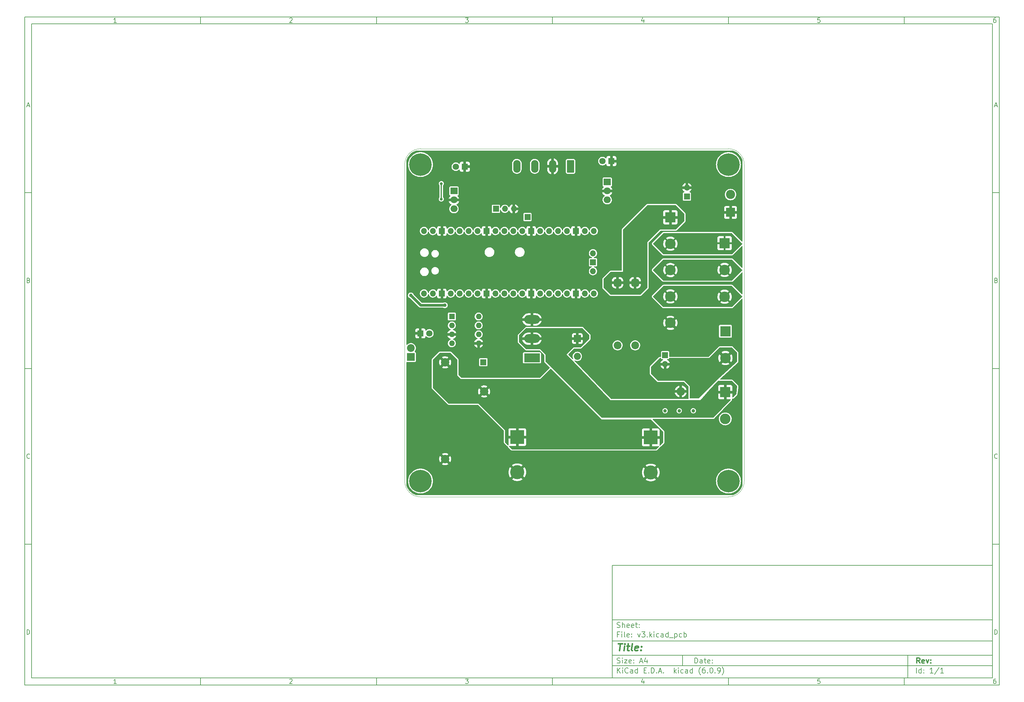
<source format=gbr>
%TF.GenerationSoftware,KiCad,Pcbnew,(6.0.9)*%
%TF.CreationDate,2022-12-28T04:29:14+03:00*%
%TF.ProjectId,v3,76332e6b-6963-4616-945f-706362585858,rev?*%
%TF.SameCoordinates,Original*%
%TF.FileFunction,Copper,L2,Bot*%
%TF.FilePolarity,Positive*%
%FSLAX46Y46*%
G04 Gerber Fmt 4.6, Leading zero omitted, Abs format (unit mm)*
G04 Created by KiCad (PCBNEW (6.0.9)) date 2022-12-28 04:29:14*
%MOMM*%
%LPD*%
G01*
G04 APERTURE LIST*
G04 Aperture macros list*
%AMRoundRect*
0 Rectangle with rounded corners*
0 $1 Rounding radius*
0 $2 $3 $4 $5 $6 $7 $8 $9 X,Y pos of 4 corners*
0 Add a 4 corners polygon primitive as box body*
4,1,4,$2,$3,$4,$5,$6,$7,$8,$9,$2,$3,0*
0 Add four circle primitives for the rounded corners*
1,1,$1+$1,$2,$3*
1,1,$1+$1,$4,$5*
1,1,$1+$1,$6,$7*
1,1,$1+$1,$8,$9*
0 Add four rect primitives between the rounded corners*
20,1,$1+$1,$2,$3,$4,$5,0*
20,1,$1+$1,$4,$5,$6,$7,0*
20,1,$1+$1,$6,$7,$8,$9,0*
20,1,$1+$1,$8,$9,$2,$3,0*%
G04 Aperture macros list end*
%ADD10C,0.100000*%
%ADD11C,0.150000*%
%ADD12C,0.300000*%
%ADD13C,0.400000*%
%TA.AperFunction,Profile*%
%ADD14C,0.100000*%
%TD*%
%TA.AperFunction,ComponentPad*%
%ADD15R,1.600000X1.600000*%
%TD*%
%TA.AperFunction,ComponentPad*%
%ADD16O,1.600000X1.600000*%
%TD*%
%TA.AperFunction,ComponentPad*%
%ADD17R,2.200000X2.200000*%
%TD*%
%TA.AperFunction,ComponentPad*%
%ADD18C,2.200000*%
%TD*%
%TA.AperFunction,ComponentPad*%
%ADD19R,1.800000X1.800000*%
%TD*%
%TA.AperFunction,ComponentPad*%
%ADD20C,1.800000*%
%TD*%
%TA.AperFunction,ComponentPad*%
%ADD21R,4.000000X4.000000*%
%TD*%
%TA.AperFunction,ComponentPad*%
%ADD22C,4.000000*%
%TD*%
%TA.AperFunction,ComponentPad*%
%ADD23R,1.700000X1.700000*%
%TD*%
%TA.AperFunction,ComponentPad*%
%ADD24C,0.800000*%
%TD*%
%TA.AperFunction,ComponentPad*%
%ADD25C,6.400000*%
%TD*%
%TA.AperFunction,ComponentPad*%
%ADD26O,1.700000X1.700000*%
%TD*%
%TA.AperFunction,ComponentPad*%
%ADD27C,2.400000*%
%TD*%
%TA.AperFunction,ComponentPad*%
%ADD28R,3.000000X3.000000*%
%TD*%
%TA.AperFunction,ComponentPad*%
%ADD29C,3.000000*%
%TD*%
%TA.AperFunction,ComponentPad*%
%ADD30RoundRect,0.550000X-0.550000X0.550000X-0.550000X-0.550000X0.550000X-0.550000X0.550000X0.550000X0*%
%TD*%
%TA.AperFunction,ComponentPad*%
%ADD31R,2.000000X1.905000*%
%TD*%
%TA.AperFunction,ComponentPad*%
%ADD32O,2.000000X1.905000*%
%TD*%
%TA.AperFunction,ComponentPad*%
%ADD33RoundRect,0.249999X0.790001X1.550001X-0.790001X1.550001X-0.790001X-1.550001X0.790001X-1.550001X0*%
%TD*%
%TA.AperFunction,ComponentPad*%
%ADD34O,2.080000X3.600000*%
%TD*%
%TA.AperFunction,ComponentPad*%
%ADD35O,2.400000X2.400000*%
%TD*%
%TA.AperFunction,ComponentPad*%
%ADD36R,4.500000X2.500000*%
%TD*%
%TA.AperFunction,ComponentPad*%
%ADD37O,4.500000X2.500000*%
%TD*%
%TA.AperFunction,ComponentPad*%
%ADD38R,2.000000X2.000000*%
%TD*%
%TA.AperFunction,ComponentPad*%
%ADD39O,2.000000X2.000000*%
%TD*%
%TA.AperFunction,ComponentPad*%
%ADD40R,2.600000X2.600000*%
%TD*%
%TA.AperFunction,ComponentPad*%
%ADD41C,2.600000*%
%TD*%
%TA.AperFunction,ViaPad*%
%ADD42C,1.000000*%
%TD*%
%TA.AperFunction,ViaPad*%
%ADD43C,0.800000*%
%TD*%
%TA.AperFunction,Conductor*%
%ADD44C,0.750000*%
%TD*%
%TA.AperFunction,Conductor*%
%ADD45C,0.350000*%
%TD*%
G04 APERTURE END LIST*
D10*
D11*
X177002200Y-166007200D02*
X177002200Y-198007200D01*
X285002200Y-198007200D01*
X285002200Y-166007200D01*
X177002200Y-166007200D01*
D10*
D11*
X10000000Y-10000000D02*
X10000000Y-200007200D01*
X287002200Y-200007200D01*
X287002200Y-10000000D01*
X10000000Y-10000000D01*
D10*
D11*
X12000000Y-12000000D02*
X12000000Y-198007200D01*
X285002200Y-198007200D01*
X285002200Y-12000000D01*
X12000000Y-12000000D01*
D10*
D11*
X60000000Y-12000000D02*
X60000000Y-10000000D01*
D10*
D11*
X110000000Y-12000000D02*
X110000000Y-10000000D01*
D10*
D11*
X160000000Y-12000000D02*
X160000000Y-10000000D01*
D10*
D11*
X210000000Y-12000000D02*
X210000000Y-10000000D01*
D10*
D11*
X260000000Y-12000000D02*
X260000000Y-10000000D01*
D10*
D11*
X36065476Y-11588095D02*
X35322619Y-11588095D01*
X35694047Y-11588095D02*
X35694047Y-10288095D01*
X35570238Y-10473809D01*
X35446428Y-10597619D01*
X35322619Y-10659523D01*
D10*
D11*
X85322619Y-10411904D02*
X85384523Y-10350000D01*
X85508333Y-10288095D01*
X85817857Y-10288095D01*
X85941666Y-10350000D01*
X86003571Y-10411904D01*
X86065476Y-10535714D01*
X86065476Y-10659523D01*
X86003571Y-10845238D01*
X85260714Y-11588095D01*
X86065476Y-11588095D01*
D10*
D11*
X135260714Y-10288095D02*
X136065476Y-10288095D01*
X135632142Y-10783333D01*
X135817857Y-10783333D01*
X135941666Y-10845238D01*
X136003571Y-10907142D01*
X136065476Y-11030952D01*
X136065476Y-11340476D01*
X136003571Y-11464285D01*
X135941666Y-11526190D01*
X135817857Y-11588095D01*
X135446428Y-11588095D01*
X135322619Y-11526190D01*
X135260714Y-11464285D01*
D10*
D11*
X185941666Y-10721428D02*
X185941666Y-11588095D01*
X185632142Y-10226190D02*
X185322619Y-11154761D01*
X186127380Y-11154761D01*
D10*
D11*
X236003571Y-10288095D02*
X235384523Y-10288095D01*
X235322619Y-10907142D01*
X235384523Y-10845238D01*
X235508333Y-10783333D01*
X235817857Y-10783333D01*
X235941666Y-10845238D01*
X236003571Y-10907142D01*
X236065476Y-11030952D01*
X236065476Y-11340476D01*
X236003571Y-11464285D01*
X235941666Y-11526190D01*
X235817857Y-11588095D01*
X235508333Y-11588095D01*
X235384523Y-11526190D01*
X235322619Y-11464285D01*
D10*
D11*
X285941666Y-10288095D02*
X285694047Y-10288095D01*
X285570238Y-10350000D01*
X285508333Y-10411904D01*
X285384523Y-10597619D01*
X285322619Y-10845238D01*
X285322619Y-11340476D01*
X285384523Y-11464285D01*
X285446428Y-11526190D01*
X285570238Y-11588095D01*
X285817857Y-11588095D01*
X285941666Y-11526190D01*
X286003571Y-11464285D01*
X286065476Y-11340476D01*
X286065476Y-11030952D01*
X286003571Y-10907142D01*
X285941666Y-10845238D01*
X285817857Y-10783333D01*
X285570238Y-10783333D01*
X285446428Y-10845238D01*
X285384523Y-10907142D01*
X285322619Y-11030952D01*
D10*
D11*
X60000000Y-198007200D02*
X60000000Y-200007200D01*
D10*
D11*
X110000000Y-198007200D02*
X110000000Y-200007200D01*
D10*
D11*
X160000000Y-198007200D02*
X160000000Y-200007200D01*
D10*
D11*
X210000000Y-198007200D02*
X210000000Y-200007200D01*
D10*
D11*
X260000000Y-198007200D02*
X260000000Y-200007200D01*
D10*
D11*
X36065476Y-199595295D02*
X35322619Y-199595295D01*
X35694047Y-199595295D02*
X35694047Y-198295295D01*
X35570238Y-198481009D01*
X35446428Y-198604819D01*
X35322619Y-198666723D01*
D10*
D11*
X85322619Y-198419104D02*
X85384523Y-198357200D01*
X85508333Y-198295295D01*
X85817857Y-198295295D01*
X85941666Y-198357200D01*
X86003571Y-198419104D01*
X86065476Y-198542914D01*
X86065476Y-198666723D01*
X86003571Y-198852438D01*
X85260714Y-199595295D01*
X86065476Y-199595295D01*
D10*
D11*
X135260714Y-198295295D02*
X136065476Y-198295295D01*
X135632142Y-198790533D01*
X135817857Y-198790533D01*
X135941666Y-198852438D01*
X136003571Y-198914342D01*
X136065476Y-199038152D01*
X136065476Y-199347676D01*
X136003571Y-199471485D01*
X135941666Y-199533390D01*
X135817857Y-199595295D01*
X135446428Y-199595295D01*
X135322619Y-199533390D01*
X135260714Y-199471485D01*
D10*
D11*
X185941666Y-198728628D02*
X185941666Y-199595295D01*
X185632142Y-198233390D02*
X185322619Y-199161961D01*
X186127380Y-199161961D01*
D10*
D11*
X236003571Y-198295295D02*
X235384523Y-198295295D01*
X235322619Y-198914342D01*
X235384523Y-198852438D01*
X235508333Y-198790533D01*
X235817857Y-198790533D01*
X235941666Y-198852438D01*
X236003571Y-198914342D01*
X236065476Y-199038152D01*
X236065476Y-199347676D01*
X236003571Y-199471485D01*
X235941666Y-199533390D01*
X235817857Y-199595295D01*
X235508333Y-199595295D01*
X235384523Y-199533390D01*
X235322619Y-199471485D01*
D10*
D11*
X285941666Y-198295295D02*
X285694047Y-198295295D01*
X285570238Y-198357200D01*
X285508333Y-198419104D01*
X285384523Y-198604819D01*
X285322619Y-198852438D01*
X285322619Y-199347676D01*
X285384523Y-199471485D01*
X285446428Y-199533390D01*
X285570238Y-199595295D01*
X285817857Y-199595295D01*
X285941666Y-199533390D01*
X286003571Y-199471485D01*
X286065476Y-199347676D01*
X286065476Y-199038152D01*
X286003571Y-198914342D01*
X285941666Y-198852438D01*
X285817857Y-198790533D01*
X285570238Y-198790533D01*
X285446428Y-198852438D01*
X285384523Y-198914342D01*
X285322619Y-199038152D01*
D10*
D11*
X10000000Y-60000000D02*
X12000000Y-60000000D01*
D10*
D11*
X10000000Y-110000000D02*
X12000000Y-110000000D01*
D10*
D11*
X10000000Y-160000000D02*
X12000000Y-160000000D01*
D10*
D11*
X10690476Y-35216666D02*
X11309523Y-35216666D01*
X10566666Y-35588095D02*
X11000000Y-34288095D01*
X11433333Y-35588095D01*
D10*
D11*
X11092857Y-84907142D02*
X11278571Y-84969047D01*
X11340476Y-85030952D01*
X11402380Y-85154761D01*
X11402380Y-85340476D01*
X11340476Y-85464285D01*
X11278571Y-85526190D01*
X11154761Y-85588095D01*
X10659523Y-85588095D01*
X10659523Y-84288095D01*
X11092857Y-84288095D01*
X11216666Y-84350000D01*
X11278571Y-84411904D01*
X11340476Y-84535714D01*
X11340476Y-84659523D01*
X11278571Y-84783333D01*
X11216666Y-84845238D01*
X11092857Y-84907142D01*
X10659523Y-84907142D01*
D10*
D11*
X11402380Y-135464285D02*
X11340476Y-135526190D01*
X11154761Y-135588095D01*
X11030952Y-135588095D01*
X10845238Y-135526190D01*
X10721428Y-135402380D01*
X10659523Y-135278571D01*
X10597619Y-135030952D01*
X10597619Y-134845238D01*
X10659523Y-134597619D01*
X10721428Y-134473809D01*
X10845238Y-134350000D01*
X11030952Y-134288095D01*
X11154761Y-134288095D01*
X11340476Y-134350000D01*
X11402380Y-134411904D01*
D10*
D11*
X10659523Y-185588095D02*
X10659523Y-184288095D01*
X10969047Y-184288095D01*
X11154761Y-184350000D01*
X11278571Y-184473809D01*
X11340476Y-184597619D01*
X11402380Y-184845238D01*
X11402380Y-185030952D01*
X11340476Y-185278571D01*
X11278571Y-185402380D01*
X11154761Y-185526190D01*
X10969047Y-185588095D01*
X10659523Y-185588095D01*
D10*
D11*
X287002200Y-60000000D02*
X285002200Y-60000000D01*
D10*
D11*
X287002200Y-110000000D02*
X285002200Y-110000000D01*
D10*
D11*
X287002200Y-160000000D02*
X285002200Y-160000000D01*
D10*
D11*
X285692676Y-35216666D02*
X286311723Y-35216666D01*
X285568866Y-35588095D02*
X286002200Y-34288095D01*
X286435533Y-35588095D01*
D10*
D11*
X286095057Y-84907142D02*
X286280771Y-84969047D01*
X286342676Y-85030952D01*
X286404580Y-85154761D01*
X286404580Y-85340476D01*
X286342676Y-85464285D01*
X286280771Y-85526190D01*
X286156961Y-85588095D01*
X285661723Y-85588095D01*
X285661723Y-84288095D01*
X286095057Y-84288095D01*
X286218866Y-84350000D01*
X286280771Y-84411904D01*
X286342676Y-84535714D01*
X286342676Y-84659523D01*
X286280771Y-84783333D01*
X286218866Y-84845238D01*
X286095057Y-84907142D01*
X285661723Y-84907142D01*
D10*
D11*
X286404580Y-135464285D02*
X286342676Y-135526190D01*
X286156961Y-135588095D01*
X286033152Y-135588095D01*
X285847438Y-135526190D01*
X285723628Y-135402380D01*
X285661723Y-135278571D01*
X285599819Y-135030952D01*
X285599819Y-134845238D01*
X285661723Y-134597619D01*
X285723628Y-134473809D01*
X285847438Y-134350000D01*
X286033152Y-134288095D01*
X286156961Y-134288095D01*
X286342676Y-134350000D01*
X286404580Y-134411904D01*
D10*
D11*
X285661723Y-185588095D02*
X285661723Y-184288095D01*
X285971247Y-184288095D01*
X286156961Y-184350000D01*
X286280771Y-184473809D01*
X286342676Y-184597619D01*
X286404580Y-184845238D01*
X286404580Y-185030952D01*
X286342676Y-185278571D01*
X286280771Y-185402380D01*
X286156961Y-185526190D01*
X285971247Y-185588095D01*
X285661723Y-185588095D01*
D10*
D11*
X200434342Y-193785771D02*
X200434342Y-192285771D01*
X200791485Y-192285771D01*
X201005771Y-192357200D01*
X201148628Y-192500057D01*
X201220057Y-192642914D01*
X201291485Y-192928628D01*
X201291485Y-193142914D01*
X201220057Y-193428628D01*
X201148628Y-193571485D01*
X201005771Y-193714342D01*
X200791485Y-193785771D01*
X200434342Y-193785771D01*
X202577200Y-193785771D02*
X202577200Y-193000057D01*
X202505771Y-192857200D01*
X202362914Y-192785771D01*
X202077200Y-192785771D01*
X201934342Y-192857200D01*
X202577200Y-193714342D02*
X202434342Y-193785771D01*
X202077200Y-193785771D01*
X201934342Y-193714342D01*
X201862914Y-193571485D01*
X201862914Y-193428628D01*
X201934342Y-193285771D01*
X202077200Y-193214342D01*
X202434342Y-193214342D01*
X202577200Y-193142914D01*
X203077200Y-192785771D02*
X203648628Y-192785771D01*
X203291485Y-192285771D02*
X203291485Y-193571485D01*
X203362914Y-193714342D01*
X203505771Y-193785771D01*
X203648628Y-193785771D01*
X204720057Y-193714342D02*
X204577200Y-193785771D01*
X204291485Y-193785771D01*
X204148628Y-193714342D01*
X204077200Y-193571485D01*
X204077200Y-193000057D01*
X204148628Y-192857200D01*
X204291485Y-192785771D01*
X204577200Y-192785771D01*
X204720057Y-192857200D01*
X204791485Y-193000057D01*
X204791485Y-193142914D01*
X204077200Y-193285771D01*
X205434342Y-193642914D02*
X205505771Y-193714342D01*
X205434342Y-193785771D01*
X205362914Y-193714342D01*
X205434342Y-193642914D01*
X205434342Y-193785771D01*
X205434342Y-192857200D02*
X205505771Y-192928628D01*
X205434342Y-193000057D01*
X205362914Y-192928628D01*
X205434342Y-192857200D01*
X205434342Y-193000057D01*
D10*
D11*
X177002200Y-194507200D02*
X285002200Y-194507200D01*
D10*
D11*
X178434342Y-196585771D02*
X178434342Y-195085771D01*
X179291485Y-196585771D02*
X178648628Y-195728628D01*
X179291485Y-195085771D02*
X178434342Y-195942914D01*
X179934342Y-196585771D02*
X179934342Y-195585771D01*
X179934342Y-195085771D02*
X179862914Y-195157200D01*
X179934342Y-195228628D01*
X180005771Y-195157200D01*
X179934342Y-195085771D01*
X179934342Y-195228628D01*
X181505771Y-196442914D02*
X181434342Y-196514342D01*
X181220057Y-196585771D01*
X181077200Y-196585771D01*
X180862914Y-196514342D01*
X180720057Y-196371485D01*
X180648628Y-196228628D01*
X180577200Y-195942914D01*
X180577200Y-195728628D01*
X180648628Y-195442914D01*
X180720057Y-195300057D01*
X180862914Y-195157200D01*
X181077200Y-195085771D01*
X181220057Y-195085771D01*
X181434342Y-195157200D01*
X181505771Y-195228628D01*
X182791485Y-196585771D02*
X182791485Y-195800057D01*
X182720057Y-195657200D01*
X182577200Y-195585771D01*
X182291485Y-195585771D01*
X182148628Y-195657200D01*
X182791485Y-196514342D02*
X182648628Y-196585771D01*
X182291485Y-196585771D01*
X182148628Y-196514342D01*
X182077200Y-196371485D01*
X182077200Y-196228628D01*
X182148628Y-196085771D01*
X182291485Y-196014342D01*
X182648628Y-196014342D01*
X182791485Y-195942914D01*
X184148628Y-196585771D02*
X184148628Y-195085771D01*
X184148628Y-196514342D02*
X184005771Y-196585771D01*
X183720057Y-196585771D01*
X183577200Y-196514342D01*
X183505771Y-196442914D01*
X183434342Y-196300057D01*
X183434342Y-195871485D01*
X183505771Y-195728628D01*
X183577200Y-195657200D01*
X183720057Y-195585771D01*
X184005771Y-195585771D01*
X184148628Y-195657200D01*
X186005771Y-195800057D02*
X186505771Y-195800057D01*
X186720057Y-196585771D02*
X186005771Y-196585771D01*
X186005771Y-195085771D01*
X186720057Y-195085771D01*
X187362914Y-196442914D02*
X187434342Y-196514342D01*
X187362914Y-196585771D01*
X187291485Y-196514342D01*
X187362914Y-196442914D01*
X187362914Y-196585771D01*
X188077200Y-196585771D02*
X188077200Y-195085771D01*
X188434342Y-195085771D01*
X188648628Y-195157200D01*
X188791485Y-195300057D01*
X188862914Y-195442914D01*
X188934342Y-195728628D01*
X188934342Y-195942914D01*
X188862914Y-196228628D01*
X188791485Y-196371485D01*
X188648628Y-196514342D01*
X188434342Y-196585771D01*
X188077200Y-196585771D01*
X189577200Y-196442914D02*
X189648628Y-196514342D01*
X189577200Y-196585771D01*
X189505771Y-196514342D01*
X189577200Y-196442914D01*
X189577200Y-196585771D01*
X190220057Y-196157200D02*
X190934342Y-196157200D01*
X190077200Y-196585771D02*
X190577200Y-195085771D01*
X191077200Y-196585771D01*
X191577200Y-196442914D02*
X191648628Y-196514342D01*
X191577200Y-196585771D01*
X191505771Y-196514342D01*
X191577200Y-196442914D01*
X191577200Y-196585771D01*
X194577200Y-196585771D02*
X194577200Y-195085771D01*
X194720057Y-196014342D02*
X195148628Y-196585771D01*
X195148628Y-195585771D02*
X194577200Y-196157200D01*
X195791485Y-196585771D02*
X195791485Y-195585771D01*
X195791485Y-195085771D02*
X195720057Y-195157200D01*
X195791485Y-195228628D01*
X195862914Y-195157200D01*
X195791485Y-195085771D01*
X195791485Y-195228628D01*
X197148628Y-196514342D02*
X197005771Y-196585771D01*
X196720057Y-196585771D01*
X196577200Y-196514342D01*
X196505771Y-196442914D01*
X196434342Y-196300057D01*
X196434342Y-195871485D01*
X196505771Y-195728628D01*
X196577200Y-195657200D01*
X196720057Y-195585771D01*
X197005771Y-195585771D01*
X197148628Y-195657200D01*
X198434342Y-196585771D02*
X198434342Y-195800057D01*
X198362914Y-195657200D01*
X198220057Y-195585771D01*
X197934342Y-195585771D01*
X197791485Y-195657200D01*
X198434342Y-196514342D02*
X198291485Y-196585771D01*
X197934342Y-196585771D01*
X197791485Y-196514342D01*
X197720057Y-196371485D01*
X197720057Y-196228628D01*
X197791485Y-196085771D01*
X197934342Y-196014342D01*
X198291485Y-196014342D01*
X198434342Y-195942914D01*
X199791485Y-196585771D02*
X199791485Y-195085771D01*
X199791485Y-196514342D02*
X199648628Y-196585771D01*
X199362914Y-196585771D01*
X199220057Y-196514342D01*
X199148628Y-196442914D01*
X199077200Y-196300057D01*
X199077200Y-195871485D01*
X199148628Y-195728628D01*
X199220057Y-195657200D01*
X199362914Y-195585771D01*
X199648628Y-195585771D01*
X199791485Y-195657200D01*
X202077200Y-197157200D02*
X202005771Y-197085771D01*
X201862914Y-196871485D01*
X201791485Y-196728628D01*
X201720057Y-196514342D01*
X201648628Y-196157200D01*
X201648628Y-195871485D01*
X201720057Y-195514342D01*
X201791485Y-195300057D01*
X201862914Y-195157200D01*
X202005771Y-194942914D01*
X202077200Y-194871485D01*
X203291485Y-195085771D02*
X203005771Y-195085771D01*
X202862914Y-195157200D01*
X202791485Y-195228628D01*
X202648628Y-195442914D01*
X202577200Y-195728628D01*
X202577200Y-196300057D01*
X202648628Y-196442914D01*
X202720057Y-196514342D01*
X202862914Y-196585771D01*
X203148628Y-196585771D01*
X203291485Y-196514342D01*
X203362914Y-196442914D01*
X203434342Y-196300057D01*
X203434342Y-195942914D01*
X203362914Y-195800057D01*
X203291485Y-195728628D01*
X203148628Y-195657200D01*
X202862914Y-195657200D01*
X202720057Y-195728628D01*
X202648628Y-195800057D01*
X202577200Y-195942914D01*
X204077200Y-196442914D02*
X204148628Y-196514342D01*
X204077200Y-196585771D01*
X204005771Y-196514342D01*
X204077200Y-196442914D01*
X204077200Y-196585771D01*
X205077200Y-195085771D02*
X205220057Y-195085771D01*
X205362914Y-195157200D01*
X205434342Y-195228628D01*
X205505771Y-195371485D01*
X205577200Y-195657200D01*
X205577200Y-196014342D01*
X205505771Y-196300057D01*
X205434342Y-196442914D01*
X205362914Y-196514342D01*
X205220057Y-196585771D01*
X205077200Y-196585771D01*
X204934342Y-196514342D01*
X204862914Y-196442914D01*
X204791485Y-196300057D01*
X204720057Y-196014342D01*
X204720057Y-195657200D01*
X204791485Y-195371485D01*
X204862914Y-195228628D01*
X204934342Y-195157200D01*
X205077200Y-195085771D01*
X206220057Y-196442914D02*
X206291485Y-196514342D01*
X206220057Y-196585771D01*
X206148628Y-196514342D01*
X206220057Y-196442914D01*
X206220057Y-196585771D01*
X207005771Y-196585771D02*
X207291485Y-196585771D01*
X207434342Y-196514342D01*
X207505771Y-196442914D01*
X207648628Y-196228628D01*
X207720057Y-195942914D01*
X207720057Y-195371485D01*
X207648628Y-195228628D01*
X207577200Y-195157200D01*
X207434342Y-195085771D01*
X207148628Y-195085771D01*
X207005771Y-195157200D01*
X206934342Y-195228628D01*
X206862914Y-195371485D01*
X206862914Y-195728628D01*
X206934342Y-195871485D01*
X207005771Y-195942914D01*
X207148628Y-196014342D01*
X207434342Y-196014342D01*
X207577200Y-195942914D01*
X207648628Y-195871485D01*
X207720057Y-195728628D01*
X208220057Y-197157200D02*
X208291485Y-197085771D01*
X208434342Y-196871485D01*
X208505771Y-196728628D01*
X208577200Y-196514342D01*
X208648628Y-196157200D01*
X208648628Y-195871485D01*
X208577200Y-195514342D01*
X208505771Y-195300057D01*
X208434342Y-195157200D01*
X208291485Y-194942914D01*
X208220057Y-194871485D01*
D10*
D11*
X177002200Y-191507200D02*
X285002200Y-191507200D01*
D10*
D12*
X264411485Y-193785771D02*
X263911485Y-193071485D01*
X263554342Y-193785771D02*
X263554342Y-192285771D01*
X264125771Y-192285771D01*
X264268628Y-192357200D01*
X264340057Y-192428628D01*
X264411485Y-192571485D01*
X264411485Y-192785771D01*
X264340057Y-192928628D01*
X264268628Y-193000057D01*
X264125771Y-193071485D01*
X263554342Y-193071485D01*
X265625771Y-193714342D02*
X265482914Y-193785771D01*
X265197200Y-193785771D01*
X265054342Y-193714342D01*
X264982914Y-193571485D01*
X264982914Y-193000057D01*
X265054342Y-192857200D01*
X265197200Y-192785771D01*
X265482914Y-192785771D01*
X265625771Y-192857200D01*
X265697200Y-193000057D01*
X265697200Y-193142914D01*
X264982914Y-193285771D01*
X266197200Y-192785771D02*
X266554342Y-193785771D01*
X266911485Y-192785771D01*
X267482914Y-193642914D02*
X267554342Y-193714342D01*
X267482914Y-193785771D01*
X267411485Y-193714342D01*
X267482914Y-193642914D01*
X267482914Y-193785771D01*
X267482914Y-192857200D02*
X267554342Y-192928628D01*
X267482914Y-193000057D01*
X267411485Y-192928628D01*
X267482914Y-192857200D01*
X267482914Y-193000057D01*
D10*
D11*
X178362914Y-193714342D02*
X178577200Y-193785771D01*
X178934342Y-193785771D01*
X179077200Y-193714342D01*
X179148628Y-193642914D01*
X179220057Y-193500057D01*
X179220057Y-193357200D01*
X179148628Y-193214342D01*
X179077200Y-193142914D01*
X178934342Y-193071485D01*
X178648628Y-193000057D01*
X178505771Y-192928628D01*
X178434342Y-192857200D01*
X178362914Y-192714342D01*
X178362914Y-192571485D01*
X178434342Y-192428628D01*
X178505771Y-192357200D01*
X178648628Y-192285771D01*
X179005771Y-192285771D01*
X179220057Y-192357200D01*
X179862914Y-193785771D02*
X179862914Y-192785771D01*
X179862914Y-192285771D02*
X179791485Y-192357200D01*
X179862914Y-192428628D01*
X179934342Y-192357200D01*
X179862914Y-192285771D01*
X179862914Y-192428628D01*
X180434342Y-192785771D02*
X181220057Y-192785771D01*
X180434342Y-193785771D01*
X181220057Y-193785771D01*
X182362914Y-193714342D02*
X182220057Y-193785771D01*
X181934342Y-193785771D01*
X181791485Y-193714342D01*
X181720057Y-193571485D01*
X181720057Y-193000057D01*
X181791485Y-192857200D01*
X181934342Y-192785771D01*
X182220057Y-192785771D01*
X182362914Y-192857200D01*
X182434342Y-193000057D01*
X182434342Y-193142914D01*
X181720057Y-193285771D01*
X183077200Y-193642914D02*
X183148628Y-193714342D01*
X183077200Y-193785771D01*
X183005771Y-193714342D01*
X183077200Y-193642914D01*
X183077200Y-193785771D01*
X183077200Y-192857200D02*
X183148628Y-192928628D01*
X183077200Y-193000057D01*
X183005771Y-192928628D01*
X183077200Y-192857200D01*
X183077200Y-193000057D01*
X184862914Y-193357200D02*
X185577200Y-193357200D01*
X184720057Y-193785771D02*
X185220057Y-192285771D01*
X185720057Y-193785771D01*
X186862914Y-192785771D02*
X186862914Y-193785771D01*
X186505771Y-192214342D02*
X186148628Y-193285771D01*
X187077200Y-193285771D01*
D10*
D11*
X263434342Y-196585771D02*
X263434342Y-195085771D01*
X264791485Y-196585771D02*
X264791485Y-195085771D01*
X264791485Y-196514342D02*
X264648628Y-196585771D01*
X264362914Y-196585771D01*
X264220057Y-196514342D01*
X264148628Y-196442914D01*
X264077200Y-196300057D01*
X264077200Y-195871485D01*
X264148628Y-195728628D01*
X264220057Y-195657200D01*
X264362914Y-195585771D01*
X264648628Y-195585771D01*
X264791485Y-195657200D01*
X265505771Y-196442914D02*
X265577200Y-196514342D01*
X265505771Y-196585771D01*
X265434342Y-196514342D01*
X265505771Y-196442914D01*
X265505771Y-196585771D01*
X265505771Y-195657200D02*
X265577200Y-195728628D01*
X265505771Y-195800057D01*
X265434342Y-195728628D01*
X265505771Y-195657200D01*
X265505771Y-195800057D01*
X268148628Y-196585771D02*
X267291485Y-196585771D01*
X267720057Y-196585771D02*
X267720057Y-195085771D01*
X267577200Y-195300057D01*
X267434342Y-195442914D01*
X267291485Y-195514342D01*
X269862914Y-195014342D02*
X268577200Y-196942914D01*
X271148628Y-196585771D02*
X270291485Y-196585771D01*
X270720057Y-196585771D02*
X270720057Y-195085771D01*
X270577200Y-195300057D01*
X270434342Y-195442914D01*
X270291485Y-195514342D01*
D10*
D11*
X177002200Y-187507200D02*
X285002200Y-187507200D01*
D10*
D13*
X178714580Y-188211961D02*
X179857438Y-188211961D01*
X179036009Y-190211961D02*
X179286009Y-188211961D01*
X180274104Y-190211961D02*
X180440771Y-188878628D01*
X180524104Y-188211961D02*
X180416961Y-188307200D01*
X180500295Y-188402438D01*
X180607438Y-188307200D01*
X180524104Y-188211961D01*
X180500295Y-188402438D01*
X181107438Y-188878628D02*
X181869342Y-188878628D01*
X181476485Y-188211961D02*
X181262200Y-189926247D01*
X181333628Y-190116723D01*
X181512200Y-190211961D01*
X181702676Y-190211961D01*
X182655057Y-190211961D02*
X182476485Y-190116723D01*
X182405057Y-189926247D01*
X182619342Y-188211961D01*
X184190771Y-190116723D02*
X183988390Y-190211961D01*
X183607438Y-190211961D01*
X183428866Y-190116723D01*
X183357438Y-189926247D01*
X183452676Y-189164342D01*
X183571723Y-188973866D01*
X183774104Y-188878628D01*
X184155057Y-188878628D01*
X184333628Y-188973866D01*
X184405057Y-189164342D01*
X184381247Y-189354819D01*
X183405057Y-189545295D01*
X185155057Y-190021485D02*
X185238390Y-190116723D01*
X185131247Y-190211961D01*
X185047914Y-190116723D01*
X185155057Y-190021485D01*
X185131247Y-190211961D01*
X185286009Y-188973866D02*
X185369342Y-189069104D01*
X185262200Y-189164342D01*
X185178866Y-189069104D01*
X185286009Y-188973866D01*
X185262200Y-189164342D01*
D10*
D11*
X178934342Y-185600057D02*
X178434342Y-185600057D01*
X178434342Y-186385771D02*
X178434342Y-184885771D01*
X179148628Y-184885771D01*
X179720057Y-186385771D02*
X179720057Y-185385771D01*
X179720057Y-184885771D02*
X179648628Y-184957200D01*
X179720057Y-185028628D01*
X179791485Y-184957200D01*
X179720057Y-184885771D01*
X179720057Y-185028628D01*
X180648628Y-186385771D02*
X180505771Y-186314342D01*
X180434342Y-186171485D01*
X180434342Y-184885771D01*
X181791485Y-186314342D02*
X181648628Y-186385771D01*
X181362914Y-186385771D01*
X181220057Y-186314342D01*
X181148628Y-186171485D01*
X181148628Y-185600057D01*
X181220057Y-185457200D01*
X181362914Y-185385771D01*
X181648628Y-185385771D01*
X181791485Y-185457200D01*
X181862914Y-185600057D01*
X181862914Y-185742914D01*
X181148628Y-185885771D01*
X182505771Y-186242914D02*
X182577200Y-186314342D01*
X182505771Y-186385771D01*
X182434342Y-186314342D01*
X182505771Y-186242914D01*
X182505771Y-186385771D01*
X182505771Y-185457200D02*
X182577200Y-185528628D01*
X182505771Y-185600057D01*
X182434342Y-185528628D01*
X182505771Y-185457200D01*
X182505771Y-185600057D01*
X184220057Y-185385771D02*
X184577200Y-186385771D01*
X184934342Y-185385771D01*
X185362914Y-184885771D02*
X186291485Y-184885771D01*
X185791485Y-185457200D01*
X186005771Y-185457200D01*
X186148628Y-185528628D01*
X186220057Y-185600057D01*
X186291485Y-185742914D01*
X186291485Y-186100057D01*
X186220057Y-186242914D01*
X186148628Y-186314342D01*
X186005771Y-186385771D01*
X185577200Y-186385771D01*
X185434342Y-186314342D01*
X185362914Y-186242914D01*
X186934342Y-186242914D02*
X187005771Y-186314342D01*
X186934342Y-186385771D01*
X186862914Y-186314342D01*
X186934342Y-186242914D01*
X186934342Y-186385771D01*
X187648628Y-186385771D02*
X187648628Y-184885771D01*
X187791485Y-185814342D02*
X188220057Y-186385771D01*
X188220057Y-185385771D02*
X187648628Y-185957200D01*
X188862914Y-186385771D02*
X188862914Y-185385771D01*
X188862914Y-184885771D02*
X188791485Y-184957200D01*
X188862914Y-185028628D01*
X188934342Y-184957200D01*
X188862914Y-184885771D01*
X188862914Y-185028628D01*
X190220057Y-186314342D02*
X190077200Y-186385771D01*
X189791485Y-186385771D01*
X189648628Y-186314342D01*
X189577200Y-186242914D01*
X189505771Y-186100057D01*
X189505771Y-185671485D01*
X189577200Y-185528628D01*
X189648628Y-185457200D01*
X189791485Y-185385771D01*
X190077200Y-185385771D01*
X190220057Y-185457200D01*
X191505771Y-186385771D02*
X191505771Y-185600057D01*
X191434342Y-185457200D01*
X191291485Y-185385771D01*
X191005771Y-185385771D01*
X190862914Y-185457200D01*
X191505771Y-186314342D02*
X191362914Y-186385771D01*
X191005771Y-186385771D01*
X190862914Y-186314342D01*
X190791485Y-186171485D01*
X190791485Y-186028628D01*
X190862914Y-185885771D01*
X191005771Y-185814342D01*
X191362914Y-185814342D01*
X191505771Y-185742914D01*
X192862914Y-186385771D02*
X192862914Y-184885771D01*
X192862914Y-186314342D02*
X192720057Y-186385771D01*
X192434342Y-186385771D01*
X192291485Y-186314342D01*
X192220057Y-186242914D01*
X192148628Y-186100057D01*
X192148628Y-185671485D01*
X192220057Y-185528628D01*
X192291485Y-185457200D01*
X192434342Y-185385771D01*
X192720057Y-185385771D01*
X192862914Y-185457200D01*
X193220057Y-186528628D02*
X194362914Y-186528628D01*
X194720057Y-185385771D02*
X194720057Y-186885771D01*
X194720057Y-185457200D02*
X194862914Y-185385771D01*
X195148628Y-185385771D01*
X195291485Y-185457200D01*
X195362914Y-185528628D01*
X195434342Y-185671485D01*
X195434342Y-186100057D01*
X195362914Y-186242914D01*
X195291485Y-186314342D01*
X195148628Y-186385771D01*
X194862914Y-186385771D01*
X194720057Y-186314342D01*
X196720057Y-186314342D02*
X196577200Y-186385771D01*
X196291485Y-186385771D01*
X196148628Y-186314342D01*
X196077200Y-186242914D01*
X196005771Y-186100057D01*
X196005771Y-185671485D01*
X196077200Y-185528628D01*
X196148628Y-185457200D01*
X196291485Y-185385771D01*
X196577200Y-185385771D01*
X196720057Y-185457200D01*
X197362914Y-186385771D02*
X197362914Y-184885771D01*
X197362914Y-185457200D02*
X197505771Y-185385771D01*
X197791485Y-185385771D01*
X197934342Y-185457200D01*
X198005771Y-185528628D01*
X198077200Y-185671485D01*
X198077200Y-186100057D01*
X198005771Y-186242914D01*
X197934342Y-186314342D01*
X197791485Y-186385771D01*
X197505771Y-186385771D01*
X197362914Y-186314342D01*
D10*
D11*
X177002200Y-181507200D02*
X285002200Y-181507200D01*
D10*
D11*
X178362914Y-183614342D02*
X178577200Y-183685771D01*
X178934342Y-183685771D01*
X179077200Y-183614342D01*
X179148628Y-183542914D01*
X179220057Y-183400057D01*
X179220057Y-183257200D01*
X179148628Y-183114342D01*
X179077200Y-183042914D01*
X178934342Y-182971485D01*
X178648628Y-182900057D01*
X178505771Y-182828628D01*
X178434342Y-182757200D01*
X178362914Y-182614342D01*
X178362914Y-182471485D01*
X178434342Y-182328628D01*
X178505771Y-182257200D01*
X178648628Y-182185771D01*
X179005771Y-182185771D01*
X179220057Y-182257200D01*
X179862914Y-183685771D02*
X179862914Y-182185771D01*
X180505771Y-183685771D02*
X180505771Y-182900057D01*
X180434342Y-182757200D01*
X180291485Y-182685771D01*
X180077200Y-182685771D01*
X179934342Y-182757200D01*
X179862914Y-182828628D01*
X181791485Y-183614342D02*
X181648628Y-183685771D01*
X181362914Y-183685771D01*
X181220057Y-183614342D01*
X181148628Y-183471485D01*
X181148628Y-182900057D01*
X181220057Y-182757200D01*
X181362914Y-182685771D01*
X181648628Y-182685771D01*
X181791485Y-182757200D01*
X181862914Y-182900057D01*
X181862914Y-183042914D01*
X181148628Y-183185771D01*
X183077200Y-183614342D02*
X182934342Y-183685771D01*
X182648628Y-183685771D01*
X182505771Y-183614342D01*
X182434342Y-183471485D01*
X182434342Y-182900057D01*
X182505771Y-182757200D01*
X182648628Y-182685771D01*
X182934342Y-182685771D01*
X183077200Y-182757200D01*
X183148628Y-182900057D01*
X183148628Y-183042914D01*
X182434342Y-183185771D01*
X183577200Y-182685771D02*
X184148628Y-182685771D01*
X183791485Y-182185771D02*
X183791485Y-183471485D01*
X183862914Y-183614342D01*
X184005771Y-183685771D01*
X184148628Y-183685771D01*
X184648628Y-183542914D02*
X184720057Y-183614342D01*
X184648628Y-183685771D01*
X184577200Y-183614342D01*
X184648628Y-183542914D01*
X184648628Y-183685771D01*
X184648628Y-182757200D02*
X184720057Y-182828628D01*
X184648628Y-182900057D01*
X184577200Y-182828628D01*
X184648628Y-182757200D01*
X184648628Y-182900057D01*
D10*
D12*
D10*
D11*
D10*
D11*
D10*
D11*
D10*
D11*
D10*
D11*
X197002200Y-191507200D02*
X197002200Y-194507200D01*
D10*
D11*
X261002200Y-191507200D02*
X261002200Y-198007200D01*
D14*
X122500000Y-146500000D02*
X210000000Y-146500000D01*
X118000000Y-52000000D02*
X118000000Y-142000000D01*
X214500000Y-52000000D02*
G75*
G03*
X210000000Y-47500000I-4500000J0D01*
G01*
X214500000Y-142000000D02*
X214500000Y-52000000D01*
X210000000Y-146500000D02*
G75*
G03*
X214500000Y-142000000I0J4500000D01*
G01*
X122500000Y-47500000D02*
G75*
G03*
X118000000Y-52000000I0J-4500000D01*
G01*
X122500000Y-47500000D02*
X210000000Y-47500000D01*
X118000000Y-142000000D02*
G75*
G03*
X122500000Y-146500000I4500000J0D01*
G01*
D15*
%TO.P,U3,1,NC*%
%TO.N,unconnected-(U3-Pad1)*%
X131400000Y-95200000D03*
D16*
%TO.P,U3,2,A*%
%TO.N,Net-(R2-Pad2)*%
X131400000Y-97740000D03*
%TO.P,U3,3,C*%
%TO.N,REC_-*%
X131400000Y-100280000D03*
%TO.P,U3,4,NC*%
%TO.N,unconnected-(U3-Pad4)*%
X131400000Y-102820000D03*
%TO.P,U3,5,VEE*%
%TO.N,REC_-*%
X139020000Y-102820000D03*
%TO.P,U3,6,VO*%
%TO.N,Net-(R3-Pad1)*%
X139020000Y-100280000D03*
%TO.P,U3,7,VO*%
X139020000Y-97740000D03*
%TO.P,U3,8,VCC*%
%TO.N,VCC*%
X139020000Y-95200000D03*
%TD*%
D17*
%TO.P,J11,1,Pin_1*%
%TO.N,PWM*%
X119750000Y-106720001D03*
D18*
%TO.P,J11,2,Pin_2*%
%TO.N,GPIO_0*%
X119750000Y-104180001D03*
%TD*%
D19*
%TO.P,D4,1,K*%
%TO.N,REC_-*%
X176740000Y-51000000D03*
D20*
%TO.P,D4,2,A*%
%TO.N,Net-(D4-Pad2)*%
X174200000Y-51000000D03*
%TD*%
D19*
%TO.P,D3,1,K*%
%TO.N,REC_-*%
X135075000Y-52600000D03*
D20*
%TO.P,D3,2,A*%
%TO.N,Net-(D3-Pad2)*%
X132535000Y-52600000D03*
%TD*%
D19*
%TO.P,D2,1,K*%
%TO.N,REC_-*%
X122460000Y-100000000D03*
D20*
%TO.P,D2,2,A*%
%TO.N,Net-(D2-Pad2)*%
X125000000Y-100000000D03*
%TD*%
D21*
%TO.P,C7,1*%
%TO.N,A+*%
X187930499Y-129569501D03*
D22*
%TO.P,C7,2*%
%TO.N,REC_-*%
X187930499Y-139569501D03*
%TD*%
D21*
%TO.P,C6,1*%
%TO.N,A+*%
X150000000Y-129500000D03*
D22*
%TO.P,C6,2*%
%TO.N,REC_-*%
X150000000Y-139500000D03*
%TD*%
D23*
%TO.P,J10,1,Pin_1*%
%TO.N,GATE*%
X140350000Y-108200000D03*
%TD*%
%TO.P,J9,1,Pin_1*%
%TO.N,CSENSE*%
X152900000Y-66900000D03*
%TD*%
D24*
%TO.P,H1,1*%
%TO.N,N/C*%
X122500000Y-144400000D03*
X120802944Y-143697056D03*
X122500000Y-139600000D03*
X124900000Y-142000000D03*
X120802944Y-140302944D03*
D25*
X122500000Y-142000000D03*
D24*
X124197056Y-143697056D03*
X124197056Y-140302944D03*
X120100000Y-142000000D03*
%TD*%
D23*
%TO.P,J8,1,Pin_1*%
%TO.N,REC_+*%
X198200000Y-61075000D03*
D26*
%TO.P,J8,2,Pin_2*%
%TO.N,REC_-*%
X198200000Y-58535000D03*
%TD*%
D23*
%TO.P,J7,1,Pin_1*%
%TO.N,A+*%
X192000000Y-106225000D03*
D26*
%TO.P,J7,2,Pin_2*%
%TO.N,A-*%
X192000000Y-108765000D03*
%TD*%
D25*
%TO.P,H3,1*%
%TO.N,N/C*%
X210000000Y-142000000D03*
D24*
X211697056Y-143697056D03*
X207600000Y-142000000D03*
X208302944Y-140302944D03*
X210000000Y-139600000D03*
X210000000Y-144400000D03*
X211697056Y-140302944D03*
X208302944Y-143697056D03*
X212400000Y-142000000D03*
%TD*%
D27*
%TO.P,C5,1*%
%TO.N,A+*%
X129500000Y-108250000D03*
%TO.P,C5,2*%
%TO.N,REC_-*%
X129500000Y-135750000D03*
%TD*%
D28*
%TO.P,J2,1,Pin_1*%
%TO.N,AC_c*%
X208910000Y-74340000D03*
D29*
%TO.P,J2,2,Pin_2*%
%TO.N,AC_b*%
X208910000Y-81960000D03*
%TO.P,J2,3,Pin_3*%
%TO.N,AC_a*%
X208910000Y-89580000D03*
%TD*%
D30*
%TO.P,F1,1*%
%TO.N,REC_+*%
X183500000Y-85600000D03*
X178500000Y-85600000D03*
D18*
%TO.P,F1,2*%
%TO.N,A+*%
X178500000Y-103400000D03*
X183500000Y-103400000D03*
%TD*%
D31*
%TO.P,U2,1,VI*%
%TO.N,VCC*%
X175555000Y-56960000D03*
D32*
%TO.P,U2,2,GND*%
%TO.N,REC_-*%
X175555000Y-59500000D03*
%TO.P,U2,3,VO*%
%TO.N,+12V*%
X175555000Y-62040000D03*
%TD*%
D33*
%TO.P,J5,1,Pin_1*%
%TO.N,+12V*%
X165120000Y-52500000D03*
D34*
%TO.P,J5,2,Pin_2*%
%TO.N,REC_-*%
X160040000Y-52500000D03*
%TO.P,J5,3,Pin_3*%
%TO.N,unconnected-(J5-Pad3)*%
X154960000Y-52500000D03*
%TO.P,J5,4,Pin_4*%
%TO.N,unconnected-(J5-Pad4)*%
X149880000Y-52500000D03*
%TD*%
D28*
%TO.P,J3,1,Pin_1*%
%TO.N,A+*%
X209150000Y-99400000D03*
D29*
%TO.P,J3,2,Pin_2*%
%TO.N,A-*%
X209150000Y-107020000D03*
%TD*%
D27*
%TO.P,R1,1*%
%TO.N,A+*%
X140560000Y-116500000D03*
D35*
%TO.P,R1,2*%
%TO.N,REC_-*%
X196440000Y-116500000D03*
%TD*%
D26*
%TO.P,U4,1,GPIO0*%
%TO.N,GPIO_0*%
X123485001Y-88655000D03*
%TO.P,U4,2,GPIO1*%
%TO.N,unconnected-(U4-Pad2)*%
X126025001Y-88655000D03*
D23*
%TO.P,U4,3,GND*%
%TO.N,REC_-*%
X128565001Y-88655000D03*
D26*
%TO.P,U4,4,GPIO2*%
%TO.N,unconnected-(U4-Pad4)*%
X131105001Y-88655000D03*
%TO.P,U4,5,GPIO3*%
%TO.N,unconnected-(U4-Pad5)*%
X133645001Y-88655000D03*
%TO.P,U4,6,GPIO4*%
%TO.N,unconnected-(U4-Pad6)*%
X136185001Y-88655000D03*
%TO.P,U4,7,GPIO5*%
%TO.N,unconnected-(U4-Pad7)*%
X138725001Y-88655000D03*
D23*
%TO.P,U4,8,GND*%
%TO.N,REC_-*%
X141265001Y-88655000D03*
D26*
%TO.P,U4,9,GPIO6*%
%TO.N,unconnected-(U4-Pad9)*%
X143805001Y-88655000D03*
%TO.P,U4,10,GPIO7*%
%TO.N,unconnected-(U4-Pad10)*%
X146345001Y-88655000D03*
%TO.P,U4,11,GPIO8*%
%TO.N,unconnected-(U4-Pad11)*%
X148885001Y-88655000D03*
%TO.P,U4,12,GPIO9*%
%TO.N,unconnected-(U4-Pad12)*%
X151425001Y-88655000D03*
D23*
%TO.P,U4,13,GND*%
%TO.N,REC_-*%
X153965001Y-88655000D03*
D26*
%TO.P,U4,14,GPIO10*%
%TO.N,unconnected-(U4-Pad14)*%
X156505001Y-88655000D03*
%TO.P,U4,15,GPIO11*%
%TO.N,unconnected-(U4-Pad15)*%
X159045001Y-88655000D03*
%TO.P,U4,16,GPIO12*%
%TO.N,unconnected-(U4-Pad16)*%
X161585001Y-88655000D03*
%TO.P,U4,17,GPIO13*%
%TO.N,unconnected-(U4-Pad17)*%
X164125001Y-88655000D03*
D23*
%TO.P,U4,18,GND*%
%TO.N,REC_-*%
X166665001Y-88655000D03*
D26*
%TO.P,U4,19,GPIO14*%
%TO.N,unconnected-(U4-Pad19)*%
X169205001Y-88655000D03*
%TO.P,U4,20,GPIO15*%
%TO.N,unconnected-(U4-Pad20)*%
X171745001Y-88655000D03*
%TO.P,U4,21,GPIO16*%
%TO.N,unconnected-(U4-Pad21)*%
X171745001Y-70875000D03*
%TO.P,U4,22,GPIO17*%
%TO.N,unconnected-(U4-Pad22)*%
X169205001Y-70875000D03*
D23*
%TO.P,U4,23,GND*%
%TO.N,REC_-*%
X166665001Y-70875000D03*
D26*
%TO.P,U4,24,GPIO18*%
%TO.N,unconnected-(U4-Pad24)*%
X164125001Y-70875000D03*
%TO.P,U4,25,GPIO19*%
%TO.N,unconnected-(U4-Pad25)*%
X161585001Y-70875000D03*
%TO.P,U4,26,GPIO20*%
%TO.N,unconnected-(U4-Pad26)*%
X159045001Y-70875000D03*
%TO.P,U4,27,GPIO21*%
%TO.N,unconnected-(U4-Pad27)*%
X156505001Y-70875000D03*
D23*
%TO.P,U4,28,GND*%
%TO.N,REC_-*%
X153965001Y-70875000D03*
D26*
%TO.P,U4,29,GPIO22*%
%TO.N,unconnected-(U4-Pad29)*%
X151425001Y-70875000D03*
%TO.P,U4,30,RUN*%
%TO.N,unconnected-(U4-Pad30)*%
X148885001Y-70875000D03*
%TO.P,U4,31,GPIO26_ADC0*%
%TO.N,CSENSE*%
X146345001Y-70875000D03*
%TO.P,U4,32,GPIO27_ADC1*%
%TO.N,unconnected-(U4-Pad32)*%
X143805001Y-70875000D03*
D23*
%TO.P,U4,33,AGND*%
%TO.N,REC_-*%
X141265001Y-70875000D03*
D26*
%TO.P,U4,34,GPIO28_ADC2*%
%TO.N,unconnected-(U4-Pad34)*%
X138725001Y-70875000D03*
%TO.P,U4,35,ADC_VREF*%
%TO.N,unconnected-(U4-Pad35)*%
X136185001Y-70875000D03*
%TO.P,U4,36,3V3*%
%TO.N,unconnected-(U4-Pad36)*%
X133645001Y-70875000D03*
%TO.P,U4,37,3V3_EN*%
%TO.N,unconnected-(U4-Pad37)*%
X131105001Y-70875000D03*
D23*
%TO.P,U4,38,GND*%
%TO.N,REC_-*%
X128565001Y-70875000D03*
D26*
%TO.P,U4,39,VSYS*%
%TO.N,+5V*%
X126025001Y-70875000D03*
%TO.P,U4,40,VBUS*%
%TO.N,unconnected-(U4-Pad40)*%
X123485001Y-70875000D03*
%TO.P,U4,41,SWCLK*%
%TO.N,unconnected-(U4-Pad41)*%
X171515001Y-82305000D03*
D23*
%TO.P,U4,42,GND*%
%TO.N,unconnected-(U4-Pad42)*%
X171515001Y-79765000D03*
D26*
%TO.P,U4,43,SWDIO*%
%TO.N,unconnected-(U4-Pad43)*%
X171515001Y-77225000D03*
%TD*%
D28*
%TO.P,J4,1,Pin_1*%
%TO.N,C*%
X209100000Y-116700000D03*
D29*
%TO.P,J4,2,Pin_2*%
%TO.N,A-*%
X209100000Y-124320000D03*
%TD*%
D36*
%TO.P,Q1,1,G*%
%TO.N,GATE*%
X154170000Y-106950000D03*
D37*
%TO.P,Q1,2,C*%
%TO.N,C*%
X154170000Y-101500000D03*
%TO.P,Q1,3,E*%
%TO.N,REC_-*%
X154170000Y-96050000D03*
%TD*%
D31*
%TO.P,U1,1,VI*%
%TO.N,VCC*%
X132000000Y-59500000D03*
D32*
%TO.P,U1,2,GND*%
%TO.N,REC_-*%
X132000000Y-62040000D03*
%TO.P,U1,3,VO*%
%TO.N,+5V*%
X132000000Y-64580000D03*
%TD*%
D38*
%TO.P,D1,1,K*%
%TO.N,C*%
X167055000Y-101460000D03*
D39*
%TO.P,D1,2,A*%
%TO.N,A+*%
X167055000Y-106540000D03*
%TD*%
D40*
%TO.P,J1,1,Pin_1*%
%TO.N,REC_-*%
X210600000Y-65600000D03*
D41*
%TO.P,J1,2,Pin_2*%
%TO.N,VCC*%
X210600000Y-60520000D03*
%TD*%
D24*
%TO.P,H4,1*%
%TO.N,N/C*%
X124900000Y-52000000D03*
X120802944Y-50302944D03*
X120100000Y-52000000D03*
X124197056Y-53697056D03*
X122500000Y-54400000D03*
X124197056Y-50302944D03*
X122500000Y-49600000D03*
X120802944Y-53697056D03*
D25*
X122500000Y-52000000D03*
%TD*%
D24*
%TO.P,H2,1*%
%TO.N,N/C*%
X212400000Y-52000000D03*
X211697056Y-53697056D03*
D25*
X210000000Y-52000000D03*
D24*
X208302944Y-50302944D03*
X211697056Y-50302944D03*
X210000000Y-54400000D03*
X207600000Y-52000000D03*
X208302944Y-53697056D03*
X210000000Y-49600000D03*
%TD*%
D28*
%TO.P,REC1,1,+*%
%TO.N,REC_+*%
X193500000Y-67000000D03*
D29*
%TO.P,REC1,2*%
%TO.N,AC_c*%
X193500000Y-74500000D03*
%TO.P,REC1,3*%
%TO.N,AC_b*%
X193500000Y-82000000D03*
%TO.P,REC1,4*%
%TO.N,AC_a*%
X193500000Y-89500000D03*
%TO.P,REC1,5,-*%
%TO.N,REC_-*%
X193500000Y-97000000D03*
%TD*%
D23*
%TO.P,J6,1,Pin_1*%
%TO.N,+5V*%
X143925000Y-64575000D03*
D26*
%TO.P,J6,2,Pin_2*%
%TO.N,CSENSE*%
X146465000Y-64575000D03*
%TO.P,J6,3,Pin_3*%
%TO.N,REC_-*%
X149005000Y-64575000D03*
%TD*%
D42*
%TO.N,VCC*%
X119750000Y-89200000D03*
X129400000Y-92000000D03*
D43*
%TO.N,+5V*%
X128400000Y-61800000D03*
X128400000Y-57400000D03*
D42*
%TO.N,REC_-*%
X195000000Y-61000000D03*
X195000000Y-57000000D03*
X202200000Y-59800000D03*
X202000000Y-68000000D03*
X202000000Y-64000000D03*
X195200000Y-50400000D03*
X191200000Y-50400000D03*
X149000000Y-97000000D03*
X159000000Y-97000000D03*
X164000000Y-97000000D03*
X169000000Y-97000000D03*
X174000000Y-97000000D03*
X179000000Y-97000000D03*
X184000000Y-97000000D03*
X184000000Y-92000000D03*
X179000000Y-92000000D03*
X174000000Y-92000000D03*
X169000000Y-92000000D03*
X164000000Y-92000000D03*
X159000000Y-92000000D03*
X154000000Y-92000000D03*
X149000000Y-92000000D03*
X144000000Y-92000000D03*
X139000000Y-92000000D03*
X134000000Y-92000000D03*
X200000000Y-122000000D03*
X192000000Y-118000000D03*
X196000000Y-122000000D03*
X192000000Y-122000000D03*
X212000000Y-135000000D03*
X212000000Y-130000000D03*
X208000000Y-135000000D03*
X208000000Y-130000000D03*
X204000000Y-130000000D03*
X200000000Y-130000000D03*
X204000000Y-126000000D03*
X200000000Y-126000000D03*
X196000000Y-130000000D03*
X196000000Y-126000000D03*
X200000000Y-139000000D03*
X204000000Y-139000000D03*
X196000000Y-135000000D03*
X196000000Y-139000000D03*
X204000000Y-135000000D03*
X200000000Y-144000000D03*
X200000000Y-135000000D03*
X196000000Y-144000000D03*
X204000000Y-144000000D03*
X175000000Y-144000000D03*
X179000000Y-144000000D03*
X187000000Y-144000000D03*
X183000000Y-144000000D03*
X191000000Y-144000000D03*
X187000000Y-135000000D03*
X183000000Y-135000000D03*
X179000000Y-135000000D03*
X191000000Y-135000000D03*
X183000000Y-139000000D03*
X179000000Y-139000000D03*
X175000000Y-139000000D03*
X175000000Y-135000000D03*
X159000000Y-139000000D03*
X155000000Y-139000000D03*
X171000000Y-139000000D03*
X163000000Y-139000000D03*
X167000000Y-139000000D03*
X159000000Y-135000000D03*
X167000000Y-135000000D03*
X163000000Y-135000000D03*
X171000000Y-135000000D03*
X159000000Y-144000000D03*
X167000000Y-144000000D03*
X163000000Y-144000000D03*
X171000000Y-144000000D03*
X127000000Y-144000000D03*
X131000000Y-144000000D03*
X127000000Y-140000000D03*
X131000000Y-140000000D03*
X135000000Y-140000000D03*
X139000000Y-140000000D03*
X143000000Y-140000000D03*
X155000000Y-144000000D03*
X135000000Y-144000000D03*
X151000000Y-144000000D03*
X139000000Y-144000000D03*
X143000000Y-144000000D03*
X147000000Y-144000000D03*
X155000000Y-135000000D03*
X135000000Y-135000000D03*
X151000000Y-135000000D03*
X139000000Y-135000000D03*
X143000000Y-135000000D03*
X147000000Y-135000000D03*
X140000000Y-129000000D03*
X120000000Y-129000000D03*
X136000000Y-129000000D03*
X124000000Y-129000000D03*
X128000000Y-129000000D03*
X132000000Y-129000000D03*
X136000000Y-124000000D03*
X140000000Y-124000000D03*
X128000000Y-124000000D03*
X132000000Y-124000000D03*
X120000000Y-124000000D03*
X124000000Y-124000000D03*
X120000000Y-119000000D03*
X124000000Y-119000000D03*
X120000000Y-114000000D03*
X124000000Y-114000000D03*
X124000000Y-109000000D03*
X120000000Y-109000000D03*
X141000000Y-60600000D03*
X144000000Y-60600000D03*
X147000000Y-60600000D03*
X150000000Y-60600000D03*
X153000000Y-60600000D03*
X156000000Y-60600000D03*
X153000000Y-64000000D03*
X156000000Y-64000000D03*
X156000000Y-67000000D03*
X159000000Y-64000000D03*
X159000000Y-67000000D03*
X162000000Y-64000000D03*
X162000000Y-67000000D03*
X165000000Y-64000000D03*
X165000000Y-67000000D03*
X169000000Y-67000000D03*
X173000000Y-67000000D03*
X183000000Y-65000000D03*
X180000000Y-68000000D03*
X176000000Y-71000000D03*
X176000000Y-77000000D03*
X176000000Y-80000000D03*
X176000000Y-68000000D03*
X176000000Y-74000000D03*
X180000000Y-65000000D03*
X191000000Y-61000000D03*
X187000000Y-61000000D03*
X178000000Y-68000000D03*
X178000000Y-71000000D03*
X178000000Y-74000000D03*
X178000000Y-77000000D03*
X178000000Y-80000000D03*
X191000000Y-57000000D03*
X187000000Y-57000000D03*
X204000000Y-50400000D03*
X200000000Y-50400000D03*
X185000000Y-50400000D03*
X179000000Y-50400000D03*
X141000000Y-54000000D03*
X141000000Y-50000000D03*
%TO.N,A-*%
X202750000Y-115000000D03*
X200500000Y-117000000D03*
X202750000Y-110250000D03*
X202750000Y-108250000D03*
X202750000Y-112250000D03*
X199000000Y-110250000D03*
X199000000Y-108250000D03*
X199000000Y-112250000D03*
X190500000Y-112250000D03*
X193000000Y-112250000D03*
X195250000Y-112250000D03*
X195250000Y-110250000D03*
X195250000Y-108250000D03*
%TO.N,A+*%
X163500000Y-120750000D03*
X168000000Y-120750000D03*
X174250000Y-126000000D03*
X179000000Y-126000000D03*
X184000000Y-126000000D03*
X174250000Y-131750000D03*
X184000000Y-131750000D03*
X179000000Y-131750000D03*
X170250000Y-131750000D03*
X160500000Y-131750000D03*
X156000000Y-131750000D03*
X165250000Y-131750000D03*
X170250000Y-126000000D03*
X160500000Y-126000000D03*
X156000000Y-126000000D03*
X165250000Y-126000000D03*
X158750000Y-120750000D03*
X149000000Y-120750000D03*
X144500000Y-120750000D03*
X153750000Y-120750000D03*
X158750000Y-114000000D03*
X153750000Y-114000000D03*
X149000000Y-114000000D03*
X144500000Y-114000000D03*
X135250000Y-114000000D03*
X135250000Y-116500000D03*
X135250000Y-119250000D03*
X133000000Y-113500000D03*
X131000000Y-115250000D03*
X129000000Y-117000000D03*
X132250000Y-111500000D03*
X129500000Y-111500000D03*
X127000000Y-111500000D03*
%TO.N,REC_+*%
X185000000Y-70500000D03*
X182750000Y-69500000D03*
X190500000Y-69250000D03*
X190500000Y-64750000D03*
X190500000Y-67000000D03*
X188840990Y-70340990D03*
X185659010Y-67159010D03*
X187250000Y-68750000D03*
X181250000Y-73000000D03*
X185750000Y-73000000D03*
X183500000Y-73000000D03*
X181250000Y-75750000D03*
X185750000Y-75750000D03*
X183500000Y-75750000D03*
X181250000Y-78500000D03*
X185750000Y-78500000D03*
X183500000Y-78500000D03*
X185750000Y-81250000D03*
X183500000Y-81250000D03*
X181250000Y-81250000D03*
%TO.N,AC_a*%
X203750000Y-91500000D03*
X206250000Y-87500000D03*
X198750000Y-89500000D03*
X206250000Y-89500000D03*
X196250000Y-87500000D03*
X201250000Y-87500000D03*
X203750000Y-89500000D03*
X203750000Y-87500000D03*
X196250000Y-91500000D03*
X201250000Y-89500000D03*
X198750000Y-87500000D03*
X198750000Y-91500000D03*
X196250000Y-89500000D03*
X201250000Y-91500000D03*
X206250000Y-91500000D03*
%TO.N,AC_b*%
X196250000Y-84000000D03*
X196250000Y-82000000D03*
X206250000Y-82000000D03*
X206250000Y-80000000D03*
X201250000Y-82000000D03*
X198750000Y-84000000D03*
X198750000Y-82000000D03*
X196250000Y-80000000D03*
X201250000Y-84000000D03*
X201250000Y-80000000D03*
X198750000Y-80000000D03*
X203750000Y-80000000D03*
X206250000Y-84000000D03*
X203750000Y-84000000D03*
X203750000Y-82000000D03*
%TO.N,AC_c*%
X206250000Y-76500000D03*
X206250000Y-74500000D03*
X206250000Y-72500000D03*
X203750000Y-76500000D03*
X203750000Y-74500000D03*
X203750000Y-72500000D03*
X201250000Y-76500000D03*
X201250000Y-74500000D03*
X201250000Y-72500000D03*
X198750000Y-76500000D03*
X198750000Y-74500000D03*
X198750000Y-72500000D03*
X196250000Y-76500000D03*
X196250000Y-74500000D03*
X196250000Y-72500000D03*
%TD*%
D44*
%TO.N,VCC*%
X122550000Y-92000000D02*
X119750000Y-89200000D01*
X129400000Y-92000000D02*
X122550000Y-92000000D01*
D45*
%TO.N,+5V*%
X128400000Y-57400000D02*
X128400000Y-61800000D01*
%TD*%
%TA.AperFunction,Conductor*%
%TO.N,AC_c*%
G36*
X211015931Y-71520002D02*
G01*
X211036905Y-71536905D01*
X213910905Y-74410905D01*
X213944931Y-74473217D01*
X213939866Y-74544032D01*
X213910905Y-74589095D01*
X211036905Y-77463095D01*
X210974593Y-77497121D01*
X210947810Y-77500000D01*
X191552190Y-77500000D01*
X191484069Y-77479998D01*
X191463095Y-77463095D01*
X190089654Y-76089654D01*
X192275618Y-76089654D01*
X192282673Y-76099627D01*
X192313679Y-76125551D01*
X192320598Y-76130579D01*
X192545272Y-76271515D01*
X192552807Y-76275556D01*
X192794520Y-76384694D01*
X192802551Y-76387680D01*
X193056832Y-76463002D01*
X193065184Y-76464869D01*
X193327340Y-76504984D01*
X193335874Y-76505700D01*
X193601045Y-76509867D01*
X193609596Y-76509418D01*
X193872883Y-76477557D01*
X193881284Y-76475955D01*
X194137824Y-76408653D01*
X194145926Y-76405926D01*
X194390949Y-76304434D01*
X194398617Y-76300628D01*
X194627598Y-76166822D01*
X194634679Y-76162009D01*
X194714655Y-76099301D01*
X194723125Y-76087442D01*
X194716608Y-76075818D01*
X194525459Y-75884669D01*
X206902001Y-75884669D01*
X206902371Y-75891490D01*
X206907895Y-75942352D01*
X206911521Y-75957604D01*
X206956676Y-76078054D01*
X206965214Y-76093649D01*
X207041715Y-76195724D01*
X207054276Y-76208285D01*
X207156351Y-76284786D01*
X207171946Y-76293324D01*
X207292394Y-76338478D01*
X207307649Y-76342105D01*
X207358514Y-76347631D01*
X207365328Y-76348000D01*
X208637885Y-76348000D01*
X208653124Y-76343525D01*
X208654329Y-76342135D01*
X208656000Y-76334452D01*
X208656000Y-76329884D01*
X209164000Y-76329884D01*
X209168475Y-76345123D01*
X209169865Y-76346328D01*
X209177548Y-76347999D01*
X210454669Y-76347999D01*
X210461490Y-76347629D01*
X210512352Y-76342105D01*
X210527604Y-76338479D01*
X210648054Y-76293324D01*
X210663649Y-76284786D01*
X210765724Y-76208285D01*
X210778285Y-76195724D01*
X210854786Y-76093649D01*
X210863324Y-76078054D01*
X210908478Y-75957606D01*
X210912105Y-75942351D01*
X210917631Y-75891486D01*
X210918000Y-75884672D01*
X210918000Y-74612115D01*
X210913525Y-74596876D01*
X210912135Y-74595671D01*
X210904452Y-74594000D01*
X209182115Y-74594000D01*
X209166876Y-74598475D01*
X209165671Y-74599865D01*
X209164000Y-74607548D01*
X209164000Y-76329884D01*
X208656000Y-76329884D01*
X208656000Y-74612115D01*
X208651525Y-74596876D01*
X208650135Y-74595671D01*
X208642452Y-74594000D01*
X206920116Y-74594000D01*
X206904877Y-74598475D01*
X206903672Y-74599865D01*
X206902001Y-74607548D01*
X206902001Y-75884669D01*
X194525459Y-75884669D01*
X193512812Y-74872022D01*
X193498868Y-74864408D01*
X193497035Y-74864539D01*
X193490420Y-74868790D01*
X192282910Y-76076300D01*
X192275618Y-76089654D01*
X190089654Y-76089654D01*
X188589095Y-74589095D01*
X188555069Y-74526783D01*
X188558186Y-74483204D01*
X191487665Y-74483204D01*
X191502932Y-74747969D01*
X191504005Y-74756470D01*
X191555065Y-75016722D01*
X191557276Y-75024974D01*
X191643184Y-75275894D01*
X191646499Y-75283779D01*
X191765664Y-75520713D01*
X191770020Y-75528079D01*
X191899347Y-75716250D01*
X191909601Y-75724594D01*
X191923342Y-75717448D01*
X193127978Y-74512812D01*
X193134356Y-74501132D01*
X193864408Y-74501132D01*
X193864539Y-74502965D01*
X193868790Y-74509580D01*
X195075730Y-75716520D01*
X195087939Y-75723187D01*
X195099439Y-75714497D01*
X195196831Y-75581913D01*
X195201418Y-75574685D01*
X195327962Y-75341621D01*
X195331530Y-75333827D01*
X195425271Y-75085750D01*
X195427748Y-75077544D01*
X195486954Y-74819038D01*
X195488294Y-74810577D01*
X195512031Y-74544616D01*
X195512277Y-74539677D01*
X195512666Y-74502485D01*
X195512523Y-74497519D01*
X195494362Y-74231123D01*
X195493201Y-74222649D01*
X195461151Y-74067885D01*
X206902000Y-74067885D01*
X206906475Y-74083124D01*
X206907865Y-74084329D01*
X206915548Y-74086000D01*
X208637885Y-74086000D01*
X208653124Y-74081525D01*
X208654329Y-74080135D01*
X208656000Y-74072452D01*
X208656000Y-74067885D01*
X209164000Y-74067885D01*
X209168475Y-74083124D01*
X209169865Y-74084329D01*
X209177548Y-74086000D01*
X210899884Y-74086000D01*
X210915123Y-74081525D01*
X210916328Y-74080135D01*
X210917999Y-74072452D01*
X210917999Y-72795331D01*
X210917629Y-72788510D01*
X210912105Y-72737648D01*
X210908479Y-72722396D01*
X210863324Y-72601946D01*
X210854786Y-72586351D01*
X210778285Y-72484276D01*
X210765724Y-72471715D01*
X210663649Y-72395214D01*
X210648054Y-72386676D01*
X210527606Y-72341522D01*
X210512351Y-72337895D01*
X210461486Y-72332369D01*
X210454672Y-72332000D01*
X209182115Y-72332000D01*
X209166876Y-72336475D01*
X209165671Y-72337865D01*
X209164000Y-72345548D01*
X209164000Y-74067885D01*
X208656000Y-74067885D01*
X208656000Y-72350116D01*
X208651525Y-72334877D01*
X208650135Y-72333672D01*
X208642452Y-72332001D01*
X207365331Y-72332001D01*
X207358510Y-72332371D01*
X207307648Y-72337895D01*
X207292396Y-72341521D01*
X207171946Y-72386676D01*
X207156351Y-72395214D01*
X207054276Y-72471715D01*
X207041715Y-72484276D01*
X206965214Y-72586351D01*
X206956676Y-72601946D01*
X206911522Y-72722394D01*
X206907895Y-72737649D01*
X206902369Y-72788514D01*
X206902000Y-72795328D01*
X206902000Y-74067885D01*
X195461151Y-74067885D01*
X195439419Y-73962944D01*
X195437120Y-73954709D01*
X195348588Y-73704705D01*
X195345191Y-73696854D01*
X195223550Y-73461178D01*
X195219122Y-73453866D01*
X195100031Y-73284417D01*
X195089509Y-73276037D01*
X195076121Y-73283089D01*
X193872022Y-74487188D01*
X193864408Y-74501132D01*
X193134356Y-74501132D01*
X193135592Y-74498868D01*
X193135461Y-74497035D01*
X193131210Y-74490420D01*
X191923814Y-73283024D01*
X191911804Y-73276466D01*
X191900064Y-73285434D01*
X191791935Y-73435911D01*
X191787418Y-73443196D01*
X191663325Y-73677567D01*
X191659839Y-73685395D01*
X191568700Y-73934446D01*
X191566311Y-73942670D01*
X191509812Y-74201795D01*
X191508563Y-74210250D01*
X191487754Y-74474653D01*
X191487665Y-74483204D01*
X188558186Y-74483204D01*
X188560134Y-74455968D01*
X188589095Y-74410905D01*
X190087500Y-72912500D01*
X192276584Y-72912500D01*
X192282980Y-72923770D01*
X193487188Y-74127978D01*
X193501132Y-74135592D01*
X193502965Y-74135461D01*
X193509580Y-74131210D01*
X194716604Y-72924186D01*
X194723795Y-72911017D01*
X194716473Y-72900780D01*
X194669233Y-72862115D01*
X194662261Y-72857160D01*
X194436122Y-72718582D01*
X194428552Y-72714624D01*
X194185704Y-72608022D01*
X194177644Y-72605120D01*
X193922592Y-72532467D01*
X193914214Y-72530685D01*
X193651656Y-72493318D01*
X193643111Y-72492691D01*
X193377908Y-72491302D01*
X193369374Y-72491839D01*
X193106433Y-72526456D01*
X193098035Y-72528149D01*
X192842238Y-72598127D01*
X192834143Y-72600946D01*
X192590199Y-72704997D01*
X192582577Y-72708881D01*
X192355013Y-72845075D01*
X192347981Y-72849962D01*
X192285053Y-72900377D01*
X192276584Y-72912500D01*
X190087500Y-72912500D01*
X191463095Y-71536905D01*
X191525407Y-71502879D01*
X191552190Y-71500000D01*
X210947810Y-71500000D01*
X211015931Y-71520002D01*
G37*
%TD.AperFunction*%
%TD*%
%TA.AperFunction,Conductor*%
%TO.N,AC_b*%
G36*
X211015931Y-79020002D02*
G01*
X211036905Y-79036905D01*
X213910905Y-81910905D01*
X213944931Y-81973217D01*
X213939866Y-82044032D01*
X213910905Y-82089095D01*
X211036905Y-84963095D01*
X210974593Y-84997121D01*
X210947810Y-85000000D01*
X191552190Y-85000000D01*
X191484069Y-84979998D01*
X191463095Y-84963095D01*
X190089654Y-83589654D01*
X192275618Y-83589654D01*
X192282673Y-83599627D01*
X192313679Y-83625551D01*
X192320598Y-83630579D01*
X192545272Y-83771515D01*
X192552807Y-83775556D01*
X192794520Y-83884694D01*
X192802551Y-83887680D01*
X193056832Y-83963002D01*
X193065184Y-83964869D01*
X193327340Y-84004984D01*
X193335874Y-84005700D01*
X193601045Y-84009867D01*
X193609596Y-84009418D01*
X193872883Y-83977557D01*
X193881284Y-83975955D01*
X194137824Y-83908653D01*
X194145926Y-83905926D01*
X194390949Y-83804434D01*
X194398617Y-83800628D01*
X194627598Y-83666822D01*
X194634679Y-83662009D01*
X194714655Y-83599301D01*
X194723125Y-83587442D01*
X194716608Y-83575818D01*
X194690444Y-83549654D01*
X207685618Y-83549654D01*
X207692673Y-83559627D01*
X207723679Y-83585551D01*
X207730598Y-83590579D01*
X207955272Y-83731515D01*
X207962807Y-83735556D01*
X208204520Y-83844694D01*
X208212551Y-83847680D01*
X208466832Y-83923002D01*
X208475184Y-83924869D01*
X208737340Y-83964984D01*
X208745874Y-83965700D01*
X209011045Y-83969867D01*
X209019596Y-83969418D01*
X209282883Y-83937557D01*
X209291284Y-83935955D01*
X209547824Y-83868653D01*
X209555926Y-83865926D01*
X209800949Y-83764434D01*
X209808617Y-83760628D01*
X210037598Y-83626822D01*
X210044679Y-83622009D01*
X210124655Y-83559301D01*
X210133125Y-83547442D01*
X210126608Y-83535818D01*
X208922812Y-82332022D01*
X208908868Y-82324408D01*
X208907035Y-82324539D01*
X208900420Y-82328790D01*
X207692910Y-83536300D01*
X207685618Y-83549654D01*
X194690444Y-83549654D01*
X193512812Y-82372022D01*
X193498868Y-82364408D01*
X193497035Y-82364539D01*
X193490420Y-82368790D01*
X192282910Y-83576300D01*
X192275618Y-83589654D01*
X190089654Y-83589654D01*
X188589095Y-82089095D01*
X188555069Y-82026783D01*
X188558186Y-81983204D01*
X191487665Y-81983204D01*
X191502932Y-82247969D01*
X191504005Y-82256470D01*
X191555065Y-82516722D01*
X191557276Y-82524974D01*
X191643184Y-82775894D01*
X191646499Y-82783779D01*
X191765664Y-83020713D01*
X191770020Y-83028079D01*
X191899347Y-83216250D01*
X191909601Y-83224594D01*
X191923342Y-83217448D01*
X193127978Y-82012812D01*
X193134356Y-82001132D01*
X193864408Y-82001132D01*
X193864539Y-82002965D01*
X193868790Y-82009580D01*
X195075730Y-83216520D01*
X195087939Y-83223187D01*
X195099439Y-83214497D01*
X195196831Y-83081913D01*
X195201418Y-83074685D01*
X195327962Y-82841621D01*
X195331530Y-82833827D01*
X195425271Y-82585750D01*
X195427748Y-82577544D01*
X195486954Y-82319038D01*
X195488294Y-82310577D01*
X195512031Y-82044616D01*
X195512277Y-82039677D01*
X195512666Y-82002485D01*
X195512523Y-81997519D01*
X195508820Y-81943204D01*
X206897665Y-81943204D01*
X206912932Y-82207969D01*
X206914005Y-82216470D01*
X206965065Y-82476722D01*
X206967276Y-82484974D01*
X207053184Y-82735894D01*
X207056499Y-82743779D01*
X207175664Y-82980713D01*
X207180020Y-82988079D01*
X207309347Y-83176250D01*
X207319601Y-83184594D01*
X207333342Y-83177448D01*
X208537978Y-81972812D01*
X208544356Y-81961132D01*
X209274408Y-81961132D01*
X209274539Y-81962965D01*
X209278790Y-81969580D01*
X210485730Y-83176520D01*
X210497939Y-83183187D01*
X210509439Y-83174497D01*
X210606831Y-83041913D01*
X210611418Y-83034685D01*
X210737962Y-82801621D01*
X210741530Y-82793827D01*
X210835271Y-82545750D01*
X210837748Y-82537544D01*
X210896954Y-82279038D01*
X210898294Y-82270577D01*
X210922031Y-82004616D01*
X210922277Y-81999677D01*
X210922666Y-81962485D01*
X210922523Y-81957519D01*
X210904362Y-81691123D01*
X210903201Y-81682649D01*
X210849419Y-81422944D01*
X210847120Y-81414709D01*
X210758588Y-81164705D01*
X210755191Y-81156854D01*
X210633550Y-80921178D01*
X210629122Y-80913866D01*
X210510031Y-80744417D01*
X210499509Y-80736037D01*
X210486121Y-80743089D01*
X209282022Y-81947188D01*
X209274408Y-81961132D01*
X208544356Y-81961132D01*
X208545592Y-81958868D01*
X208545461Y-81957035D01*
X208541210Y-81950420D01*
X207333814Y-80743024D01*
X207321804Y-80736466D01*
X207310064Y-80745434D01*
X207201935Y-80895911D01*
X207197418Y-80903196D01*
X207073325Y-81137567D01*
X207069839Y-81145395D01*
X206978700Y-81394446D01*
X206976311Y-81402670D01*
X206919812Y-81661795D01*
X206918563Y-81670250D01*
X206897754Y-81934653D01*
X206897665Y-81943204D01*
X195508820Y-81943204D01*
X195494362Y-81731123D01*
X195493201Y-81722649D01*
X195439419Y-81462944D01*
X195437120Y-81454709D01*
X195348588Y-81204705D01*
X195345191Y-81196854D01*
X195223550Y-80961178D01*
X195219122Y-80953866D01*
X195100031Y-80784417D01*
X195089509Y-80776037D01*
X195076121Y-80783089D01*
X193872022Y-81987188D01*
X193864408Y-82001132D01*
X193134356Y-82001132D01*
X193135592Y-81998868D01*
X193135461Y-81997035D01*
X193131210Y-81990420D01*
X191923814Y-80783024D01*
X191911804Y-80776466D01*
X191900064Y-80785434D01*
X191791935Y-80935911D01*
X191787418Y-80943196D01*
X191663325Y-81177567D01*
X191659839Y-81185395D01*
X191568700Y-81434446D01*
X191566311Y-81442670D01*
X191509812Y-81701795D01*
X191508563Y-81710250D01*
X191487754Y-81974653D01*
X191487665Y-81983204D01*
X188558186Y-81983204D01*
X188560134Y-81955968D01*
X188589095Y-81910905D01*
X190087500Y-80412500D01*
X192276584Y-80412500D01*
X192282980Y-80423770D01*
X193487188Y-81627978D01*
X193501132Y-81635592D01*
X193502965Y-81635461D01*
X193509580Y-81631210D01*
X194716604Y-80424186D01*
X194723795Y-80411017D01*
X194716473Y-80400780D01*
X194681921Y-80372500D01*
X207686584Y-80372500D01*
X207692980Y-80383770D01*
X208897188Y-81587978D01*
X208911132Y-81595592D01*
X208912965Y-81595461D01*
X208919580Y-81591210D01*
X210126604Y-80384186D01*
X210133795Y-80371017D01*
X210126473Y-80360780D01*
X210079233Y-80322115D01*
X210072261Y-80317160D01*
X209846122Y-80178582D01*
X209838552Y-80174624D01*
X209595704Y-80068022D01*
X209587644Y-80065120D01*
X209332592Y-79992467D01*
X209324214Y-79990685D01*
X209061656Y-79953318D01*
X209053111Y-79952691D01*
X208787908Y-79951302D01*
X208779374Y-79951839D01*
X208516433Y-79986456D01*
X208508035Y-79988149D01*
X208252238Y-80058127D01*
X208244143Y-80060946D01*
X208000199Y-80164997D01*
X207992577Y-80168881D01*
X207765013Y-80305075D01*
X207757981Y-80309962D01*
X207695053Y-80360377D01*
X207686584Y-80372500D01*
X194681921Y-80372500D01*
X194669233Y-80362115D01*
X194662261Y-80357160D01*
X194436122Y-80218582D01*
X194428552Y-80214624D01*
X194185704Y-80108022D01*
X194177644Y-80105120D01*
X193922592Y-80032467D01*
X193914214Y-80030685D01*
X193651656Y-79993318D01*
X193643111Y-79992691D01*
X193377908Y-79991302D01*
X193369374Y-79991839D01*
X193106433Y-80026456D01*
X193098035Y-80028149D01*
X192842238Y-80098127D01*
X192834143Y-80100946D01*
X192590199Y-80204997D01*
X192582577Y-80208881D01*
X192355013Y-80345075D01*
X192347981Y-80349962D01*
X192285053Y-80400377D01*
X192276584Y-80412500D01*
X190087500Y-80412500D01*
X191463095Y-79036905D01*
X191525407Y-79002879D01*
X191552190Y-79000000D01*
X210947810Y-79000000D01*
X211015931Y-79020002D01*
G37*
%TD.AperFunction*%
%TD*%
%TA.AperFunction,Conductor*%
%TO.N,AC_a*%
G36*
X211015931Y-86520002D02*
G01*
X211036905Y-86536905D01*
X213910905Y-89410905D01*
X213944931Y-89473217D01*
X213939866Y-89544032D01*
X213910905Y-89589095D01*
X211036905Y-92463095D01*
X210974593Y-92497121D01*
X210947810Y-92500000D01*
X191552190Y-92500000D01*
X191484069Y-92479998D01*
X191463095Y-92463095D01*
X190089654Y-91089654D01*
X192275618Y-91089654D01*
X192282673Y-91099627D01*
X192313679Y-91125551D01*
X192320598Y-91130579D01*
X192545272Y-91271515D01*
X192552807Y-91275556D01*
X192794520Y-91384694D01*
X192802551Y-91387680D01*
X193056832Y-91463002D01*
X193065184Y-91464869D01*
X193327340Y-91504984D01*
X193335874Y-91505700D01*
X193601045Y-91509867D01*
X193609596Y-91509418D01*
X193872883Y-91477557D01*
X193881284Y-91475955D01*
X194137824Y-91408653D01*
X194145926Y-91405926D01*
X194390949Y-91304434D01*
X194398617Y-91300628D01*
X194622752Y-91169654D01*
X207685618Y-91169654D01*
X207692673Y-91179627D01*
X207723679Y-91205551D01*
X207730598Y-91210579D01*
X207955272Y-91351515D01*
X207962807Y-91355556D01*
X208204520Y-91464694D01*
X208212551Y-91467680D01*
X208466832Y-91543002D01*
X208475184Y-91544869D01*
X208737340Y-91584984D01*
X208745874Y-91585700D01*
X209011045Y-91589867D01*
X209019596Y-91589418D01*
X209282883Y-91557557D01*
X209291284Y-91555955D01*
X209547824Y-91488653D01*
X209555926Y-91485926D01*
X209800949Y-91384434D01*
X209808617Y-91380628D01*
X210037598Y-91246822D01*
X210044679Y-91242009D01*
X210124655Y-91179301D01*
X210133125Y-91167442D01*
X210126608Y-91155818D01*
X208922812Y-89952022D01*
X208908868Y-89944408D01*
X208907035Y-89944539D01*
X208900420Y-89948790D01*
X207692910Y-91156300D01*
X207685618Y-91169654D01*
X194622752Y-91169654D01*
X194627598Y-91166822D01*
X194634679Y-91162009D01*
X194714655Y-91099301D01*
X194723125Y-91087442D01*
X194716608Y-91075818D01*
X193512812Y-89872022D01*
X193498868Y-89864408D01*
X193497035Y-89864539D01*
X193490420Y-89868790D01*
X192282910Y-91076300D01*
X192275618Y-91089654D01*
X190089654Y-91089654D01*
X188589095Y-89589095D01*
X188555069Y-89526783D01*
X188558186Y-89483204D01*
X191487665Y-89483204D01*
X191502932Y-89747969D01*
X191504005Y-89756470D01*
X191555065Y-90016722D01*
X191557276Y-90024974D01*
X191643184Y-90275894D01*
X191646499Y-90283779D01*
X191765664Y-90520713D01*
X191770020Y-90528079D01*
X191899347Y-90716250D01*
X191909601Y-90724594D01*
X191923342Y-90717448D01*
X193127978Y-89512812D01*
X193134356Y-89501132D01*
X193864408Y-89501132D01*
X193864539Y-89502965D01*
X193868790Y-89509580D01*
X195075730Y-90716520D01*
X195087939Y-90723187D01*
X195099439Y-90714497D01*
X195196831Y-90581913D01*
X195201418Y-90574685D01*
X195327962Y-90341621D01*
X195331530Y-90333827D01*
X195425271Y-90085750D01*
X195427748Y-90077544D01*
X195486954Y-89819038D01*
X195488294Y-89810577D01*
X195510372Y-89563204D01*
X206897665Y-89563204D01*
X206912932Y-89827969D01*
X206914005Y-89836470D01*
X206965065Y-90096722D01*
X206967276Y-90104974D01*
X207053184Y-90355894D01*
X207056499Y-90363779D01*
X207175664Y-90600713D01*
X207180020Y-90608079D01*
X207309347Y-90796250D01*
X207319601Y-90804594D01*
X207333342Y-90797448D01*
X208537978Y-89592812D01*
X208544356Y-89581132D01*
X209274408Y-89581132D01*
X209274539Y-89582965D01*
X209278790Y-89589580D01*
X210485730Y-90796520D01*
X210497939Y-90803187D01*
X210509439Y-90794497D01*
X210606831Y-90661913D01*
X210611418Y-90654685D01*
X210737962Y-90421621D01*
X210741530Y-90413827D01*
X210835271Y-90165750D01*
X210837748Y-90157544D01*
X210896954Y-89899038D01*
X210898294Y-89890577D01*
X210922031Y-89624616D01*
X210922277Y-89619677D01*
X210922666Y-89582485D01*
X210922523Y-89577519D01*
X210904362Y-89311123D01*
X210903201Y-89302649D01*
X210849419Y-89042944D01*
X210847120Y-89034709D01*
X210758588Y-88784705D01*
X210755191Y-88776854D01*
X210633550Y-88541178D01*
X210629122Y-88533866D01*
X210510031Y-88364417D01*
X210499509Y-88356037D01*
X210486121Y-88363089D01*
X209282022Y-89567188D01*
X209274408Y-89581132D01*
X208544356Y-89581132D01*
X208545592Y-89578868D01*
X208545461Y-89577035D01*
X208541210Y-89570420D01*
X207333814Y-88363024D01*
X207321804Y-88356466D01*
X207310064Y-88365434D01*
X207201935Y-88515911D01*
X207197418Y-88523196D01*
X207073325Y-88757567D01*
X207069839Y-88765395D01*
X206978700Y-89014446D01*
X206976311Y-89022670D01*
X206919812Y-89281795D01*
X206918563Y-89290250D01*
X206897754Y-89554653D01*
X206897665Y-89563204D01*
X195510372Y-89563204D01*
X195512031Y-89544616D01*
X195512277Y-89539677D01*
X195512666Y-89502485D01*
X195512523Y-89497519D01*
X195494362Y-89231123D01*
X195493201Y-89222649D01*
X195439419Y-88962944D01*
X195437120Y-88954709D01*
X195348588Y-88704705D01*
X195345191Y-88696854D01*
X195223550Y-88461178D01*
X195219122Y-88453866D01*
X195100031Y-88284417D01*
X195089509Y-88276037D01*
X195076121Y-88283089D01*
X193872022Y-89487188D01*
X193864408Y-89501132D01*
X193134356Y-89501132D01*
X193135592Y-89498868D01*
X193135461Y-89497035D01*
X193131210Y-89490420D01*
X191923814Y-88283024D01*
X191911804Y-88276466D01*
X191900064Y-88285434D01*
X191791935Y-88435911D01*
X191787418Y-88443196D01*
X191663325Y-88677567D01*
X191659839Y-88685395D01*
X191568700Y-88934446D01*
X191566311Y-88942670D01*
X191509812Y-89201795D01*
X191508563Y-89210250D01*
X191487754Y-89474653D01*
X191487665Y-89483204D01*
X188558186Y-89483204D01*
X188560134Y-89455968D01*
X188589095Y-89410905D01*
X190087500Y-87912500D01*
X192276584Y-87912500D01*
X192282980Y-87923770D01*
X193487188Y-89127978D01*
X193501132Y-89135592D01*
X193502965Y-89135461D01*
X193509580Y-89131210D01*
X194648290Y-87992500D01*
X207686584Y-87992500D01*
X207692980Y-88003770D01*
X208897188Y-89207978D01*
X208911132Y-89215592D01*
X208912965Y-89215461D01*
X208919580Y-89211210D01*
X210126604Y-88004186D01*
X210133795Y-87991017D01*
X210126473Y-87980780D01*
X210079233Y-87942115D01*
X210072261Y-87937160D01*
X209846122Y-87798582D01*
X209838552Y-87794624D01*
X209595704Y-87688022D01*
X209587644Y-87685120D01*
X209332592Y-87612467D01*
X209324214Y-87610685D01*
X209061656Y-87573318D01*
X209053111Y-87572691D01*
X208787908Y-87571302D01*
X208779374Y-87571839D01*
X208516433Y-87606456D01*
X208508035Y-87608149D01*
X208252238Y-87678127D01*
X208244143Y-87680946D01*
X208000199Y-87784997D01*
X207992577Y-87788881D01*
X207765013Y-87925075D01*
X207757981Y-87929962D01*
X207695053Y-87980377D01*
X207686584Y-87992500D01*
X194648290Y-87992500D01*
X194716604Y-87924186D01*
X194723795Y-87911017D01*
X194716473Y-87900780D01*
X194669233Y-87862115D01*
X194662261Y-87857160D01*
X194436122Y-87718582D01*
X194428552Y-87714624D01*
X194185704Y-87608022D01*
X194177644Y-87605120D01*
X193922592Y-87532467D01*
X193914214Y-87530685D01*
X193651656Y-87493318D01*
X193643111Y-87492691D01*
X193377908Y-87491302D01*
X193369374Y-87491839D01*
X193106433Y-87526456D01*
X193098035Y-87528149D01*
X192842238Y-87598127D01*
X192834143Y-87600946D01*
X192590199Y-87704997D01*
X192582577Y-87708881D01*
X192355013Y-87845075D01*
X192347981Y-87849962D01*
X192285053Y-87900377D01*
X192276584Y-87912500D01*
X190087500Y-87912500D01*
X191463095Y-86536905D01*
X191525407Y-86502879D01*
X191552190Y-86500000D01*
X210947810Y-86500000D01*
X211015931Y-86520002D01*
G37*
%TD.AperFunction*%
%TD*%
%TA.AperFunction,Conductor*%
%TO.N,C*%
G36*
X168515931Y-98520002D02*
G01*
X168536905Y-98536905D01*
X170463095Y-100463095D01*
X170497121Y-100525407D01*
X170500000Y-100552190D01*
X170500000Y-101447810D01*
X170479998Y-101515931D01*
X170463095Y-101536905D01*
X168036905Y-103963095D01*
X167974593Y-103997121D01*
X167947810Y-104000000D01*
X166000000Y-104000000D01*
X164000000Y-106000000D01*
X170815405Y-113088021D01*
X176201812Y-118689884D01*
X176500000Y-119000000D01*
X202000000Y-119000000D01*
X202686665Y-118244669D01*
X207092001Y-118244669D01*
X207092371Y-118251490D01*
X207097895Y-118302352D01*
X207101521Y-118317604D01*
X207146676Y-118438054D01*
X207155214Y-118453649D01*
X207231715Y-118555724D01*
X207244276Y-118568285D01*
X207346351Y-118644786D01*
X207361946Y-118653324D01*
X207482394Y-118698478D01*
X207497649Y-118702105D01*
X207548514Y-118707631D01*
X207555328Y-118708000D01*
X208700885Y-118708000D01*
X208716124Y-118703525D01*
X208717329Y-118702135D01*
X208719000Y-118694452D01*
X208719000Y-117099115D01*
X208714525Y-117083876D01*
X208713135Y-117082671D01*
X208705452Y-117081000D01*
X207110116Y-117081000D01*
X207094877Y-117085475D01*
X207093672Y-117086865D01*
X207092001Y-117094548D01*
X207092001Y-118244669D01*
X202686665Y-118244669D01*
X204453741Y-116300885D01*
X207092000Y-116300885D01*
X207096475Y-116316124D01*
X207097865Y-116317329D01*
X207105548Y-116319000D01*
X208700885Y-116319000D01*
X208716124Y-116314525D01*
X208717329Y-116313135D01*
X208719000Y-116305452D01*
X208719000Y-116300885D01*
X209481000Y-116300885D01*
X209485475Y-116316124D01*
X209486865Y-116317329D01*
X209494548Y-116319000D01*
X211089884Y-116319000D01*
X211105123Y-116314525D01*
X211106328Y-116313135D01*
X211107999Y-116305452D01*
X211107999Y-115155331D01*
X211107629Y-115148510D01*
X211102105Y-115097648D01*
X211098479Y-115082396D01*
X211053324Y-114961946D01*
X211044786Y-114946351D01*
X210968285Y-114844276D01*
X210955724Y-114831715D01*
X210853649Y-114755214D01*
X210838054Y-114746676D01*
X210717606Y-114701522D01*
X210702351Y-114697895D01*
X210651486Y-114692369D01*
X210644672Y-114692000D01*
X209499115Y-114692000D01*
X209483876Y-114696475D01*
X209482671Y-114697865D01*
X209481000Y-114705548D01*
X209481000Y-116300885D01*
X208719000Y-116300885D01*
X208719000Y-114710116D01*
X208714525Y-114694877D01*
X208713135Y-114693672D01*
X208705452Y-114692001D01*
X207555331Y-114692001D01*
X207548510Y-114692371D01*
X207497648Y-114697895D01*
X207482396Y-114701521D01*
X207361946Y-114746676D01*
X207346351Y-114755214D01*
X207244276Y-114831715D01*
X207231715Y-114844276D01*
X207155214Y-114946351D01*
X207146676Y-114961946D01*
X207101522Y-115082394D01*
X207097895Y-115097649D01*
X207092369Y-115148514D01*
X207092000Y-115155328D01*
X207092000Y-116300885D01*
X204453741Y-116300885D01*
X206962507Y-113541243D01*
X207023129Y-113504293D01*
X207055738Y-113500000D01*
X210947810Y-113500000D01*
X211015931Y-113520002D01*
X211036905Y-113536905D01*
X212457179Y-114957179D01*
X212491205Y-115019491D01*
X212493313Y-115060185D01*
X212268778Y-117081000D01*
X212254734Y-117207394D01*
X212227332Y-117272890D01*
X212220265Y-117280879D01*
X211324760Y-118210826D01*
X211263101Y-118246020D01*
X211192202Y-118242292D01*
X211134574Y-118200825D01*
X211108513Y-118134785D01*
X211108000Y-118123427D01*
X211108000Y-117099115D01*
X211103525Y-117083876D01*
X211102135Y-117082671D01*
X211094452Y-117081000D01*
X209499115Y-117081000D01*
X209483876Y-117085475D01*
X209482671Y-117086865D01*
X209481000Y-117094548D01*
X209481000Y-118689884D01*
X209485475Y-118705123D01*
X209486865Y-118706328D01*
X209494548Y-118707999D01*
X210549746Y-118707999D01*
X210617867Y-118728001D01*
X210664360Y-118781657D01*
X210674464Y-118851931D01*
X210640506Y-118921397D01*
X210571802Y-118992744D01*
X205787171Y-123961399D01*
X205725512Y-123996593D01*
X205696411Y-124000000D01*
X174052190Y-124000000D01*
X173984069Y-123979998D01*
X173963095Y-123963095D01*
X171989399Y-121989399D01*
X191240800Y-121989399D01*
X191257318Y-122157862D01*
X191310748Y-122318479D01*
X191398435Y-122463267D01*
X191403326Y-122468332D01*
X191403327Y-122468333D01*
X191427062Y-122492911D01*
X191516021Y-122585031D01*
X191657660Y-122677717D01*
X191816315Y-122736720D01*
X191823296Y-122737651D01*
X191823298Y-122737652D01*
X191977118Y-122758176D01*
X191977122Y-122758176D01*
X191984099Y-122759107D01*
X191991110Y-122758469D01*
X191991114Y-122758469D01*
X192145652Y-122744405D01*
X192152673Y-122743766D01*
X192313659Y-122691458D01*
X192459056Y-122604784D01*
X192581638Y-122488052D01*
X192585539Y-122482181D01*
X192671410Y-122352935D01*
X192671411Y-122352933D01*
X192675311Y-122347063D01*
X192735420Y-122188824D01*
X192758978Y-122021200D01*
X192759274Y-122000000D01*
X192758085Y-121989399D01*
X195240800Y-121989399D01*
X195257318Y-122157862D01*
X195310748Y-122318479D01*
X195398435Y-122463267D01*
X195403326Y-122468332D01*
X195403327Y-122468333D01*
X195427062Y-122492911D01*
X195516021Y-122585031D01*
X195657660Y-122677717D01*
X195816315Y-122736720D01*
X195823296Y-122737651D01*
X195823298Y-122737652D01*
X195977118Y-122758176D01*
X195977122Y-122758176D01*
X195984099Y-122759107D01*
X195991110Y-122758469D01*
X195991114Y-122758469D01*
X196145652Y-122744405D01*
X196152673Y-122743766D01*
X196313659Y-122691458D01*
X196459056Y-122604784D01*
X196581638Y-122488052D01*
X196585539Y-122482181D01*
X196671410Y-122352935D01*
X196671411Y-122352933D01*
X196675311Y-122347063D01*
X196735420Y-122188824D01*
X196758978Y-122021200D01*
X196759274Y-122000000D01*
X196758085Y-121989399D01*
X199240800Y-121989399D01*
X199257318Y-122157862D01*
X199310748Y-122318479D01*
X199398435Y-122463267D01*
X199403326Y-122468332D01*
X199403327Y-122468333D01*
X199427062Y-122492911D01*
X199516021Y-122585031D01*
X199657660Y-122677717D01*
X199816315Y-122736720D01*
X199823296Y-122737651D01*
X199823298Y-122737652D01*
X199977118Y-122758176D01*
X199977122Y-122758176D01*
X199984099Y-122759107D01*
X199991110Y-122758469D01*
X199991114Y-122758469D01*
X200145652Y-122744405D01*
X200152673Y-122743766D01*
X200313659Y-122691458D01*
X200459056Y-122604784D01*
X200581638Y-122488052D01*
X200585539Y-122482181D01*
X200671410Y-122352935D01*
X200671411Y-122352933D01*
X200675311Y-122347063D01*
X200735420Y-122188824D01*
X200758978Y-122021200D01*
X200759274Y-122000000D01*
X200740406Y-121831784D01*
X200684738Y-121671929D01*
X200595038Y-121528379D01*
X200475764Y-121408269D01*
X200332844Y-121317569D01*
X200305442Y-121307812D01*
X200180016Y-121263149D01*
X200180011Y-121263148D01*
X200173381Y-121260787D01*
X200166395Y-121259954D01*
X200166391Y-121259953D01*
X200047287Y-121245751D01*
X200005301Y-121240745D01*
X199998298Y-121241481D01*
X199998297Y-121241481D01*
X199843965Y-121257701D01*
X199843961Y-121257702D01*
X199836957Y-121258438D01*
X199830286Y-121260709D01*
X199683387Y-121310717D01*
X199683384Y-121310718D01*
X199676717Y-121312988D01*
X199670719Y-121316678D01*
X199670717Y-121316679D01*
X199538543Y-121397993D01*
X199538541Y-121397995D01*
X199532544Y-121401684D01*
X199411605Y-121520117D01*
X199319909Y-121662400D01*
X199317498Y-121669025D01*
X199264425Y-121814840D01*
X199264424Y-121814845D01*
X199262015Y-121821463D01*
X199240800Y-121989399D01*
X196758085Y-121989399D01*
X196740406Y-121831784D01*
X196684738Y-121671929D01*
X196595038Y-121528379D01*
X196475764Y-121408269D01*
X196332844Y-121317569D01*
X196305442Y-121307812D01*
X196180016Y-121263149D01*
X196180011Y-121263148D01*
X196173381Y-121260787D01*
X196166395Y-121259954D01*
X196166391Y-121259953D01*
X196047287Y-121245751D01*
X196005301Y-121240745D01*
X195998298Y-121241481D01*
X195998297Y-121241481D01*
X195843965Y-121257701D01*
X195843961Y-121257702D01*
X195836957Y-121258438D01*
X195830286Y-121260709D01*
X195683387Y-121310717D01*
X195683384Y-121310718D01*
X195676717Y-121312988D01*
X195670719Y-121316678D01*
X195670717Y-121316679D01*
X195538543Y-121397993D01*
X195538541Y-121397995D01*
X195532544Y-121401684D01*
X195411605Y-121520117D01*
X195319909Y-121662400D01*
X195317498Y-121669025D01*
X195264425Y-121814840D01*
X195264424Y-121814845D01*
X195262015Y-121821463D01*
X195240800Y-121989399D01*
X192758085Y-121989399D01*
X192740406Y-121831784D01*
X192684738Y-121671929D01*
X192595038Y-121528379D01*
X192475764Y-121408269D01*
X192332844Y-121317569D01*
X192305442Y-121307812D01*
X192180016Y-121263149D01*
X192180011Y-121263148D01*
X192173381Y-121260787D01*
X192166395Y-121259954D01*
X192166391Y-121259953D01*
X192047287Y-121245751D01*
X192005301Y-121240745D01*
X191998298Y-121241481D01*
X191998297Y-121241481D01*
X191843965Y-121257701D01*
X191843961Y-121257702D01*
X191836957Y-121258438D01*
X191830286Y-121260709D01*
X191683387Y-121310717D01*
X191683384Y-121310718D01*
X191676717Y-121312988D01*
X191670719Y-121316678D01*
X191670717Y-121316679D01*
X191538543Y-121397993D01*
X191538541Y-121397995D01*
X191532544Y-121401684D01*
X191411605Y-121520117D01*
X191319909Y-121662400D01*
X191317498Y-121669025D01*
X191264425Y-121814840D01*
X191264424Y-121814845D01*
X191262015Y-121821463D01*
X191240800Y-121989399D01*
X171989399Y-121989399D01*
X158036905Y-108036905D01*
X158002879Y-107974593D01*
X158000000Y-107947810D01*
X158000000Y-106000000D01*
X156500000Y-104500000D01*
X152552190Y-104500000D01*
X152484069Y-104479998D01*
X152463095Y-104463095D01*
X150536905Y-102536905D01*
X150502879Y-102474593D01*
X150500000Y-102447810D01*
X150500000Y-101892845D01*
X151453262Y-101892845D01*
X151517402Y-102112896D01*
X151520671Y-102121640D01*
X151626151Y-102350442D01*
X151630670Y-102358594D01*
X151768808Y-102569291D01*
X151774491Y-102576696D01*
X151942249Y-102764654D01*
X151948965Y-102771139D01*
X152142666Y-102932239D01*
X152150258Y-102937654D01*
X152365646Y-103068354D01*
X152373963Y-103072592D01*
X152606299Y-103170019D01*
X152615149Y-103172980D01*
X152859331Y-103234994D01*
X152868528Y-103236616D01*
X153077753Y-103257684D01*
X153084045Y-103258000D01*
X153770885Y-103258000D01*
X153786124Y-103253525D01*
X153787329Y-103252135D01*
X153789000Y-103244452D01*
X153789000Y-103239885D01*
X154551000Y-103239885D01*
X154555475Y-103255124D01*
X154556865Y-103256329D01*
X154564548Y-103258000D01*
X155233998Y-103258000D01*
X155238673Y-103257827D01*
X155425926Y-103243912D01*
X155435132Y-103242536D01*
X155680874Y-103186929D01*
X155689785Y-103184205D01*
X155924608Y-103092888D01*
X155933017Y-103088877D01*
X156151760Y-102963854D01*
X156159486Y-102958643D01*
X156357350Y-102802659D01*
X156364218Y-102796366D01*
X156536848Y-102612856D01*
X156542722Y-102605602D01*
X156612742Y-102504669D01*
X165547001Y-102504669D01*
X165547371Y-102511490D01*
X165552895Y-102562352D01*
X165556521Y-102577604D01*
X165601676Y-102698054D01*
X165610214Y-102713649D01*
X165686715Y-102815724D01*
X165699276Y-102828285D01*
X165801351Y-102904786D01*
X165816946Y-102913324D01*
X165937394Y-102958478D01*
X165952649Y-102962105D01*
X166003514Y-102967631D01*
X166010328Y-102968000D01*
X166655885Y-102968000D01*
X166671124Y-102963525D01*
X166672329Y-102962135D01*
X166674000Y-102954452D01*
X166674000Y-102949884D01*
X167436000Y-102949884D01*
X167440475Y-102965123D01*
X167441865Y-102966328D01*
X167449548Y-102967999D01*
X168099669Y-102967999D01*
X168106490Y-102967629D01*
X168157352Y-102962105D01*
X168172604Y-102958479D01*
X168293054Y-102913324D01*
X168308649Y-102904786D01*
X168410724Y-102828285D01*
X168423285Y-102815724D01*
X168499786Y-102713649D01*
X168508324Y-102698054D01*
X168553478Y-102577606D01*
X168557105Y-102562351D01*
X168562631Y-102511486D01*
X168563000Y-102504672D01*
X168563000Y-101859115D01*
X168558525Y-101843876D01*
X168557135Y-101842671D01*
X168549452Y-101841000D01*
X167454115Y-101841000D01*
X167438876Y-101845475D01*
X167437671Y-101846865D01*
X167436000Y-101854548D01*
X167436000Y-102949884D01*
X166674000Y-102949884D01*
X166674000Y-101859115D01*
X166669525Y-101843876D01*
X166668135Y-101842671D01*
X166660452Y-101841000D01*
X165565116Y-101841000D01*
X165549877Y-101845475D01*
X165548672Y-101846865D01*
X165547001Y-101854548D01*
X165547001Y-102504669D01*
X156612742Y-102504669D01*
X156686327Y-102398597D01*
X156691060Y-102390562D01*
X156802495Y-102164593D01*
X156805983Y-102155960D01*
X156882797Y-101915993D01*
X156884970Y-101906942D01*
X156886283Y-101898880D01*
X156884586Y-101885285D01*
X156870480Y-101881000D01*
X154569115Y-101881000D01*
X154553876Y-101885475D01*
X154552671Y-101886865D01*
X154551000Y-101894548D01*
X154551000Y-103239885D01*
X153789000Y-103239885D01*
X153789000Y-101899115D01*
X153784525Y-101883876D01*
X153783135Y-101882671D01*
X153775452Y-101881000D01*
X151467925Y-101881000D01*
X151454394Y-101884973D01*
X151453262Y-101892845D01*
X150500000Y-101892845D01*
X150500000Y-101101120D01*
X151453717Y-101101120D01*
X151455414Y-101114715D01*
X151469520Y-101119000D01*
X153770885Y-101119000D01*
X153786124Y-101114525D01*
X153787329Y-101113135D01*
X153789000Y-101105452D01*
X153789000Y-101100885D01*
X154551000Y-101100885D01*
X154555475Y-101116124D01*
X154556865Y-101117329D01*
X154564548Y-101119000D01*
X156872075Y-101119000D01*
X156885606Y-101115027D01*
X156886738Y-101107155D01*
X156873251Y-101060885D01*
X165547000Y-101060885D01*
X165551475Y-101076124D01*
X165552865Y-101077329D01*
X165560548Y-101079000D01*
X166655885Y-101079000D01*
X166671124Y-101074525D01*
X166672329Y-101073135D01*
X166674000Y-101065452D01*
X166674000Y-101060885D01*
X167436000Y-101060885D01*
X167440475Y-101076124D01*
X167441865Y-101077329D01*
X167449548Y-101079000D01*
X168544884Y-101079000D01*
X168560123Y-101074525D01*
X168561328Y-101073135D01*
X168562999Y-101065452D01*
X168562999Y-100415331D01*
X168562629Y-100408510D01*
X168557105Y-100357648D01*
X168553479Y-100342396D01*
X168508324Y-100221946D01*
X168499786Y-100206351D01*
X168423285Y-100104276D01*
X168410724Y-100091715D01*
X168308649Y-100015214D01*
X168293054Y-100006676D01*
X168172606Y-99961522D01*
X168157351Y-99957895D01*
X168106486Y-99952369D01*
X168099672Y-99952000D01*
X167454115Y-99952000D01*
X167438876Y-99956475D01*
X167437671Y-99957865D01*
X167436000Y-99965548D01*
X167436000Y-101060885D01*
X166674000Y-101060885D01*
X166674000Y-99970116D01*
X166669525Y-99954877D01*
X166668135Y-99953672D01*
X166660452Y-99952001D01*
X166010331Y-99952001D01*
X166003510Y-99952371D01*
X165952648Y-99957895D01*
X165937396Y-99961521D01*
X165816946Y-100006676D01*
X165801351Y-100015214D01*
X165699276Y-100091715D01*
X165686715Y-100104276D01*
X165610214Y-100206351D01*
X165601676Y-100221946D01*
X165556522Y-100342394D01*
X165552895Y-100357649D01*
X165547369Y-100408514D01*
X165547000Y-100415328D01*
X165547000Y-101060885D01*
X156873251Y-101060885D01*
X156822598Y-100887104D01*
X156819329Y-100878360D01*
X156713849Y-100649558D01*
X156709330Y-100641406D01*
X156571192Y-100430709D01*
X156565509Y-100423304D01*
X156397751Y-100235346D01*
X156391035Y-100228861D01*
X156197334Y-100067761D01*
X156189742Y-100062346D01*
X155974354Y-99931646D01*
X155966037Y-99927408D01*
X155733701Y-99829981D01*
X155724851Y-99827020D01*
X155480669Y-99765006D01*
X155471472Y-99763384D01*
X155262247Y-99742316D01*
X155255955Y-99742000D01*
X154569115Y-99742000D01*
X154553876Y-99746475D01*
X154552671Y-99747865D01*
X154551000Y-99755548D01*
X154551000Y-101100885D01*
X153789000Y-101100885D01*
X153789000Y-99760115D01*
X153784525Y-99744876D01*
X153783135Y-99743671D01*
X153775452Y-99742000D01*
X153106002Y-99742000D01*
X153101327Y-99742173D01*
X152914074Y-99756088D01*
X152904868Y-99757464D01*
X152659126Y-99813071D01*
X152650215Y-99815795D01*
X152415392Y-99907112D01*
X152406983Y-99911123D01*
X152188240Y-100036146D01*
X152180514Y-100041357D01*
X151982650Y-100197341D01*
X151975782Y-100203634D01*
X151803152Y-100387144D01*
X151797278Y-100394398D01*
X151653673Y-100601403D01*
X151648940Y-100609438D01*
X151537505Y-100835407D01*
X151534017Y-100844040D01*
X151457203Y-101084007D01*
X151455030Y-101093058D01*
X151453717Y-101101120D01*
X150500000Y-101101120D01*
X150500000Y-100552190D01*
X150520002Y-100484069D01*
X150536905Y-100463095D01*
X152463095Y-98536905D01*
X152525407Y-98502879D01*
X152552190Y-98500000D01*
X168447810Y-98500000D01*
X168515931Y-98520002D01*
G37*
%TD.AperFunction*%
%TD*%
%TA.AperFunction,Conductor*%
%TO.N,A+*%
G36*
X131015931Y-105520002D02*
G01*
X131036905Y-105536905D01*
X132963095Y-107463095D01*
X132997121Y-107525407D01*
X133000000Y-107552190D01*
X133000000Y-112000000D01*
X134000000Y-113000000D01*
X156500000Y-113000000D01*
X159410905Y-110089095D01*
X159473217Y-110055069D01*
X159544032Y-110060134D01*
X159589095Y-110089095D01*
X174000000Y-124500000D01*
X187947810Y-124500000D01*
X188015931Y-124520002D01*
X188036905Y-124536905D01*
X191463095Y-127963095D01*
X191497121Y-128025407D01*
X191500000Y-128052190D01*
X191500000Y-130947810D01*
X191479998Y-131015931D01*
X191463095Y-131036905D01*
X190609959Y-131890041D01*
X190547647Y-131924067D01*
X190476832Y-131919002D01*
X190419996Y-131876455D01*
X190395185Y-131809935D01*
X190402882Y-131756717D01*
X190428977Y-131687110D01*
X190432604Y-131671852D01*
X190438130Y-131620987D01*
X190438499Y-131614173D01*
X190438499Y-129968616D01*
X190434024Y-129953377D01*
X190432634Y-129952172D01*
X190424951Y-129950501D01*
X188329614Y-129950501D01*
X188314375Y-129954976D01*
X188313170Y-129956366D01*
X188311499Y-129964049D01*
X188311499Y-132059385D01*
X188315974Y-132074624D01*
X188317364Y-132075829D01*
X188325047Y-132077500D01*
X189975168Y-132077500D01*
X189981989Y-132077130D01*
X190032851Y-132071606D01*
X190048105Y-132067979D01*
X190117715Y-132041884D01*
X190188522Y-132036701D01*
X190250891Y-132070622D01*
X190285020Y-132132877D01*
X190280073Y-132203701D01*
X190251039Y-132248961D01*
X189536905Y-132963095D01*
X189474593Y-132997121D01*
X189447810Y-133000000D01*
X148552190Y-133000000D01*
X148484069Y-132979998D01*
X148463095Y-132963095D01*
X147679460Y-132179460D01*
X147645434Y-132117148D01*
X147650499Y-132046333D01*
X147693046Y-131989497D01*
X147759566Y-131964686D01*
X147812784Y-131972383D01*
X147882391Y-131998478D01*
X147897649Y-132002105D01*
X147948514Y-132007631D01*
X147955328Y-132008000D01*
X149600885Y-132008000D01*
X149616124Y-132003525D01*
X149617329Y-132002135D01*
X149619000Y-131994452D01*
X149619000Y-131989884D01*
X150381000Y-131989884D01*
X150385475Y-132005123D01*
X150386865Y-132006328D01*
X150394548Y-132007999D01*
X152044669Y-132007999D01*
X152051490Y-132007629D01*
X152102352Y-132002105D01*
X152117604Y-131998479D01*
X152238054Y-131953324D01*
X152253649Y-131944786D01*
X152355724Y-131868285D01*
X152368285Y-131855724D01*
X152444786Y-131753649D01*
X152453324Y-131738054D01*
X152498478Y-131617606D01*
X152499295Y-131614170D01*
X185422500Y-131614170D01*
X185422870Y-131620991D01*
X185428394Y-131671853D01*
X185432020Y-131687105D01*
X185477175Y-131807555D01*
X185485713Y-131823150D01*
X185562214Y-131925225D01*
X185574775Y-131937786D01*
X185676850Y-132014287D01*
X185692445Y-132022825D01*
X185812893Y-132067979D01*
X185828148Y-132071606D01*
X185879013Y-132077132D01*
X185885827Y-132077501D01*
X187531384Y-132077501D01*
X187546623Y-132073026D01*
X187547828Y-132071636D01*
X187549499Y-132063953D01*
X187549499Y-129968616D01*
X187545024Y-129953377D01*
X187543634Y-129952172D01*
X187535951Y-129950501D01*
X185440615Y-129950501D01*
X185425376Y-129954976D01*
X185424171Y-129956366D01*
X185422500Y-129964049D01*
X185422500Y-131614170D01*
X152499295Y-131614170D01*
X152502105Y-131602351D01*
X152507631Y-131551486D01*
X152508000Y-131544672D01*
X152508000Y-129899115D01*
X152503525Y-129883876D01*
X152502135Y-129882671D01*
X152494452Y-129881000D01*
X150399115Y-129881000D01*
X150383876Y-129885475D01*
X150382671Y-129886865D01*
X150381000Y-129894548D01*
X150381000Y-131989884D01*
X149619000Y-131989884D01*
X149619000Y-129899115D01*
X149614525Y-129883876D01*
X149613135Y-129882671D01*
X149605452Y-129881000D01*
X147510116Y-129881000D01*
X147494877Y-129885475D01*
X147493672Y-129886865D01*
X147492001Y-129894548D01*
X147492001Y-131544669D01*
X147492371Y-131551490D01*
X147497895Y-131602352D01*
X147501522Y-131617606D01*
X147527617Y-131687216D01*
X147532800Y-131758023D01*
X147498879Y-131820392D01*
X147436624Y-131854521D01*
X147365800Y-131849574D01*
X147320540Y-131820540D01*
X146536905Y-131036905D01*
X146502879Y-130974593D01*
X146500000Y-130947810D01*
X146500000Y-129170386D01*
X185422499Y-129170386D01*
X185426974Y-129185625D01*
X185428364Y-129186830D01*
X185436047Y-129188501D01*
X187531384Y-129188501D01*
X187546623Y-129184026D01*
X187547828Y-129182636D01*
X187549499Y-129174953D01*
X187549499Y-129170386D01*
X188311499Y-129170386D01*
X188315974Y-129185625D01*
X188317364Y-129186830D01*
X188325047Y-129188501D01*
X190420383Y-129188501D01*
X190435622Y-129184026D01*
X190436827Y-129182636D01*
X190438498Y-129174953D01*
X190438498Y-127524832D01*
X190438128Y-127518011D01*
X190432604Y-127467149D01*
X190428978Y-127451897D01*
X190383823Y-127331447D01*
X190375285Y-127315852D01*
X190298784Y-127213777D01*
X190286223Y-127201216D01*
X190184148Y-127124715D01*
X190168553Y-127116177D01*
X190048105Y-127071023D01*
X190032850Y-127067396D01*
X189981985Y-127061870D01*
X189975171Y-127061501D01*
X188329614Y-127061501D01*
X188314375Y-127065976D01*
X188313170Y-127067366D01*
X188311499Y-127075049D01*
X188311499Y-129170386D01*
X187549499Y-129170386D01*
X187549499Y-127079617D01*
X187545024Y-127064378D01*
X187543634Y-127063173D01*
X187535951Y-127061502D01*
X185885830Y-127061502D01*
X185879009Y-127061872D01*
X185828147Y-127067396D01*
X185812895Y-127071022D01*
X185692445Y-127116177D01*
X185676850Y-127124715D01*
X185574775Y-127201216D01*
X185562214Y-127213777D01*
X185485713Y-127315852D01*
X185477175Y-127331447D01*
X185432021Y-127451895D01*
X185428394Y-127467150D01*
X185422868Y-127518015D01*
X185422499Y-127524829D01*
X185422499Y-129170386D01*
X146500000Y-129170386D01*
X146500000Y-129100885D01*
X147492000Y-129100885D01*
X147496475Y-129116124D01*
X147497865Y-129117329D01*
X147505548Y-129119000D01*
X149600885Y-129119000D01*
X149616124Y-129114525D01*
X149617329Y-129113135D01*
X149619000Y-129105452D01*
X149619000Y-129100885D01*
X150381000Y-129100885D01*
X150385475Y-129116124D01*
X150386865Y-129117329D01*
X150394548Y-129119000D01*
X152489884Y-129119000D01*
X152505123Y-129114525D01*
X152506328Y-129113135D01*
X152507999Y-129105452D01*
X152507999Y-127455331D01*
X152507629Y-127448510D01*
X152502105Y-127397648D01*
X152498479Y-127382396D01*
X152453324Y-127261946D01*
X152444786Y-127246351D01*
X152368285Y-127144276D01*
X152355724Y-127131715D01*
X152253649Y-127055214D01*
X152238054Y-127046676D01*
X152117606Y-127001522D01*
X152102351Y-126997895D01*
X152051486Y-126992369D01*
X152044672Y-126992000D01*
X150399115Y-126992000D01*
X150383876Y-126996475D01*
X150382671Y-126997865D01*
X150381000Y-127005548D01*
X150381000Y-129100885D01*
X149619000Y-129100885D01*
X149619000Y-127010116D01*
X149614525Y-126994877D01*
X149613135Y-126993672D01*
X149605452Y-126992001D01*
X147955331Y-126992001D01*
X147948510Y-126992371D01*
X147897648Y-126997895D01*
X147882396Y-127001521D01*
X147761946Y-127046676D01*
X147746351Y-127055214D01*
X147644276Y-127131715D01*
X147631715Y-127144276D01*
X147555214Y-127246351D01*
X147546676Y-127261946D01*
X147501522Y-127382394D01*
X147497895Y-127397649D01*
X147492369Y-127448514D01*
X147492000Y-127455328D01*
X147492000Y-129100885D01*
X146500000Y-129100885D01*
X146500000Y-127500000D01*
X139000000Y-120000000D01*
X130552190Y-120000000D01*
X130484069Y-119979998D01*
X130463095Y-119963095D01*
X128449340Y-117949340D01*
X139655010Y-117949340D01*
X139660764Y-117956949D01*
X139872877Y-118068547D01*
X139881451Y-118072275D01*
X140112282Y-118152885D01*
X140121291Y-118155299D01*
X140361518Y-118200908D01*
X140370775Y-118201962D01*
X140615107Y-118211563D01*
X140624420Y-118211237D01*
X140867478Y-118184618D01*
X140876655Y-118182917D01*
X141113107Y-118120665D01*
X141121926Y-118117628D01*
X141346584Y-118021107D01*
X141354856Y-118016800D01*
X141452575Y-117956330D01*
X141461991Y-117945830D01*
X141458105Y-117936920D01*
X140572812Y-117051627D01*
X140558868Y-117044013D01*
X140557035Y-117044144D01*
X140550420Y-117048395D01*
X139661669Y-117937146D01*
X139655010Y-117949340D01*
X128449340Y-117949340D01*
X126959835Y-116459835D01*
X138848022Y-116459835D01*
X138859754Y-116704064D01*
X138860891Y-116713324D01*
X138908593Y-116953143D01*
X138911082Y-116962118D01*
X138993708Y-117192250D01*
X138997505Y-117200778D01*
X139101790Y-117394861D01*
X139111695Y-117404900D01*
X139118927Y-117402258D01*
X140008373Y-116512812D01*
X140014751Y-116501132D01*
X141104013Y-116501132D01*
X141104144Y-116502965D01*
X141108395Y-116509580D01*
X141994036Y-117395221D01*
X142006416Y-117401981D01*
X142014757Y-117395737D01*
X142062700Y-117321202D01*
X142067147Y-117313011D01*
X142167572Y-117090076D01*
X142170767Y-117081298D01*
X142237135Y-116845973D01*
X142238993Y-116836844D01*
X142270044Y-116592770D01*
X142270525Y-116586483D01*
X142272706Y-116503160D01*
X142272555Y-116496851D01*
X142254321Y-116251486D01*
X142252944Y-116242280D01*
X142198979Y-116003786D01*
X142196255Y-115994875D01*
X142107631Y-115766978D01*
X142103620Y-115758569D01*
X142016824Y-115606708D01*
X142006660Y-115596932D01*
X141998761Y-115600054D01*
X141111627Y-116487188D01*
X141104013Y-116501132D01*
X140014751Y-116501132D01*
X140015987Y-116498868D01*
X140015856Y-116497035D01*
X140011605Y-116490420D01*
X139125900Y-115604715D01*
X139113520Y-115597955D01*
X139105999Y-115603585D01*
X139036316Y-115718419D01*
X139032087Y-115726719D01*
X138937529Y-115952214D01*
X138934572Y-115961052D01*
X138874384Y-116198042D01*
X138872763Y-116207232D01*
X138848267Y-116450510D01*
X138848022Y-116459835D01*
X126959835Y-116459835D01*
X126036905Y-115536905D01*
X126002879Y-115474593D01*
X126000000Y-115447810D01*
X126000000Y-115053793D01*
X139657812Y-115053793D01*
X139662385Y-115063570D01*
X140547188Y-115948373D01*
X140561132Y-115955987D01*
X140562965Y-115955856D01*
X140569580Y-115951605D01*
X141456446Y-115064739D01*
X141462830Y-115053049D01*
X141453418Y-115040938D01*
X141433148Y-115026876D01*
X141425113Y-115022143D01*
X141205810Y-114913995D01*
X141197177Y-114910507D01*
X140964288Y-114835958D01*
X140955238Y-114833785D01*
X140713891Y-114794480D01*
X140704602Y-114793668D01*
X140460114Y-114790467D01*
X140450803Y-114791037D01*
X140208522Y-114824010D01*
X140199403Y-114825948D01*
X139964668Y-114894367D01*
X139955915Y-114897639D01*
X139733871Y-115000002D01*
X139725708Y-115004528D01*
X139666949Y-115043051D01*
X139657812Y-115053793D01*
X126000000Y-115053793D01*
X126000000Y-109699340D01*
X128595010Y-109699340D01*
X128600764Y-109706949D01*
X128812877Y-109818547D01*
X128821451Y-109822275D01*
X129052282Y-109902885D01*
X129061291Y-109905299D01*
X129301518Y-109950908D01*
X129310775Y-109951962D01*
X129555107Y-109961563D01*
X129564420Y-109961237D01*
X129807478Y-109934618D01*
X129816655Y-109932917D01*
X130053107Y-109870665D01*
X130061926Y-109867628D01*
X130286584Y-109771107D01*
X130294856Y-109766800D01*
X130392575Y-109706330D01*
X130401991Y-109695830D01*
X130398105Y-109686920D01*
X129512812Y-108801627D01*
X129498868Y-108794013D01*
X129497035Y-108794144D01*
X129490420Y-108798395D01*
X128601669Y-109687146D01*
X128595010Y-109699340D01*
X126000000Y-109699340D01*
X126000000Y-108209835D01*
X127788022Y-108209835D01*
X127799754Y-108454064D01*
X127800891Y-108463324D01*
X127848593Y-108703143D01*
X127851082Y-108712118D01*
X127933708Y-108942250D01*
X127937505Y-108950778D01*
X128041790Y-109144861D01*
X128051695Y-109154900D01*
X128058927Y-109152258D01*
X128948373Y-108262812D01*
X128954751Y-108251132D01*
X130044013Y-108251132D01*
X130044144Y-108252965D01*
X130048395Y-108259580D01*
X130934036Y-109145221D01*
X130946416Y-109151981D01*
X130954757Y-109145737D01*
X131002700Y-109071202D01*
X131007147Y-109063011D01*
X131107572Y-108840076D01*
X131110767Y-108831298D01*
X131177135Y-108595973D01*
X131178993Y-108586844D01*
X131210044Y-108342770D01*
X131210525Y-108336483D01*
X131212706Y-108253160D01*
X131212555Y-108246851D01*
X131194321Y-108001486D01*
X131192944Y-107992280D01*
X131138979Y-107753786D01*
X131136255Y-107744875D01*
X131047631Y-107516978D01*
X131043620Y-107508569D01*
X130956824Y-107356708D01*
X130946660Y-107346932D01*
X130938761Y-107350054D01*
X130051627Y-108237188D01*
X130044013Y-108251132D01*
X128954751Y-108251132D01*
X128955987Y-108248868D01*
X128955856Y-108247035D01*
X128951605Y-108240420D01*
X128065900Y-107354715D01*
X128053520Y-107347955D01*
X128045999Y-107353585D01*
X127976316Y-107468419D01*
X127972087Y-107476719D01*
X127877529Y-107702214D01*
X127874572Y-107711052D01*
X127814384Y-107948042D01*
X127812763Y-107957232D01*
X127788267Y-108200510D01*
X127788022Y-108209835D01*
X126000000Y-108209835D01*
X126000000Y-107552190D01*
X126020002Y-107484069D01*
X126036905Y-107463095D01*
X126696207Y-106803793D01*
X128597812Y-106803793D01*
X128602385Y-106813570D01*
X129487188Y-107698373D01*
X129501132Y-107705987D01*
X129502965Y-107705856D01*
X129509580Y-107701605D01*
X130396446Y-106814739D01*
X130402830Y-106803049D01*
X130393418Y-106790938D01*
X130373148Y-106776876D01*
X130365113Y-106772143D01*
X130145810Y-106663995D01*
X130137177Y-106660507D01*
X129904288Y-106585958D01*
X129895238Y-106583785D01*
X129653891Y-106544480D01*
X129644602Y-106543668D01*
X129400114Y-106540467D01*
X129390803Y-106541037D01*
X129148522Y-106574010D01*
X129139403Y-106575948D01*
X128904668Y-106644367D01*
X128895915Y-106647639D01*
X128673871Y-106750002D01*
X128665708Y-106754528D01*
X128606949Y-106793051D01*
X128597812Y-106803793D01*
X126696207Y-106803793D01*
X127963095Y-105536905D01*
X128025407Y-105502879D01*
X128052190Y-105500000D01*
X130947810Y-105500000D01*
X131015931Y-105520002D01*
G37*
%TD.AperFunction*%
%TD*%
%TA.AperFunction,Conductor*%
%TO.N,A-*%
G36*
X211015931Y-104020002D02*
G01*
X211036905Y-104036905D01*
X212463095Y-105463095D01*
X212497121Y-105525407D01*
X212500000Y-105552190D01*
X212500000Y-107945055D01*
X212479998Y-108013176D01*
X212459737Y-108037387D01*
X206563126Y-113512812D01*
X205500000Y-114500000D01*
X201536905Y-118463095D01*
X201474593Y-118497121D01*
X201447810Y-118500000D01*
X199126000Y-118500000D01*
X199057879Y-118479998D01*
X199011386Y-118426342D01*
X199000000Y-118374000D01*
X199000000Y-115000000D01*
X197500000Y-113500000D01*
X190052190Y-113500000D01*
X189984069Y-113479998D01*
X189963095Y-113463095D01*
X188036905Y-111536905D01*
X188002879Y-111474593D01*
X188000000Y-111447810D01*
X188000000Y-109552190D01*
X188020002Y-109484069D01*
X188036905Y-109463095D01*
X188340034Y-109159966D01*
X190696879Y-109159966D01*
X190698565Y-109167448D01*
X190701645Y-109177276D01*
X190781770Y-109374603D01*
X190786413Y-109383794D01*
X190897694Y-109565388D01*
X190903777Y-109573699D01*
X191043213Y-109734667D01*
X191050580Y-109741883D01*
X191214434Y-109877916D01*
X191222881Y-109883831D01*
X191406756Y-109991279D01*
X191416042Y-109995729D01*
X191602077Y-110066768D01*
X191616134Y-110067883D01*
X191619000Y-110062730D01*
X191619000Y-110050454D01*
X192381000Y-110050454D01*
X192384973Y-110063985D01*
X192392617Y-110065084D01*
X192492250Y-110035192D01*
X192501845Y-110031432D01*
X192693095Y-109937739D01*
X192701945Y-109932464D01*
X192875328Y-109808792D01*
X192883200Y-109802139D01*
X193034052Y-109651812D01*
X193040730Y-109643965D01*
X193165003Y-109471020D01*
X193170313Y-109462183D01*
X193264670Y-109271268D01*
X193268468Y-109261675D01*
X193298347Y-109163331D01*
X193298479Y-109149233D01*
X193291573Y-109146000D01*
X192399115Y-109146000D01*
X192383876Y-109150475D01*
X192382671Y-109151865D01*
X192381000Y-109159548D01*
X192381000Y-110050454D01*
X191619000Y-110050454D01*
X191619000Y-109164115D01*
X191614525Y-109148876D01*
X191613135Y-109147671D01*
X191605452Y-109146000D01*
X190711846Y-109146000D01*
X190698315Y-109149973D01*
X190696879Y-109159966D01*
X188340034Y-109159966D01*
X188816070Y-108683930D01*
X208030505Y-108683930D01*
X208036473Y-108691902D01*
X208195272Y-108791515D01*
X208202807Y-108795556D01*
X208444520Y-108904694D01*
X208452551Y-108907680D01*
X208706832Y-108983002D01*
X208715184Y-108984869D01*
X208977340Y-109024984D01*
X208985874Y-109025700D01*
X209251045Y-109029867D01*
X209259596Y-109029418D01*
X209522883Y-108997557D01*
X209531284Y-108995955D01*
X209787824Y-108928653D01*
X209795926Y-108925926D01*
X210040949Y-108824434D01*
X210048617Y-108820628D01*
X210262217Y-108695810D01*
X210271893Y-108685555D01*
X210268575Y-108677390D01*
X209162812Y-107571627D01*
X209148868Y-107564013D01*
X209147035Y-107564144D01*
X209140420Y-107568395D01*
X208037265Y-108671550D01*
X208030505Y-108683930D01*
X188816070Y-108683930D01*
X190463095Y-107036905D01*
X190525407Y-107002879D01*
X190552190Y-107000000D01*
X190772192Y-107000000D01*
X190840313Y-107020002D01*
X190886806Y-107073658D01*
X190895768Y-107101409D01*
X190910266Y-107174301D01*
X190966516Y-107258484D01*
X191050699Y-107314734D01*
X191124933Y-107329500D01*
X191301500Y-107329500D01*
X191369621Y-107349502D01*
X191416114Y-107403158D01*
X191426218Y-107473432D01*
X191396724Y-107538012D01*
X191359681Y-107567263D01*
X191278458Y-107609545D01*
X191269738Y-107615036D01*
X191099433Y-107742905D01*
X191091726Y-107749748D01*
X190944590Y-107903717D01*
X190938104Y-107911727D01*
X190818098Y-108087649D01*
X190813000Y-108096623D01*
X190723338Y-108289783D01*
X190719775Y-108299470D01*
X190701174Y-108366541D01*
X190701387Y-108380644D01*
X190709038Y-108384000D01*
X193286443Y-108384000D01*
X193299974Y-108380027D01*
X193301279Y-108370947D01*
X193291214Y-108330874D01*
X193287896Y-108321126D01*
X193202972Y-108125814D01*
X193198105Y-108116739D01*
X193082426Y-107937926D01*
X193076136Y-107929757D01*
X192932806Y-107772240D01*
X192925273Y-107765215D01*
X192758139Y-107633222D01*
X192749552Y-107627517D01*
X192637765Y-107565807D01*
X192587795Y-107515375D01*
X192573023Y-107445932D01*
X192598139Y-107379527D01*
X192655170Y-107337242D01*
X192698658Y-107329499D01*
X192875066Y-107329499D01*
X192910818Y-107322388D01*
X192937126Y-107317156D01*
X192937128Y-107317155D01*
X192949301Y-107314734D01*
X192959621Y-107307839D01*
X192959622Y-107307838D01*
X193023168Y-107265377D01*
X193033484Y-107258484D01*
X193089734Y-107174301D01*
X193104231Y-107101419D01*
X193137138Y-107038509D01*
X193198833Y-107003377D01*
X193200317Y-107003204D01*
X207137665Y-107003204D01*
X207152932Y-107267969D01*
X207154005Y-107276470D01*
X207205065Y-107536722D01*
X207207276Y-107544974D01*
X207293184Y-107795894D01*
X207296499Y-107803779D01*
X207415664Y-108040713D01*
X207420021Y-108048079D01*
X207476189Y-108129805D01*
X207486442Y-108138148D01*
X207500183Y-108131002D01*
X208598373Y-107032812D01*
X208604751Y-107021132D01*
X209694013Y-107021132D01*
X209694144Y-107022965D01*
X209698395Y-107029580D01*
X210801790Y-108132975D01*
X210814000Y-108139642D01*
X210825500Y-108130952D01*
X210846828Y-108101918D01*
X210851421Y-108094681D01*
X210977962Y-107861621D01*
X210981530Y-107853827D01*
X211075271Y-107605750D01*
X211077748Y-107597544D01*
X211136954Y-107339038D01*
X211138294Y-107330577D01*
X211162031Y-107064616D01*
X211162277Y-107059677D01*
X211162666Y-107022485D01*
X211162523Y-107017519D01*
X211144362Y-106751123D01*
X211143201Y-106742649D01*
X211089419Y-106482944D01*
X211087120Y-106474709D01*
X210998588Y-106224705D01*
X210995191Y-106216854D01*
X210873553Y-105981184D01*
X210869115Y-105973857D01*
X210824161Y-105909893D01*
X210813639Y-105901512D01*
X210800251Y-105908564D01*
X209701627Y-107007188D01*
X209694013Y-107021132D01*
X208604751Y-107021132D01*
X208605987Y-107018868D01*
X208605856Y-107017035D01*
X208601605Y-107010420D01*
X207498717Y-105907532D01*
X207486707Y-105900973D01*
X207474968Y-105909941D01*
X207441936Y-105955909D01*
X207437414Y-105963204D01*
X207313325Y-106197567D01*
X207309839Y-106205395D01*
X207218700Y-106454446D01*
X207216311Y-106462670D01*
X207159812Y-106721795D01*
X207158563Y-106730250D01*
X207137754Y-106994653D01*
X207137665Y-107003204D01*
X193200317Y-107003204D01*
X193227810Y-107000000D01*
X204500000Y-107000000D01*
X206144682Y-105355318D01*
X208029053Y-105355318D01*
X208032596Y-105363781D01*
X209137188Y-106468373D01*
X209151132Y-106475987D01*
X209152965Y-106475856D01*
X209159580Y-106471605D01*
X210263340Y-105367845D01*
X210270100Y-105355465D01*
X210264373Y-105347815D01*
X210086131Y-105238587D01*
X210078547Y-105234622D01*
X209835704Y-105128022D01*
X209827644Y-105125120D01*
X209572592Y-105052467D01*
X209564214Y-105050685D01*
X209301656Y-105013318D01*
X209293111Y-105012691D01*
X209027908Y-105011302D01*
X209019374Y-105011839D01*
X208756433Y-105046456D01*
X208748035Y-105048149D01*
X208492238Y-105118127D01*
X208484143Y-105120946D01*
X208240199Y-105224997D01*
X208232576Y-105228881D01*
X208038624Y-105344959D01*
X208029053Y-105355318D01*
X206144682Y-105355318D01*
X207463095Y-104036905D01*
X207525407Y-104002879D01*
X207552190Y-104000000D01*
X210947810Y-104000000D01*
X211015931Y-104020002D01*
G37*
%TD.AperFunction*%
%TD*%
%TA.AperFunction,Conductor*%
%TO.N,REC_+*%
G36*
X195015931Y-63520002D02*
G01*
X195036905Y-63536905D01*
X197463095Y-65963095D01*
X197497121Y-66025407D01*
X197500000Y-66052190D01*
X197500000Y-67947810D01*
X197479998Y-68015931D01*
X197463095Y-68036905D01*
X195036905Y-70463095D01*
X194974593Y-70497121D01*
X194947810Y-70500000D01*
X190500000Y-70500000D01*
X187000000Y-74000000D01*
X187000000Y-86947810D01*
X186979998Y-87015931D01*
X186963095Y-87036905D01*
X185036905Y-88963095D01*
X184974593Y-88997121D01*
X184947810Y-89000000D01*
X176552190Y-89000000D01*
X176484069Y-88979998D01*
X176463095Y-88963095D01*
X174536905Y-87036905D01*
X174502879Y-86974593D01*
X174500000Y-86947810D01*
X174500000Y-86249460D01*
X176892000Y-86249460D01*
X176892081Y-86252648D01*
X176892086Y-86252766D01*
X176893248Y-86262021D01*
X176932116Y-86454787D01*
X176935702Y-86466514D01*
X177010701Y-86646687D01*
X177016499Y-86657501D01*
X177125061Y-86819669D01*
X177132854Y-86829156D01*
X177270844Y-86967146D01*
X177280331Y-86974939D01*
X177442499Y-87083501D01*
X177453313Y-87089299D01*
X177633486Y-87164298D01*
X177645213Y-87167884D01*
X177837979Y-87206752D01*
X177847234Y-87207914D01*
X177847352Y-87207919D01*
X177850540Y-87208000D01*
X178100885Y-87208000D01*
X178116124Y-87203525D01*
X178117329Y-87202135D01*
X178119000Y-87194452D01*
X178119000Y-87189885D01*
X178881000Y-87189885D01*
X178885475Y-87205124D01*
X178886865Y-87206329D01*
X178894548Y-87208000D01*
X179149460Y-87208000D01*
X179152648Y-87207919D01*
X179152766Y-87207914D01*
X179162021Y-87206752D01*
X179354787Y-87167884D01*
X179366514Y-87164298D01*
X179546687Y-87089299D01*
X179557501Y-87083501D01*
X179719669Y-86974939D01*
X179729156Y-86967146D01*
X179867146Y-86829156D01*
X179874939Y-86819669D01*
X179983501Y-86657501D01*
X179989299Y-86646687D01*
X180064298Y-86466514D01*
X180067884Y-86454787D01*
X180106752Y-86262021D01*
X180107914Y-86252766D01*
X180107919Y-86252648D01*
X180108000Y-86249460D01*
X181892000Y-86249460D01*
X181892081Y-86252648D01*
X181892086Y-86252766D01*
X181893248Y-86262021D01*
X181932116Y-86454787D01*
X181935702Y-86466514D01*
X182010701Y-86646687D01*
X182016499Y-86657501D01*
X182125061Y-86819669D01*
X182132854Y-86829156D01*
X182270844Y-86967146D01*
X182280331Y-86974939D01*
X182442499Y-87083501D01*
X182453313Y-87089299D01*
X182633486Y-87164298D01*
X182645213Y-87167884D01*
X182837979Y-87206752D01*
X182847234Y-87207914D01*
X182847352Y-87207919D01*
X182850540Y-87208000D01*
X183100885Y-87208000D01*
X183116124Y-87203525D01*
X183117329Y-87202135D01*
X183119000Y-87194452D01*
X183119000Y-87189885D01*
X183881000Y-87189885D01*
X183885475Y-87205124D01*
X183886865Y-87206329D01*
X183894548Y-87208000D01*
X184149460Y-87208000D01*
X184152648Y-87207919D01*
X184152766Y-87207914D01*
X184162021Y-87206752D01*
X184354787Y-87167884D01*
X184366514Y-87164298D01*
X184546687Y-87089299D01*
X184557501Y-87083501D01*
X184719669Y-86974939D01*
X184729156Y-86967146D01*
X184867146Y-86829156D01*
X184874939Y-86819669D01*
X184983501Y-86657501D01*
X184989299Y-86646687D01*
X185064298Y-86466514D01*
X185067884Y-86454787D01*
X185106752Y-86262021D01*
X185107914Y-86252766D01*
X185107919Y-86252648D01*
X185108000Y-86249460D01*
X185108000Y-85999115D01*
X185103525Y-85983876D01*
X185102135Y-85982671D01*
X185094452Y-85981000D01*
X183899115Y-85981000D01*
X183883876Y-85985475D01*
X183882671Y-85986865D01*
X183881000Y-85994548D01*
X183881000Y-87189885D01*
X183119000Y-87189885D01*
X183119000Y-85999115D01*
X183114525Y-85983876D01*
X183113135Y-85982671D01*
X183105452Y-85981000D01*
X181910115Y-85981000D01*
X181894876Y-85985475D01*
X181893671Y-85986865D01*
X181892000Y-85994548D01*
X181892000Y-86249460D01*
X180108000Y-86249460D01*
X180108000Y-85999115D01*
X180103525Y-85983876D01*
X180102135Y-85982671D01*
X180094452Y-85981000D01*
X178899115Y-85981000D01*
X178883876Y-85985475D01*
X178882671Y-85986865D01*
X178881000Y-85994548D01*
X178881000Y-87189885D01*
X178119000Y-87189885D01*
X178119000Y-85999115D01*
X178114525Y-85983876D01*
X178113135Y-85982671D01*
X178105452Y-85981000D01*
X176910115Y-85981000D01*
X176894876Y-85985475D01*
X176893671Y-85986865D01*
X176892000Y-85994548D01*
X176892000Y-86249460D01*
X174500000Y-86249460D01*
X174500000Y-85200885D01*
X176892000Y-85200885D01*
X176896475Y-85216124D01*
X176897865Y-85217329D01*
X176905548Y-85219000D01*
X178100885Y-85219000D01*
X178116124Y-85214525D01*
X178117329Y-85213135D01*
X178119000Y-85205452D01*
X178119000Y-85200885D01*
X178881000Y-85200885D01*
X178885475Y-85216124D01*
X178886865Y-85217329D01*
X178894548Y-85219000D01*
X180089885Y-85219000D01*
X180105124Y-85214525D01*
X180106329Y-85213135D01*
X180108000Y-85205452D01*
X180108000Y-85200885D01*
X181892000Y-85200885D01*
X181896475Y-85216124D01*
X181897865Y-85217329D01*
X181905548Y-85219000D01*
X183100885Y-85219000D01*
X183116124Y-85214525D01*
X183117329Y-85213135D01*
X183119000Y-85205452D01*
X183119000Y-85200885D01*
X183881000Y-85200885D01*
X183885475Y-85216124D01*
X183886865Y-85217329D01*
X183894548Y-85219000D01*
X185089885Y-85219000D01*
X185105124Y-85214525D01*
X185106329Y-85213135D01*
X185108000Y-85205452D01*
X185108000Y-84950540D01*
X185107919Y-84947352D01*
X185107914Y-84947234D01*
X185106752Y-84937979D01*
X185067884Y-84745213D01*
X185064298Y-84733486D01*
X184989299Y-84553313D01*
X184983501Y-84542499D01*
X184874939Y-84380331D01*
X184867146Y-84370844D01*
X184729156Y-84232854D01*
X184719669Y-84225061D01*
X184557501Y-84116499D01*
X184546687Y-84110701D01*
X184366514Y-84035702D01*
X184354787Y-84032116D01*
X184162021Y-83993248D01*
X184152766Y-83992086D01*
X184152648Y-83992081D01*
X184149460Y-83992000D01*
X183899115Y-83992000D01*
X183883876Y-83996475D01*
X183882671Y-83997865D01*
X183881000Y-84005548D01*
X183881000Y-85200885D01*
X183119000Y-85200885D01*
X183119000Y-84010115D01*
X183114525Y-83994876D01*
X183113135Y-83993671D01*
X183105452Y-83992000D01*
X182850540Y-83992000D01*
X182847352Y-83992081D01*
X182847234Y-83992086D01*
X182837979Y-83993248D01*
X182645213Y-84032116D01*
X182633486Y-84035702D01*
X182453313Y-84110701D01*
X182442499Y-84116499D01*
X182280331Y-84225061D01*
X182270844Y-84232854D01*
X182132854Y-84370844D01*
X182125061Y-84380331D01*
X182016499Y-84542499D01*
X182010701Y-84553313D01*
X181935702Y-84733486D01*
X181932116Y-84745213D01*
X181893248Y-84937979D01*
X181892086Y-84947234D01*
X181892081Y-84947352D01*
X181892000Y-84950540D01*
X181892000Y-85200885D01*
X180108000Y-85200885D01*
X180108000Y-84950540D01*
X180107919Y-84947352D01*
X180107914Y-84947234D01*
X180106752Y-84937979D01*
X180067884Y-84745213D01*
X180064298Y-84733486D01*
X179989299Y-84553313D01*
X179983501Y-84542499D01*
X179874939Y-84380331D01*
X179867146Y-84370844D01*
X179729156Y-84232854D01*
X179719669Y-84225061D01*
X179557501Y-84116499D01*
X179546687Y-84110701D01*
X179366514Y-84035702D01*
X179354787Y-84032116D01*
X179162021Y-83993248D01*
X179152766Y-83992086D01*
X179152648Y-83992081D01*
X179149460Y-83992000D01*
X178899115Y-83992000D01*
X178883876Y-83996475D01*
X178882671Y-83997865D01*
X178881000Y-84005548D01*
X178881000Y-85200885D01*
X178119000Y-85200885D01*
X178119000Y-84010115D01*
X178114525Y-83994876D01*
X178113135Y-83993671D01*
X178105452Y-83992000D01*
X177850540Y-83992000D01*
X177847352Y-83992081D01*
X177847234Y-83992086D01*
X177837979Y-83993248D01*
X177645213Y-84032116D01*
X177633486Y-84035702D01*
X177453313Y-84110701D01*
X177442499Y-84116499D01*
X177280331Y-84225061D01*
X177270844Y-84232854D01*
X177132854Y-84370844D01*
X177125061Y-84380331D01*
X177016499Y-84542499D01*
X177010701Y-84553313D01*
X176935702Y-84733486D01*
X176932116Y-84745213D01*
X176893248Y-84937979D01*
X176892086Y-84947234D01*
X176892081Y-84947352D01*
X176892000Y-84950540D01*
X176892000Y-85200885D01*
X174500000Y-85200885D01*
X174500000Y-84552190D01*
X174520002Y-84484069D01*
X174536905Y-84463095D01*
X176463095Y-82536905D01*
X176525407Y-82502879D01*
X176552190Y-82500000D01*
X180000000Y-82500000D01*
X180000000Y-70552190D01*
X180020002Y-70484069D01*
X180036905Y-70463095D01*
X181955331Y-68544669D01*
X191492001Y-68544669D01*
X191492371Y-68551490D01*
X191497895Y-68602352D01*
X191501521Y-68617604D01*
X191546676Y-68738054D01*
X191555214Y-68753649D01*
X191631715Y-68855724D01*
X191644276Y-68868285D01*
X191746351Y-68944786D01*
X191761946Y-68953324D01*
X191882394Y-68998478D01*
X191897649Y-69002105D01*
X191948514Y-69007631D01*
X191955328Y-69008000D01*
X193100885Y-69008000D01*
X193116124Y-69003525D01*
X193117329Y-69002135D01*
X193119000Y-68994452D01*
X193119000Y-68989884D01*
X193881000Y-68989884D01*
X193885475Y-69005123D01*
X193886865Y-69006328D01*
X193894548Y-69007999D01*
X195044669Y-69007999D01*
X195051490Y-69007629D01*
X195102352Y-69002105D01*
X195117604Y-68998479D01*
X195238054Y-68953324D01*
X195253649Y-68944786D01*
X195355724Y-68868285D01*
X195368285Y-68855724D01*
X195444786Y-68753649D01*
X195453324Y-68738054D01*
X195498478Y-68617606D01*
X195502105Y-68602351D01*
X195507631Y-68551486D01*
X195508000Y-68544672D01*
X195508000Y-67399115D01*
X195503525Y-67383876D01*
X195502135Y-67382671D01*
X195494452Y-67381000D01*
X193899115Y-67381000D01*
X193883876Y-67385475D01*
X193882671Y-67386865D01*
X193881000Y-67394548D01*
X193881000Y-68989884D01*
X193119000Y-68989884D01*
X193119000Y-67399115D01*
X193114525Y-67383876D01*
X193113135Y-67382671D01*
X193105452Y-67381000D01*
X191510116Y-67381000D01*
X191494877Y-67385475D01*
X191493672Y-67386865D01*
X191492001Y-67394548D01*
X191492001Y-68544669D01*
X181955331Y-68544669D01*
X183899115Y-66600885D01*
X191492000Y-66600885D01*
X191496475Y-66616124D01*
X191497865Y-66617329D01*
X191505548Y-66619000D01*
X193100885Y-66619000D01*
X193116124Y-66614525D01*
X193117329Y-66613135D01*
X193119000Y-66605452D01*
X193119000Y-66600885D01*
X193881000Y-66600885D01*
X193885475Y-66616124D01*
X193886865Y-66617329D01*
X193894548Y-66619000D01*
X195489884Y-66619000D01*
X195505123Y-66614525D01*
X195506328Y-66613135D01*
X195507999Y-66605452D01*
X195507999Y-65455331D01*
X195507629Y-65448510D01*
X195502105Y-65397648D01*
X195498479Y-65382396D01*
X195453324Y-65261946D01*
X195444786Y-65246351D01*
X195368285Y-65144276D01*
X195355724Y-65131715D01*
X195253649Y-65055214D01*
X195238054Y-65046676D01*
X195117606Y-65001522D01*
X195102351Y-64997895D01*
X195051486Y-64992369D01*
X195044672Y-64992000D01*
X193899115Y-64992000D01*
X193883876Y-64996475D01*
X193882671Y-64997865D01*
X193881000Y-65005548D01*
X193881000Y-66600885D01*
X193119000Y-66600885D01*
X193119000Y-65010116D01*
X193114525Y-64994877D01*
X193113135Y-64993672D01*
X193105452Y-64992001D01*
X191955331Y-64992001D01*
X191948510Y-64992371D01*
X191897648Y-64997895D01*
X191882396Y-65001521D01*
X191761946Y-65046676D01*
X191746351Y-65055214D01*
X191644276Y-65131715D01*
X191631715Y-65144276D01*
X191555214Y-65246351D01*
X191546676Y-65261946D01*
X191501522Y-65382394D01*
X191497895Y-65397649D01*
X191492369Y-65448514D01*
X191492000Y-65455328D01*
X191492000Y-66600885D01*
X183899115Y-66600885D01*
X186963095Y-63536905D01*
X187025407Y-63502879D01*
X187052190Y-63500000D01*
X194947810Y-63500000D01*
X195015931Y-63520002D01*
G37*
%TD.AperFunction*%
%TD*%
%TA.AperFunction,Conductor*%
%TO.N,REC_-*%
G36*
X211222786Y-48006532D02*
G01*
X211504286Y-48100881D01*
X211515131Y-48105081D01*
X211696776Y-48185286D01*
X211857629Y-48256310D01*
X211868047Y-48261498D01*
X212195136Y-48443685D01*
X212205031Y-48449811D01*
X212513905Y-48661395D01*
X212523193Y-48668409D01*
X212811236Y-48907596D01*
X212819836Y-48915437D01*
X213084563Y-49180164D01*
X213092404Y-49188764D01*
X213331591Y-49476807D01*
X213338605Y-49486095D01*
X213550189Y-49794969D01*
X213556315Y-49804864D01*
X213738502Y-50131953D01*
X213743690Y-50142371D01*
X213891585Y-50477318D01*
X213894917Y-50484865D01*
X213899119Y-50495714D01*
X213945464Y-50633987D01*
X213993468Y-50777214D01*
X214000000Y-50817255D01*
X214000000Y-73735484D01*
X213979998Y-73803605D01*
X213926342Y-73850098D01*
X213856068Y-73860202D01*
X213791488Y-73830708D01*
X213784905Y-73824579D01*
X211267068Y-71306742D01*
X211265815Y-71305616D01*
X211265805Y-71305607D01*
X211242425Y-71284606D01*
X211241154Y-71283464D01*
X211227726Y-71272642D01*
X211220738Y-71267010D01*
X211220700Y-71266980D01*
X211220180Y-71266561D01*
X211219639Y-71266144D01*
X211219616Y-71266126D01*
X211213832Y-71261669D01*
X211213829Y-71261667D01*
X211208922Y-71257886D01*
X211203375Y-71255137D01*
X211203372Y-71255135D01*
X211112562Y-71210129D01*
X211112559Y-71210128D01*
X211107634Y-71207687D01*
X211102357Y-71206137D01*
X211102353Y-71206136D01*
X211073044Y-71197531D01*
X211039513Y-71187685D01*
X211035057Y-71187044D01*
X211035051Y-71187043D01*
X210980276Y-71179168D01*
X210947810Y-71174500D01*
X191552190Y-71174500D01*
X191550535Y-71174589D01*
X191550523Y-71174589D01*
X191520466Y-71176200D01*
X191517401Y-71176364D01*
X191515724Y-71176544D01*
X191515715Y-71176545D01*
X191491313Y-71179168D01*
X191491288Y-71179171D01*
X191490618Y-71179243D01*
X191483955Y-71180107D01*
X191482672Y-71180273D01*
X191482671Y-71180273D01*
X191476525Y-71181070D01*
X191369408Y-71217197D01*
X191307096Y-71251223D01*
X191232932Y-71306742D01*
X188358932Y-74180742D01*
X188315269Y-74234923D01*
X188286308Y-74279986D01*
X188262986Y-74323102D01*
X188235463Y-74432746D01*
X188235071Y-74438232D01*
X188235070Y-74438236D01*
X188233515Y-74459982D01*
X188233515Y-74459983D01*
X188231916Y-74482340D01*
X188231916Y-74482342D01*
X188230908Y-74496439D01*
X188230398Y-74503561D01*
X188233260Y-74575665D01*
X188269387Y-74682782D01*
X188303413Y-74745094D01*
X188358932Y-74819258D01*
X191232932Y-77693258D01*
X191234185Y-77694384D01*
X191234195Y-77694393D01*
X191237829Y-77697657D01*
X191258846Y-77716536D01*
X191260173Y-77717605D01*
X191260176Y-77717608D01*
X191279262Y-77732990D01*
X191279300Y-77733020D01*
X191279820Y-77733439D01*
X191280361Y-77733856D01*
X191280384Y-77733874D01*
X191286168Y-77738331D01*
X191286171Y-77738333D01*
X191291078Y-77742114D01*
X191296625Y-77744863D01*
X191296628Y-77744865D01*
X191387438Y-77789871D01*
X191387441Y-77789872D01*
X191392366Y-77792313D01*
X191397643Y-77793863D01*
X191397647Y-77793864D01*
X191426956Y-77802469D01*
X191460487Y-77812315D01*
X191464943Y-77812956D01*
X191464949Y-77812957D01*
X191512038Y-77819727D01*
X191552190Y-77825500D01*
X210947810Y-77825500D01*
X210949465Y-77825411D01*
X210949477Y-77825411D01*
X210980919Y-77823726D01*
X210980918Y-77823726D01*
X210982599Y-77823636D01*
X210984276Y-77823456D01*
X210984285Y-77823455D01*
X211008687Y-77820832D01*
X211008712Y-77820829D01*
X211009382Y-77820757D01*
X211016045Y-77819893D01*
X211017328Y-77819727D01*
X211017329Y-77819727D01*
X211023475Y-77818930D01*
X211130592Y-77782803D01*
X211192904Y-77748777D01*
X211267068Y-77693258D01*
X213784905Y-75175421D01*
X213847217Y-75141395D01*
X213918032Y-75146460D01*
X213974868Y-75189007D01*
X213999679Y-75255527D01*
X214000000Y-75264516D01*
X214000000Y-81235484D01*
X213979998Y-81303605D01*
X213926342Y-81350098D01*
X213856068Y-81360202D01*
X213791488Y-81330708D01*
X213784905Y-81324579D01*
X211267068Y-78806742D01*
X211265815Y-78805616D01*
X211265805Y-78805607D01*
X211242425Y-78784606D01*
X211241154Y-78783464D01*
X211239824Y-78782392D01*
X211220738Y-78767010D01*
X211220700Y-78766980D01*
X211220180Y-78766561D01*
X211219639Y-78766144D01*
X211219616Y-78766126D01*
X211213832Y-78761669D01*
X211213829Y-78761667D01*
X211208922Y-78757886D01*
X211203375Y-78755137D01*
X211203372Y-78755135D01*
X211112562Y-78710129D01*
X211112559Y-78710128D01*
X211107634Y-78707687D01*
X211102357Y-78706137D01*
X211102353Y-78706136D01*
X211073044Y-78697531D01*
X211039513Y-78687685D01*
X211035057Y-78687044D01*
X211035051Y-78687043D01*
X210980276Y-78679168D01*
X210947810Y-78674500D01*
X191552190Y-78674500D01*
X191550535Y-78674589D01*
X191550523Y-78674589D01*
X191520466Y-78676200D01*
X191517401Y-78676364D01*
X191515724Y-78676544D01*
X191515715Y-78676545D01*
X191491313Y-78679168D01*
X191491288Y-78679171D01*
X191490618Y-78679243D01*
X191483955Y-78680107D01*
X191482672Y-78680273D01*
X191482671Y-78680273D01*
X191476525Y-78681070D01*
X191369408Y-78717197D01*
X191307096Y-78751223D01*
X191232932Y-78806742D01*
X188358932Y-81680742D01*
X188315269Y-81734923D01*
X188313451Y-81737752D01*
X188313448Y-81737756D01*
X188295139Y-81766245D01*
X188286308Y-81779986D01*
X188262986Y-81823102D01*
X188235463Y-81932746D01*
X188235071Y-81938232D01*
X188235070Y-81938236D01*
X188233515Y-81959982D01*
X188233515Y-81959983D01*
X188231916Y-81982340D01*
X188231916Y-81982342D01*
X188230908Y-81996439D01*
X188230398Y-82003561D01*
X188230537Y-82007053D01*
X188232890Y-82066334D01*
X188233260Y-82075665D01*
X188269387Y-82182782D01*
X188303413Y-82245094D01*
X188358932Y-82319258D01*
X191232932Y-85193258D01*
X191234185Y-85194384D01*
X191234195Y-85194393D01*
X191248745Y-85207462D01*
X191258846Y-85216536D01*
X191260173Y-85217605D01*
X191260176Y-85217608D01*
X191279262Y-85232990D01*
X191279300Y-85233020D01*
X191279820Y-85233439D01*
X191280361Y-85233856D01*
X191280384Y-85233874D01*
X191286168Y-85238331D01*
X191286171Y-85238333D01*
X191291078Y-85242114D01*
X191296625Y-85244863D01*
X191296628Y-85244865D01*
X191387438Y-85289871D01*
X191387441Y-85289872D01*
X191392366Y-85292313D01*
X191397643Y-85293863D01*
X191397647Y-85293864D01*
X191426956Y-85302469D01*
X191460487Y-85312315D01*
X191464943Y-85312956D01*
X191464949Y-85312957D01*
X191512038Y-85319727D01*
X191552190Y-85325500D01*
X210947810Y-85325500D01*
X210949465Y-85325411D01*
X210949477Y-85325411D01*
X210980919Y-85323726D01*
X210980918Y-85323726D01*
X210982599Y-85323636D01*
X210984276Y-85323456D01*
X210984285Y-85323455D01*
X211008687Y-85320832D01*
X211008712Y-85320829D01*
X211009382Y-85320757D01*
X211016045Y-85319893D01*
X211017328Y-85319727D01*
X211017329Y-85319727D01*
X211023475Y-85318930D01*
X211130592Y-85282803D01*
X211192904Y-85248777D01*
X211267068Y-85193258D01*
X213784905Y-82675421D01*
X213847217Y-82641395D01*
X213918032Y-82646460D01*
X213974868Y-82689007D01*
X213999679Y-82755527D01*
X214000000Y-82764516D01*
X214000000Y-88735484D01*
X213979998Y-88803605D01*
X213926342Y-88850098D01*
X213856068Y-88860202D01*
X213791488Y-88830708D01*
X213784905Y-88824579D01*
X211267068Y-86306742D01*
X211265815Y-86305616D01*
X211265805Y-86305607D01*
X211242425Y-86284606D01*
X211241154Y-86283464D01*
X211239824Y-86282392D01*
X211220738Y-86267010D01*
X211220700Y-86266980D01*
X211220180Y-86266561D01*
X211219639Y-86266144D01*
X211219616Y-86266126D01*
X211213832Y-86261669D01*
X211213829Y-86261667D01*
X211208922Y-86257886D01*
X211203375Y-86255137D01*
X211203372Y-86255135D01*
X211112562Y-86210129D01*
X211112559Y-86210128D01*
X211107634Y-86207687D01*
X211102357Y-86206137D01*
X211102353Y-86206136D01*
X211073044Y-86197531D01*
X211039513Y-86187685D01*
X211035057Y-86187044D01*
X211035051Y-86187043D01*
X210980276Y-86179168D01*
X210947810Y-86174500D01*
X191552190Y-86174500D01*
X191550535Y-86174589D01*
X191550523Y-86174589D01*
X191520466Y-86176200D01*
X191517401Y-86176364D01*
X191515724Y-86176544D01*
X191515715Y-86176545D01*
X191491313Y-86179168D01*
X191491288Y-86179171D01*
X191490618Y-86179243D01*
X191483955Y-86180107D01*
X191482672Y-86180273D01*
X191482671Y-86180273D01*
X191476525Y-86181070D01*
X191369408Y-86217197D01*
X191307096Y-86251223D01*
X191232932Y-86306742D01*
X188358932Y-89180742D01*
X188315269Y-89234923D01*
X188313451Y-89237752D01*
X188313448Y-89237756D01*
X188310234Y-89242757D01*
X188286308Y-89279986D01*
X188262986Y-89323102D01*
X188261069Y-89330741D01*
X188261068Y-89330742D01*
X188240239Y-89413721D01*
X188235463Y-89432746D01*
X188235071Y-89438232D01*
X188235070Y-89438236D01*
X188233515Y-89459982D01*
X188233515Y-89459983D01*
X188231916Y-89482340D01*
X188231916Y-89482342D01*
X188230908Y-89496439D01*
X188230398Y-89503561D01*
X188230537Y-89507053D01*
X188232818Y-89564520D01*
X188233260Y-89575665D01*
X188269387Y-89682782D01*
X188303413Y-89745094D01*
X188306111Y-89748698D01*
X188343045Y-89798035D01*
X188358932Y-89819258D01*
X191232932Y-92693258D01*
X191234185Y-92694384D01*
X191234195Y-92694393D01*
X191248745Y-92707462D01*
X191258846Y-92716536D01*
X191260173Y-92717605D01*
X191260176Y-92717608D01*
X191279262Y-92732990D01*
X191279300Y-92733020D01*
X191279820Y-92733439D01*
X191280361Y-92733856D01*
X191280384Y-92733874D01*
X191286168Y-92738331D01*
X191286171Y-92738333D01*
X191291078Y-92742114D01*
X191296625Y-92744863D01*
X191296628Y-92744865D01*
X191387438Y-92789871D01*
X191387441Y-92789872D01*
X191392366Y-92792313D01*
X191397643Y-92793863D01*
X191397647Y-92793864D01*
X191414152Y-92798710D01*
X191460487Y-92812315D01*
X191464943Y-92812956D01*
X191464949Y-92812957D01*
X191512038Y-92819727D01*
X191552190Y-92825500D01*
X210947810Y-92825500D01*
X210949465Y-92825411D01*
X210949477Y-92825411D01*
X210980919Y-92823726D01*
X210980918Y-92823726D01*
X210982599Y-92823636D01*
X210984276Y-92823456D01*
X210984285Y-92823455D01*
X211008687Y-92820832D01*
X211008712Y-92820829D01*
X211009382Y-92820757D01*
X211016045Y-92819893D01*
X211017328Y-92819727D01*
X211017329Y-92819727D01*
X211023475Y-92818930D01*
X211130592Y-92782803D01*
X211192904Y-92748777D01*
X211267068Y-92693258D01*
X213784905Y-90175421D01*
X213847217Y-90141395D01*
X213918032Y-90146460D01*
X213974868Y-90189007D01*
X213999679Y-90255527D01*
X214000000Y-90264516D01*
X214000000Y-143182745D01*
X213993468Y-143222786D01*
X213899121Y-143504282D01*
X213894917Y-143515135D01*
X213743690Y-143857629D01*
X213738502Y-143868047D01*
X213556315Y-144195136D01*
X213550189Y-144205031D01*
X213338605Y-144513905D01*
X213331591Y-144523193D01*
X213092404Y-144811236D01*
X213084563Y-144819836D01*
X212819836Y-145084563D01*
X212811236Y-145092404D01*
X212523193Y-145331591D01*
X212513905Y-145338605D01*
X212205031Y-145550189D01*
X212195136Y-145556315D01*
X211868047Y-145738502D01*
X211857629Y-145743690D01*
X211515131Y-145894919D01*
X211504286Y-145899119D01*
X211345067Y-145952484D01*
X211222786Y-145993468D01*
X211182745Y-146000000D01*
X121317255Y-146000000D01*
X121277214Y-145993468D01*
X121154933Y-145952484D01*
X120995714Y-145899119D01*
X120984869Y-145894919D01*
X120642371Y-145743690D01*
X120631953Y-145738502D01*
X120304864Y-145556315D01*
X120294969Y-145550189D01*
X119986095Y-145338605D01*
X119976807Y-145331591D01*
X119688764Y-145092404D01*
X119680164Y-145084563D01*
X119415437Y-144819836D01*
X119407596Y-144811236D01*
X119168409Y-144523193D01*
X119161395Y-144513905D01*
X118949811Y-144205031D01*
X118943685Y-144195136D01*
X118761498Y-143868047D01*
X118756310Y-143857629D01*
X118605083Y-143515135D01*
X118600879Y-143504282D01*
X118506532Y-143222786D01*
X118500000Y-143182745D01*
X118500000Y-142000000D01*
X118974669Y-142000000D01*
X118993981Y-142368497D01*
X118994494Y-142371737D01*
X118994495Y-142371745D01*
X119002223Y-142420534D01*
X119051706Y-142732958D01*
X119147211Y-143089387D01*
X119279450Y-143433881D01*
X119446974Y-143762665D01*
X119647947Y-144072138D01*
X119880169Y-144358907D01*
X120141093Y-144619831D01*
X120427862Y-144852053D01*
X120737334Y-145053026D01*
X120740268Y-145054521D01*
X120740275Y-145054525D01*
X120832487Y-145101509D01*
X121066119Y-145220550D01*
X121275962Y-145301101D01*
X121365087Y-145335313D01*
X121410613Y-145352789D01*
X121767042Y-145448294D01*
X121960692Y-145478965D01*
X122128255Y-145505505D01*
X122128263Y-145505506D01*
X122131503Y-145506019D01*
X122500000Y-145525331D01*
X122868497Y-145506019D01*
X122871737Y-145505506D01*
X122871745Y-145505505D01*
X123039308Y-145478965D01*
X123232958Y-145448294D01*
X123589387Y-145352789D01*
X123634914Y-145335313D01*
X123724038Y-145301101D01*
X123933881Y-145220550D01*
X124167513Y-145101509D01*
X124259725Y-145054525D01*
X124259732Y-145054521D01*
X124262666Y-145053026D01*
X124572138Y-144852053D01*
X124858907Y-144619831D01*
X125119831Y-144358907D01*
X125352053Y-144072138D01*
X125553026Y-143762665D01*
X125720550Y-143433881D01*
X125852789Y-143089387D01*
X125948294Y-142732958D01*
X125997777Y-142420534D01*
X126005505Y-142371745D01*
X126005506Y-142371737D01*
X126006019Y-142368497D01*
X126025331Y-142000000D01*
X126006019Y-141631503D01*
X126004779Y-141623670D01*
X125988607Y-141521566D01*
X148522747Y-141521566D01*
X148531576Y-141533186D01*
X148650280Y-141619430D01*
X148656961Y-141623670D01*
X148926572Y-141771890D01*
X148933707Y-141775247D01*
X149219770Y-141888508D01*
X149227296Y-141890953D01*
X149525279Y-141967462D01*
X149533050Y-141968945D01*
X149838278Y-142007503D01*
X149846169Y-142008000D01*
X150153831Y-142008000D01*
X150161722Y-142007503D01*
X150466950Y-141968945D01*
X150474721Y-141967462D01*
X150772704Y-141890953D01*
X150780230Y-141888508D01*
X151066293Y-141775247D01*
X151073428Y-141771890D01*
X151343039Y-141623670D01*
X151349720Y-141619430D01*
X151388759Y-141591067D01*
X186453246Y-141591067D01*
X186462075Y-141602687D01*
X186580779Y-141688931D01*
X186587460Y-141693171D01*
X186857071Y-141841391D01*
X186864206Y-141844748D01*
X187150269Y-141958009D01*
X187157795Y-141960454D01*
X187455778Y-142036963D01*
X187463549Y-142038446D01*
X187768777Y-142077004D01*
X187776668Y-142077501D01*
X188084330Y-142077501D01*
X188092221Y-142077004D01*
X188397449Y-142038446D01*
X188405220Y-142036963D01*
X188549181Y-142000000D01*
X206474669Y-142000000D01*
X206493981Y-142368497D01*
X206494494Y-142371737D01*
X206494495Y-142371745D01*
X206502223Y-142420534D01*
X206551706Y-142732958D01*
X206647211Y-143089387D01*
X206779450Y-143433881D01*
X206946974Y-143762665D01*
X207147947Y-144072138D01*
X207380169Y-144358907D01*
X207641093Y-144619831D01*
X207927862Y-144852053D01*
X208237334Y-145053026D01*
X208240268Y-145054521D01*
X208240275Y-145054525D01*
X208332487Y-145101509D01*
X208566119Y-145220550D01*
X208775962Y-145301101D01*
X208865087Y-145335313D01*
X208910613Y-145352789D01*
X209267042Y-145448294D01*
X209460692Y-145478965D01*
X209628255Y-145505505D01*
X209628263Y-145505506D01*
X209631503Y-145506019D01*
X210000000Y-145525331D01*
X210368497Y-145506019D01*
X210371737Y-145505506D01*
X210371745Y-145505505D01*
X210539308Y-145478965D01*
X210732958Y-145448294D01*
X211089387Y-145352789D01*
X211134914Y-145335313D01*
X211224038Y-145301101D01*
X211433881Y-145220550D01*
X211667513Y-145101509D01*
X211759725Y-145054525D01*
X211759732Y-145054521D01*
X211762666Y-145053026D01*
X212072138Y-144852053D01*
X212358907Y-144619831D01*
X212619831Y-144358907D01*
X212852053Y-144072138D01*
X213053026Y-143762665D01*
X213220550Y-143433881D01*
X213352789Y-143089387D01*
X213448294Y-142732958D01*
X213497777Y-142420534D01*
X213505505Y-142371745D01*
X213505506Y-142371737D01*
X213506019Y-142368497D01*
X213525331Y-142000000D01*
X213506019Y-141631503D01*
X213504779Y-141623670D01*
X213448810Y-141270303D01*
X213448294Y-141267042D01*
X213352789Y-140910613D01*
X213220550Y-140566119D01*
X213053026Y-140237335D01*
X212977560Y-140121126D01*
X212853848Y-139930626D01*
X212853848Y-139930625D01*
X212852053Y-139927862D01*
X212619831Y-139641093D01*
X212358907Y-139380169D01*
X212072138Y-139147947D01*
X211762666Y-138946974D01*
X211759732Y-138945479D01*
X211759725Y-138945475D01*
X211436821Y-138780948D01*
X211433881Y-138779450D01*
X211089387Y-138647211D01*
X210732958Y-138551706D01*
X210539308Y-138521035D01*
X210371745Y-138494495D01*
X210371737Y-138494494D01*
X210368497Y-138493981D01*
X210000000Y-138474669D01*
X209631503Y-138493981D01*
X209628263Y-138494494D01*
X209628255Y-138494495D01*
X209460692Y-138521035D01*
X209267042Y-138551706D01*
X208910613Y-138647211D01*
X208566119Y-138779450D01*
X208563179Y-138780948D01*
X208240276Y-138945475D01*
X208240269Y-138945479D01*
X208237335Y-138946974D01*
X207927862Y-139147947D01*
X207641093Y-139380169D01*
X207380169Y-139641093D01*
X207147947Y-139927862D01*
X207146152Y-139930625D01*
X207146152Y-139930626D01*
X207022441Y-140121126D01*
X206946974Y-140237335D01*
X206779450Y-140566119D01*
X206647211Y-140910613D01*
X206551706Y-141267042D01*
X206551190Y-141270303D01*
X206495222Y-141623670D01*
X206493981Y-141631503D01*
X206474669Y-142000000D01*
X188549181Y-142000000D01*
X188703203Y-141960454D01*
X188710729Y-141958009D01*
X188996792Y-141844748D01*
X189003927Y-141841391D01*
X189273538Y-141693171D01*
X189280219Y-141688931D01*
X189399296Y-141602417D01*
X189407719Y-141591494D01*
X189400815Y-141578633D01*
X187943309Y-140121126D01*
X187929368Y-140113514D01*
X187927533Y-140113645D01*
X187920919Y-140117896D01*
X186459859Y-141578957D01*
X186453246Y-141591067D01*
X151388759Y-141591067D01*
X151468797Y-141532916D01*
X151477220Y-141521993D01*
X151470316Y-141509132D01*
X150012810Y-140051625D01*
X149998869Y-140044013D01*
X149997034Y-140044144D01*
X149990420Y-140048395D01*
X148529360Y-141509456D01*
X148522747Y-141521566D01*
X125988607Y-141521566D01*
X125948810Y-141270303D01*
X125948294Y-141267042D01*
X125852789Y-140910613D01*
X125720550Y-140566119D01*
X125553026Y-140237335D01*
X125477560Y-140121126D01*
X125353848Y-139930626D01*
X125353848Y-139930625D01*
X125352053Y-139927862D01*
X125119831Y-139641093D01*
X124982696Y-139503958D01*
X147487290Y-139503958D01*
X147506607Y-139810994D01*
X147507600Y-139818855D01*
X147565246Y-140121046D01*
X147567217Y-140128723D01*
X147662284Y-140421309D01*
X147665199Y-140428672D01*
X147796189Y-140707041D01*
X147800001Y-140713974D01*
X147964727Y-140973540D01*
X147975701Y-140980952D01*
X147986439Y-140974745D01*
X149448375Y-139512810D01*
X149454752Y-139501131D01*
X150544013Y-139501131D01*
X150544144Y-139502966D01*
X150548395Y-139509580D01*
X152012459Y-140973643D01*
X152025721Y-140980885D01*
X152034483Y-140974652D01*
X152035151Y-140973733D01*
X152199999Y-140713974D01*
X152203811Y-140707041D01*
X152334801Y-140428672D01*
X152337716Y-140421309D01*
X152432783Y-140128723D01*
X152434754Y-140121046D01*
X152492400Y-139818855D01*
X152493393Y-139810994D01*
X152508337Y-139573459D01*
X185417789Y-139573459D01*
X185437106Y-139880495D01*
X185438099Y-139888356D01*
X185495745Y-140190547D01*
X185497716Y-140198224D01*
X185592783Y-140490810D01*
X185595698Y-140498173D01*
X185726688Y-140776542D01*
X185730500Y-140783475D01*
X185895226Y-141043041D01*
X185906200Y-141050453D01*
X185916938Y-141044246D01*
X187378874Y-139582311D01*
X187385251Y-139570632D01*
X188474512Y-139570632D01*
X188474643Y-139572467D01*
X188478894Y-139579081D01*
X189942958Y-141043144D01*
X189956220Y-141050386D01*
X189964982Y-141044153D01*
X189965650Y-141043234D01*
X190130498Y-140783475D01*
X190134310Y-140776542D01*
X190265300Y-140498173D01*
X190268215Y-140490810D01*
X190363282Y-140198224D01*
X190365253Y-140190547D01*
X190422899Y-139888356D01*
X190423892Y-139880495D01*
X190443209Y-139573459D01*
X190443209Y-139565543D01*
X190423892Y-139258507D01*
X190422899Y-139250646D01*
X190365253Y-138948455D01*
X190363282Y-138940778D01*
X190268215Y-138648192D01*
X190265300Y-138640829D01*
X190134310Y-138362460D01*
X190130498Y-138355527D01*
X189965772Y-138095961D01*
X189954798Y-138088549D01*
X189944060Y-138094756D01*
X188482124Y-139556691D01*
X188474512Y-139570632D01*
X187385251Y-139570632D01*
X187386486Y-139568370D01*
X187386355Y-139566535D01*
X187382104Y-139559921D01*
X185918040Y-138095858D01*
X185904778Y-138088616D01*
X185896016Y-138094849D01*
X185895348Y-138095768D01*
X185730500Y-138355527D01*
X185726688Y-138362460D01*
X185595698Y-138640829D01*
X185592783Y-138648192D01*
X185497716Y-138940778D01*
X185495745Y-138948455D01*
X185438099Y-139250646D01*
X185437106Y-139258507D01*
X185417789Y-139565543D01*
X185417789Y-139573459D01*
X152508337Y-139573459D01*
X152512710Y-139503958D01*
X152512710Y-139496042D01*
X152493393Y-139189006D01*
X152492400Y-139181145D01*
X152434754Y-138878954D01*
X152432783Y-138871277D01*
X152337716Y-138578691D01*
X152334801Y-138571328D01*
X152203811Y-138292959D01*
X152199999Y-138286026D01*
X152035273Y-138026460D01*
X152024299Y-138019048D01*
X152013561Y-138025255D01*
X150551625Y-139487190D01*
X150544013Y-139501131D01*
X149454752Y-139501131D01*
X149455987Y-139498869D01*
X149455856Y-139497034D01*
X149451605Y-139490420D01*
X147987541Y-138026357D01*
X147974279Y-138019115D01*
X147965517Y-138025348D01*
X147964849Y-138026267D01*
X147800001Y-138286026D01*
X147796189Y-138292959D01*
X147665199Y-138571328D01*
X147662284Y-138578691D01*
X147567217Y-138871277D01*
X147565246Y-138878954D01*
X147507600Y-139181145D01*
X147506607Y-139189006D01*
X147487290Y-139496042D01*
X147487290Y-139503958D01*
X124982696Y-139503958D01*
X124858907Y-139380169D01*
X124572138Y-139147947D01*
X124262666Y-138946974D01*
X124259732Y-138945479D01*
X124259725Y-138945475D01*
X123936821Y-138780948D01*
X123933881Y-138779450D01*
X123589387Y-138647211D01*
X123232958Y-138551706D01*
X123039308Y-138521035D01*
X122871745Y-138494495D01*
X122871737Y-138494494D01*
X122868497Y-138493981D01*
X122500000Y-138474669D01*
X122131503Y-138493981D01*
X122128263Y-138494494D01*
X122128255Y-138494495D01*
X121960692Y-138521035D01*
X121767042Y-138551706D01*
X121410613Y-138647211D01*
X121066119Y-138779450D01*
X121063179Y-138780948D01*
X120740276Y-138945475D01*
X120740269Y-138945479D01*
X120737335Y-138946974D01*
X120427862Y-139147947D01*
X120141093Y-139380169D01*
X119880169Y-139641093D01*
X119647947Y-139927862D01*
X119646152Y-139930625D01*
X119646152Y-139930626D01*
X119522441Y-140121126D01*
X119446974Y-140237335D01*
X119279450Y-140566119D01*
X119147211Y-140910613D01*
X119051706Y-141267042D01*
X119051190Y-141270303D01*
X118995222Y-141623670D01*
X118993981Y-141631503D01*
X118974669Y-142000000D01*
X118500000Y-142000000D01*
X118500000Y-137478007D01*
X148522780Y-137478007D01*
X148529684Y-137490868D01*
X149987190Y-138948375D01*
X150001131Y-138955987D01*
X150002966Y-138955856D01*
X150009580Y-138951605D01*
X151413676Y-137547508D01*
X186453279Y-137547508D01*
X186460183Y-137560369D01*
X187917689Y-139017876D01*
X187931630Y-139025488D01*
X187933465Y-139025357D01*
X187940079Y-139021106D01*
X189401139Y-137560045D01*
X189407752Y-137547935D01*
X189398923Y-137536315D01*
X189280219Y-137450071D01*
X189273538Y-137445831D01*
X189003927Y-137297611D01*
X188996792Y-137294254D01*
X188710729Y-137180993D01*
X188703203Y-137178548D01*
X188405220Y-137102039D01*
X188397449Y-137100556D01*
X188092221Y-137061998D01*
X188084330Y-137061501D01*
X187776668Y-137061501D01*
X187768777Y-137061998D01*
X187463549Y-137100556D01*
X187455778Y-137102039D01*
X187157795Y-137178548D01*
X187150269Y-137180993D01*
X186864206Y-137294254D01*
X186857071Y-137297611D01*
X186587460Y-137445831D01*
X186580779Y-137450071D01*
X186461702Y-137536585D01*
X186453279Y-137547508D01*
X151413676Y-137547508D01*
X151470640Y-137490544D01*
X151477253Y-137478434D01*
X151468424Y-137466814D01*
X151349720Y-137380570D01*
X151343039Y-137376330D01*
X151073428Y-137228110D01*
X151066293Y-137224753D01*
X150780230Y-137111492D01*
X150772704Y-137109047D01*
X150474721Y-137032538D01*
X150466950Y-137031055D01*
X150161722Y-136992497D01*
X150153831Y-136992000D01*
X149846169Y-136992000D01*
X149838278Y-136992497D01*
X149533050Y-137031055D01*
X149525279Y-137032538D01*
X149227296Y-137109047D01*
X149219770Y-137111492D01*
X148933707Y-137224753D01*
X148926572Y-137228110D01*
X148656961Y-137376330D01*
X148650280Y-137380570D01*
X148531203Y-137467084D01*
X148522780Y-137478007D01*
X118500000Y-137478007D01*
X118500000Y-137199340D01*
X128595010Y-137199340D01*
X128600764Y-137206949D01*
X128812877Y-137318547D01*
X128821451Y-137322275D01*
X129052282Y-137402885D01*
X129061291Y-137405299D01*
X129301518Y-137450908D01*
X129310775Y-137451962D01*
X129555107Y-137461563D01*
X129564420Y-137461237D01*
X129807478Y-137434618D01*
X129816655Y-137432917D01*
X130053107Y-137370665D01*
X130061926Y-137367628D01*
X130286584Y-137271107D01*
X130294856Y-137266800D01*
X130392575Y-137206330D01*
X130401991Y-137195830D01*
X130398105Y-137186920D01*
X129512812Y-136301627D01*
X129498868Y-136294013D01*
X129497035Y-136294144D01*
X129490420Y-136298395D01*
X128601669Y-137187146D01*
X128595010Y-137199340D01*
X118500000Y-137199340D01*
X118500000Y-135709835D01*
X127788022Y-135709835D01*
X127799754Y-135954064D01*
X127800891Y-135963324D01*
X127848593Y-136203143D01*
X127851082Y-136212118D01*
X127933708Y-136442250D01*
X127937505Y-136450778D01*
X128041790Y-136644861D01*
X128051695Y-136654900D01*
X128058927Y-136652258D01*
X128948373Y-135762812D01*
X128954751Y-135751132D01*
X130044013Y-135751132D01*
X130044144Y-135752965D01*
X130048395Y-135759580D01*
X130934036Y-136645221D01*
X130946416Y-136651981D01*
X130954757Y-136645737D01*
X131002700Y-136571202D01*
X131007147Y-136563011D01*
X131107572Y-136340076D01*
X131110767Y-136331298D01*
X131177135Y-136095973D01*
X131178993Y-136086844D01*
X131210044Y-135842770D01*
X131210525Y-135836483D01*
X131212706Y-135753160D01*
X131212555Y-135746851D01*
X131194321Y-135501486D01*
X131192944Y-135492280D01*
X131138979Y-135253786D01*
X131136255Y-135244875D01*
X131047631Y-135016978D01*
X131043620Y-135008569D01*
X130956824Y-134856708D01*
X130946660Y-134846932D01*
X130938761Y-134850054D01*
X130051627Y-135737188D01*
X130044013Y-135751132D01*
X128954751Y-135751132D01*
X128955987Y-135748868D01*
X128955856Y-135747035D01*
X128951605Y-135740420D01*
X128065900Y-134854715D01*
X128053520Y-134847955D01*
X128045999Y-134853585D01*
X127976316Y-134968419D01*
X127972087Y-134976719D01*
X127877529Y-135202214D01*
X127874572Y-135211052D01*
X127814384Y-135448042D01*
X127812763Y-135457232D01*
X127788267Y-135700510D01*
X127788022Y-135709835D01*
X118500000Y-135709835D01*
X118500000Y-134303793D01*
X128597812Y-134303793D01*
X128602385Y-134313570D01*
X129487188Y-135198373D01*
X129501132Y-135205987D01*
X129502965Y-135205856D01*
X129509580Y-135201605D01*
X130396446Y-134314739D01*
X130402830Y-134303049D01*
X130393418Y-134290938D01*
X130373148Y-134276876D01*
X130365113Y-134272143D01*
X130145810Y-134163995D01*
X130137177Y-134160507D01*
X129904288Y-134085958D01*
X129895238Y-134083785D01*
X129653891Y-134044480D01*
X129644602Y-134043668D01*
X129400114Y-134040467D01*
X129390803Y-134041037D01*
X129148522Y-134074010D01*
X129139403Y-134075948D01*
X128904668Y-134144367D01*
X128895915Y-134147639D01*
X128673871Y-134250002D01*
X128665708Y-134254528D01*
X128606949Y-134293051D01*
X128597812Y-134303793D01*
X118500000Y-134303793D01*
X118500000Y-115447810D01*
X125674500Y-115447810D01*
X125676364Y-115482599D01*
X125679243Y-115509382D01*
X125681070Y-115523475D01*
X125717197Y-115630592D01*
X125751223Y-115692904D01*
X125806742Y-115767068D01*
X130232932Y-120193258D01*
X130234185Y-120194384D01*
X130234195Y-120194393D01*
X130248745Y-120207462D01*
X130258846Y-120216536D01*
X130260173Y-120217605D01*
X130260176Y-120217608D01*
X130279262Y-120232990D01*
X130279300Y-120233020D01*
X130279820Y-120233439D01*
X130280361Y-120233856D01*
X130280384Y-120233874D01*
X130286168Y-120238331D01*
X130286171Y-120238333D01*
X130291078Y-120242114D01*
X130296625Y-120244863D01*
X130296628Y-120244865D01*
X130387438Y-120289871D01*
X130387441Y-120289872D01*
X130392366Y-120292313D01*
X130397643Y-120293863D01*
X130397647Y-120293864D01*
X130426956Y-120302469D01*
X130460487Y-120312315D01*
X130464943Y-120312956D01*
X130464949Y-120312957D01*
X130514076Y-120320020D01*
X130552190Y-120325500D01*
X138812984Y-120325500D01*
X138881105Y-120345502D01*
X138902079Y-120362405D01*
X146137595Y-127597921D01*
X146171621Y-127660233D01*
X146174500Y-127687016D01*
X146174500Y-130947810D01*
X146176364Y-130982599D01*
X146179243Y-131009382D01*
X146181070Y-131023475D01*
X146217197Y-131130592D01*
X146251223Y-131192904D01*
X146306742Y-131267068D01*
X147090377Y-132050703D01*
X147093012Y-132052825D01*
X147093018Y-132052830D01*
X147142151Y-132092390D01*
X147144788Y-132094513D01*
X147147634Y-132096339D01*
X147147640Y-132096343D01*
X147188047Y-132122264D01*
X147188059Y-132122271D01*
X147190048Y-132123547D01*
X147192140Y-132124675D01*
X147226476Y-132143193D01*
X147226478Y-132143194D01*
X147233430Y-132146943D01*
X147241094Y-132148853D01*
X147241096Y-132148854D01*
X147257987Y-132153064D01*
X147319248Y-132188947D01*
X147346905Y-132235055D01*
X147359752Y-132273147D01*
X147393778Y-132335459D01*
X147449297Y-132409623D01*
X148232932Y-133193258D01*
X148234185Y-133194384D01*
X148234195Y-133194393D01*
X148248745Y-133207462D01*
X148258846Y-133216536D01*
X148260173Y-133217605D01*
X148260176Y-133217608D01*
X148279262Y-133232990D01*
X148279300Y-133233020D01*
X148279820Y-133233439D01*
X148280361Y-133233856D01*
X148280384Y-133233874D01*
X148286168Y-133238331D01*
X148286171Y-133238333D01*
X148291078Y-133242114D01*
X148296625Y-133244863D01*
X148296628Y-133244865D01*
X148387438Y-133289871D01*
X148387441Y-133289872D01*
X148392366Y-133292313D01*
X148397643Y-133293863D01*
X148397647Y-133293864D01*
X148426956Y-133302469D01*
X148460487Y-133312315D01*
X148464943Y-133312956D01*
X148464949Y-133312957D01*
X148512038Y-133319727D01*
X148552190Y-133325500D01*
X189447810Y-133325500D01*
X189449465Y-133325411D01*
X189449477Y-133325411D01*
X189480919Y-133323726D01*
X189480918Y-133323726D01*
X189482599Y-133323636D01*
X189484276Y-133323456D01*
X189484285Y-133323455D01*
X189508687Y-133320832D01*
X189508712Y-133320829D01*
X189509382Y-133320757D01*
X189516045Y-133319893D01*
X189517328Y-133319727D01*
X189517329Y-133319727D01*
X189523475Y-133318930D01*
X189630592Y-133282803D01*
X189692904Y-133248777D01*
X189767068Y-133193258D01*
X190481202Y-132479124D01*
X190483324Y-132476489D01*
X190483329Y-132476483D01*
X190522889Y-132427350D01*
X190522891Y-132427347D01*
X190525012Y-132424713D01*
X190532649Y-132412808D01*
X190552763Y-132381454D01*
X190552770Y-132381442D01*
X190554046Y-132379453D01*
X190577442Y-132336071D01*
X190583563Y-132311514D01*
X190619446Y-132250253D01*
X190665554Y-132222596D01*
X190703646Y-132209749D01*
X190765958Y-132175723D01*
X190809413Y-132143193D01*
X190836518Y-132122902D01*
X190840122Y-132120204D01*
X191693258Y-131267068D01*
X191696496Y-131263464D01*
X191715394Y-131242425D01*
X191716536Y-131241154D01*
X191717608Y-131239824D01*
X191732990Y-131220738D01*
X191733020Y-131220700D01*
X191733439Y-131220180D01*
X191742114Y-131208922D01*
X191748267Y-131196508D01*
X191789871Y-131112562D01*
X191789872Y-131112559D01*
X191792313Y-131107634D01*
X191812315Y-131039513D01*
X191813777Y-131029349D01*
X191824858Y-130952273D01*
X191825500Y-130947810D01*
X191825500Y-128052190D01*
X191823636Y-128017401D01*
X191820757Y-127990618D01*
X191818930Y-127976525D01*
X191782803Y-127869408D01*
X191748777Y-127807096D01*
X191693258Y-127732932D01*
X188500921Y-124540595D01*
X188466895Y-124478283D01*
X188471960Y-124407468D01*
X188514507Y-124350632D01*
X188581027Y-124325821D01*
X188590016Y-124325500D01*
X205696411Y-124325500D01*
X205698224Y-124325394D01*
X205698232Y-124325394D01*
X205732413Y-124323400D01*
X205732422Y-124323399D01*
X205734260Y-124323292D01*
X205736083Y-124323079D01*
X205736101Y-124323077D01*
X205758711Y-124320429D01*
X205763361Y-124319885D01*
X205764201Y-124319764D01*
X205774178Y-124318327D01*
X205774181Y-124318326D01*
X205780451Y-124317423D01*
X205786414Y-124315286D01*
X205786418Y-124315285D01*
X205881687Y-124281142D01*
X205881689Y-124281141D01*
X205886868Y-124279285D01*
X205899261Y-124272211D01*
X207275021Y-124272211D01*
X207275245Y-124276877D01*
X207275245Y-124276883D01*
X207277596Y-124325821D01*
X207288003Y-124542485D01*
X207340791Y-124807872D01*
X207432227Y-125062540D01*
X207560300Y-125300897D01*
X207722198Y-125517705D01*
X207725507Y-125520985D01*
X207725512Y-125520991D01*
X207911047Y-125704913D01*
X207914364Y-125708201D01*
X207918126Y-125710959D01*
X207918129Y-125710962D01*
X208128810Y-125865439D01*
X208132577Y-125868201D01*
X208136708Y-125870375D01*
X208136709Y-125870375D01*
X208367907Y-125992014D01*
X208367913Y-125992016D01*
X208372042Y-125994189D01*
X208376450Y-125995728D01*
X208376456Y-125995731D01*
X208623083Y-126081857D01*
X208627499Y-126083399D01*
X208632092Y-126084271D01*
X208888747Y-126132999D01*
X208888750Y-126132999D01*
X208893336Y-126133870D01*
X209021849Y-126138919D01*
X209159045Y-126144310D01*
X209159050Y-126144310D01*
X209163713Y-126144493D01*
X209260710Y-126133870D01*
X209428037Y-126115545D01*
X209428042Y-126115544D01*
X209432690Y-126115035D01*
X209437214Y-126113844D01*
X209689836Y-126047334D01*
X209689838Y-126047333D01*
X209694359Y-126046143D01*
X209698656Y-126044297D01*
X209938677Y-125941176D01*
X209938679Y-125941175D01*
X209942971Y-125939331D01*
X210062379Y-125865439D01*
X210169091Y-125799404D01*
X210169095Y-125799401D01*
X210173064Y-125796945D01*
X210379583Y-125622114D01*
X210474426Y-125513967D01*
X210554911Y-125422192D01*
X210554915Y-125422187D01*
X210557993Y-125418677D01*
X210631342Y-125304643D01*
X210701845Y-125195034D01*
X210701848Y-125195029D01*
X210704373Y-125191103D01*
X210815508Y-124944394D01*
X210888955Y-124683967D01*
X210923103Y-124415545D01*
X210925605Y-124320000D01*
X210905552Y-124050158D01*
X210845835Y-123786245D01*
X210747764Y-123534057D01*
X210613495Y-123299135D01*
X210445977Y-123086639D01*
X210248890Y-122901238D01*
X210026565Y-122747005D01*
X210022375Y-122744939D01*
X210022372Y-122744937D01*
X209788072Y-122629394D01*
X209788069Y-122629393D01*
X209783884Y-122627329D01*
X209526179Y-122544837D01*
X209521572Y-122544087D01*
X209521569Y-122544086D01*
X209263723Y-122502093D01*
X209263724Y-122502093D01*
X209259112Y-122501342D01*
X209127698Y-122499622D01*
X208993226Y-122497861D01*
X208993223Y-122497861D01*
X208988549Y-122497800D01*
X208882290Y-122512261D01*
X208725075Y-122533657D01*
X208725068Y-122533658D01*
X208720435Y-122534289D01*
X208715945Y-122535598D01*
X208715939Y-122535599D01*
X208465153Y-122608697D01*
X208465148Y-122608699D01*
X208460660Y-122610007D01*
X208456413Y-122611965D01*
X208456410Y-122611966D01*
X208426172Y-122625906D01*
X208214929Y-122723290D01*
X208211020Y-122725853D01*
X207992555Y-122869084D01*
X207992550Y-122869088D01*
X207988642Y-122871650D01*
X207786770Y-123051828D01*
X207613747Y-123259866D01*
X207473374Y-123491193D01*
X207471565Y-123495507D01*
X207471563Y-123495511D01*
X207453574Y-123538410D01*
X207368736Y-123740727D01*
X207302130Y-124002987D01*
X207275021Y-124272211D01*
X205899261Y-124272211D01*
X205948527Y-124244091D01*
X205952081Y-124241324D01*
X205952086Y-124241321D01*
X206018082Y-124189945D01*
X206018083Y-124189944D01*
X206021635Y-124187179D01*
X206149102Y-124054810D01*
X210871564Y-119150714D01*
X210874970Y-119147177D01*
X210903952Y-119105763D01*
X210930121Y-119068371D01*
X210930125Y-119068365D01*
X210932935Y-119064349D01*
X210966893Y-118994883D01*
X210993064Y-118918595D01*
X210996651Y-118805607D01*
X210986547Y-118735333D01*
X210980360Y-118711489D01*
X210982611Y-118640532D01*
X211022869Y-118582052D01*
X211088352Y-118554622D01*
X211130686Y-118557079D01*
X211153771Y-118562412D01*
X211175110Y-118567343D01*
X211180599Y-118567632D01*
X211180602Y-118567632D01*
X211199836Y-118568643D01*
X211246009Y-118571071D01*
X211249490Y-118570867D01*
X211249498Y-118570867D01*
X211297878Y-118568031D01*
X211318040Y-118566850D01*
X211385962Y-118542508D01*
X211419276Y-118530569D01*
X211419278Y-118530568D01*
X211424457Y-118528712D01*
X211486116Y-118493518D01*
X211489670Y-118490751D01*
X211489675Y-118490748D01*
X211555671Y-118439372D01*
X211555672Y-118439371D01*
X211559224Y-118436606D01*
X212454729Y-117506659D01*
X212464066Y-117496544D01*
X212471133Y-117488555D01*
X212527611Y-117398520D01*
X212529607Y-117393750D01*
X212553279Y-117337170D01*
X212553281Y-117337163D01*
X212555013Y-117333024D01*
X212578243Y-117243339D01*
X212616566Y-116898438D01*
X212767664Y-115538548D01*
X212816822Y-115096130D01*
X212818377Y-115043346D01*
X212816269Y-115002652D01*
X212813014Y-114970609D01*
X212776887Y-114863492D01*
X212742861Y-114801180D01*
X212687342Y-114727016D01*
X211267068Y-113306742D01*
X211265815Y-113305616D01*
X211265805Y-113305607D01*
X211242425Y-113284606D01*
X211241154Y-113283464D01*
X211239824Y-113282392D01*
X211220738Y-113267010D01*
X211220700Y-113266980D01*
X211220180Y-113266561D01*
X211219639Y-113266144D01*
X211219616Y-113266126D01*
X211213832Y-113261669D01*
X211213829Y-113261667D01*
X211208922Y-113257886D01*
X211203375Y-113255137D01*
X211203372Y-113255135D01*
X211112562Y-113210129D01*
X211112559Y-113210128D01*
X211107634Y-113207687D01*
X211102357Y-113206137D01*
X211102353Y-113206136D01*
X211073044Y-113197531D01*
X211039513Y-113187685D01*
X211035057Y-113187044D01*
X211035051Y-113187043D01*
X210985924Y-113179980D01*
X210947810Y-113174500D01*
X207726685Y-113174500D01*
X207658564Y-113154498D01*
X207612071Y-113100842D01*
X207601967Y-113030568D01*
X207631461Y-112965988D01*
X207640948Y-112956168D01*
X212679779Y-108277253D01*
X212679783Y-108277249D01*
X212681224Y-108275911D01*
X212709361Y-108246285D01*
X212729622Y-108222074D01*
X212742114Y-108206167D01*
X212777704Y-108134356D01*
X212789871Y-108109807D01*
X212789872Y-108109804D01*
X212792313Y-108104879D01*
X212797684Y-108086589D01*
X212811045Y-108041082D01*
X212812315Y-108036758D01*
X212813381Y-108029349D01*
X212824858Y-107949518D01*
X212825500Y-107945055D01*
X212825500Y-105552190D01*
X212825133Y-105545329D01*
X212823726Y-105519081D01*
X212823636Y-105517401D01*
X212823199Y-105513333D01*
X212820832Y-105491313D01*
X212820829Y-105491288D01*
X212820757Y-105490618D01*
X212818930Y-105476525D01*
X212782803Y-105369408D01*
X212748777Y-105307096D01*
X212693258Y-105232932D01*
X211267068Y-103806742D01*
X211265815Y-103805616D01*
X211265805Y-103805607D01*
X211242425Y-103784606D01*
X211241154Y-103783464D01*
X211239824Y-103782392D01*
X211220738Y-103767010D01*
X211220700Y-103766980D01*
X211220180Y-103766561D01*
X211219639Y-103766144D01*
X211219616Y-103766126D01*
X211213832Y-103761669D01*
X211213829Y-103761667D01*
X211208922Y-103757886D01*
X211203375Y-103755137D01*
X211203372Y-103755135D01*
X211112562Y-103710129D01*
X211112559Y-103710128D01*
X211107634Y-103707687D01*
X211102357Y-103706137D01*
X211102353Y-103706136D01*
X211068138Y-103696090D01*
X211039513Y-103687685D01*
X211035057Y-103687044D01*
X211035051Y-103687043D01*
X210980276Y-103679168D01*
X210947810Y-103674500D01*
X207552190Y-103674500D01*
X207550535Y-103674589D01*
X207550523Y-103674589D01*
X207520466Y-103676200D01*
X207517401Y-103676364D01*
X207515724Y-103676544D01*
X207515715Y-103676545D01*
X207491313Y-103679168D01*
X207491288Y-103679171D01*
X207490618Y-103679243D01*
X207483955Y-103680107D01*
X207482672Y-103680273D01*
X207482671Y-103680273D01*
X207476525Y-103681070D01*
X207470652Y-103683051D01*
X207470651Y-103683051D01*
X207437099Y-103694367D01*
X207369408Y-103717197D01*
X207307096Y-103751223D01*
X207232932Y-103806742D01*
X204402079Y-106637595D01*
X204339767Y-106671621D01*
X204312984Y-106674500D01*
X193296500Y-106674500D01*
X193228379Y-106654498D01*
X193181886Y-106600842D01*
X193170500Y-106548500D01*
X193170500Y-105337446D01*
X193164355Y-105290769D01*
X193152864Y-105266126D01*
X193121248Y-105198326D01*
X193121248Y-105198325D01*
X193116588Y-105188333D01*
X193036667Y-105108412D01*
X192934231Y-105060645D01*
X192887554Y-105054500D01*
X191112446Y-105054500D01*
X191065769Y-105060645D01*
X190963333Y-105108412D01*
X190883412Y-105188333D01*
X190878752Y-105198325D01*
X190878752Y-105198326D01*
X190847136Y-105266126D01*
X190835645Y-105290769D01*
X190829500Y-105337446D01*
X190829500Y-106548500D01*
X190809498Y-106616621D01*
X190755842Y-106663114D01*
X190703500Y-106674500D01*
X190552190Y-106674500D01*
X190550535Y-106674589D01*
X190550523Y-106674589D01*
X190520466Y-106676200D01*
X190517401Y-106676364D01*
X190515724Y-106676544D01*
X190515715Y-106676545D01*
X190491313Y-106679168D01*
X190491288Y-106679171D01*
X190490618Y-106679243D01*
X190483955Y-106680107D01*
X190482672Y-106680273D01*
X190482671Y-106680273D01*
X190476525Y-106681070D01*
X190369408Y-106717197D01*
X190307096Y-106751223D01*
X190232932Y-106806742D01*
X187806742Y-109232932D01*
X187783464Y-109258846D01*
X187782395Y-109260173D01*
X187782392Y-109260176D01*
X187767010Y-109279262D01*
X187766980Y-109279300D01*
X187766561Y-109279820D01*
X187757886Y-109291078D01*
X187755137Y-109296625D01*
X187755135Y-109296628D01*
X187718524Y-109370500D01*
X187707687Y-109392366D01*
X187687685Y-109460487D01*
X187686102Y-109471500D01*
X187674500Y-109552190D01*
X187674500Y-111447810D01*
X187676364Y-111482599D01*
X187679243Y-111509382D01*
X187681070Y-111523475D01*
X187717197Y-111630592D01*
X187751223Y-111692904D01*
X187806742Y-111767068D01*
X189732932Y-113693258D01*
X189734185Y-113694384D01*
X189734195Y-113694393D01*
X189748745Y-113707462D01*
X189758846Y-113716536D01*
X189760173Y-113717605D01*
X189760176Y-113717608D01*
X189779262Y-113732990D01*
X189779300Y-113733020D01*
X189779820Y-113733439D01*
X189780361Y-113733856D01*
X189780384Y-113733874D01*
X189786168Y-113738331D01*
X189786171Y-113738333D01*
X189791078Y-113742114D01*
X189796625Y-113744863D01*
X189796628Y-113744865D01*
X189887438Y-113789871D01*
X189887441Y-113789872D01*
X189892366Y-113792313D01*
X189897643Y-113793863D01*
X189897647Y-113793864D01*
X189926956Y-113802469D01*
X189960487Y-113812315D01*
X189964943Y-113812956D01*
X189964949Y-113812957D01*
X190014076Y-113820020D01*
X190052190Y-113825500D01*
X197312984Y-113825500D01*
X197381105Y-113845502D01*
X197402079Y-113862405D01*
X198637595Y-115097921D01*
X198671621Y-115160233D01*
X198674500Y-115187016D01*
X198674500Y-118374000D01*
X198674860Y-118377346D01*
X198674860Y-118377351D01*
X198681528Y-118439372D01*
X198681938Y-118443188D01*
X198682656Y-118446488D01*
X198682656Y-118446489D01*
X198692284Y-118490748D01*
X198693324Y-118495530D01*
X198698387Y-118512523D01*
X198698670Y-118583516D01*
X198660525Y-118643395D01*
X198596062Y-118673145D01*
X198577633Y-118674500D01*
X176692224Y-118674500D01*
X176624103Y-118654498D01*
X176601399Y-118635832D01*
X176551095Y-118583516D01*
X174932772Y-116900460D01*
X194778114Y-116900460D01*
X194788593Y-116953143D01*
X194791082Y-116962118D01*
X194873708Y-117192250D01*
X194877505Y-117200778D01*
X194993234Y-117416160D01*
X194998245Y-117424027D01*
X195144550Y-117619953D01*
X195150656Y-117626977D01*
X195324316Y-117799127D01*
X195331398Y-117805176D01*
X195528586Y-117949760D01*
X195536505Y-117954708D01*
X195752877Y-118068547D01*
X195761451Y-118072275D01*
X195992287Y-118152887D01*
X196001286Y-118155298D01*
X196041201Y-118162876D01*
X196054260Y-118161592D01*
X196058629Y-118147861D01*
X196821000Y-118147861D01*
X196824973Y-118161392D01*
X196833665Y-118162642D01*
X196993112Y-118120663D01*
X197001919Y-118117631D01*
X197226584Y-118021107D01*
X197234856Y-118016800D01*
X197442777Y-117888135D01*
X197450317Y-117882657D01*
X197636943Y-117724668D01*
X197643593Y-117718132D01*
X197804813Y-117534295D01*
X197810420Y-117526854D01*
X197942700Y-117321202D01*
X197947147Y-117313011D01*
X198047574Y-117090072D01*
X198050765Y-117081305D01*
X198102339Y-116898438D01*
X198102188Y-116884334D01*
X198094675Y-116881000D01*
X196839115Y-116881000D01*
X196823876Y-116885475D01*
X196822671Y-116886865D01*
X196821000Y-116894548D01*
X196821000Y-118147861D01*
X196058629Y-118147861D01*
X196059000Y-118146694D01*
X196059000Y-116899115D01*
X196054525Y-116883876D01*
X196053135Y-116882671D01*
X196045452Y-116881000D01*
X194792358Y-116881000D01*
X194779957Y-116884641D01*
X194778114Y-116900460D01*
X174932772Y-116900460D01*
X174164486Y-116101443D01*
X194778917Y-116101443D01*
X194779437Y-116115534D01*
X194787833Y-116119000D01*
X196040885Y-116119000D01*
X196056124Y-116114525D01*
X196057329Y-116113135D01*
X196059000Y-116105452D01*
X196059000Y-116100885D01*
X196821000Y-116100885D01*
X196825475Y-116116124D01*
X196826865Y-116117329D01*
X196834548Y-116119000D01*
X198086934Y-116119000D01*
X198100465Y-116115027D01*
X198101897Y-116105068D01*
X198078981Y-116003793D01*
X198076253Y-115994869D01*
X197987633Y-115766983D01*
X197983619Y-115758567D01*
X197862286Y-115546281D01*
X197857070Y-115538548D01*
X197705692Y-115346525D01*
X197699399Y-115339657D01*
X197521294Y-115172112D01*
X197514060Y-115166254D01*
X197313141Y-115026872D01*
X197305115Y-115022144D01*
X197085810Y-114913995D01*
X197077177Y-114910507D01*
X196844293Y-114835960D01*
X196838108Y-114834475D01*
X196825286Y-114836075D01*
X196821000Y-114850183D01*
X196821000Y-116100885D01*
X196059000Y-116100885D01*
X196059000Y-114850010D01*
X196055027Y-114836479D01*
X196047155Y-114835347D01*
X195844668Y-114894367D01*
X195835915Y-114897639D01*
X195613869Y-115000004D01*
X195605714Y-115004524D01*
X195401233Y-115138587D01*
X195393828Y-115144270D01*
X195211413Y-115307082D01*
X195204935Y-115313790D01*
X195048584Y-115501781D01*
X195043163Y-115509381D01*
X194916322Y-115718409D01*
X194912084Y-115726726D01*
X194817529Y-115952214D01*
X194814572Y-115961052D01*
X194778917Y-116101443D01*
X174164486Y-116101443D01*
X166284802Y-107906571D01*
X166252005Y-107843604D01*
X166258457Y-107772902D01*
X166302110Y-107716911D01*
X166369104Y-107693409D01*
X166428877Y-107705045D01*
X166454324Y-107716911D01*
X166601637Y-107785604D01*
X166606945Y-107787026D01*
X166606947Y-107787027D01*
X166819507Y-107843982D01*
X166819509Y-107843982D01*
X166824822Y-107845406D01*
X167055000Y-107865544D01*
X167285178Y-107845406D01*
X167290491Y-107843982D01*
X167290493Y-107843982D01*
X167503053Y-107787027D01*
X167503055Y-107787026D01*
X167508363Y-107785604D01*
X167535603Y-107772902D01*
X167712785Y-107690281D01*
X167712790Y-107690278D01*
X167717772Y-107687955D01*
X167722281Y-107684798D01*
X167902532Y-107558585D01*
X167902535Y-107558583D01*
X167907043Y-107555426D01*
X168070426Y-107392043D01*
X168073651Y-107387438D01*
X168199798Y-107207281D01*
X168199799Y-107207279D01*
X168202955Y-107202772D01*
X168205278Y-107197790D01*
X168205281Y-107197785D01*
X168298281Y-106998345D01*
X168298282Y-106998344D01*
X168300604Y-106993363D01*
X168360406Y-106770178D01*
X168380544Y-106540000D01*
X168360406Y-106309822D01*
X168358982Y-106304507D01*
X168302027Y-106091947D01*
X168302026Y-106091945D01*
X168300604Y-106086637D01*
X168274456Y-106030562D01*
X168205281Y-105882215D01*
X168205278Y-105882210D01*
X168202955Y-105877228D01*
X168070426Y-105687957D01*
X167907043Y-105524574D01*
X167902535Y-105521417D01*
X167902532Y-105521415D01*
X167722281Y-105395202D01*
X167722279Y-105395201D01*
X167717772Y-105392045D01*
X167712790Y-105389722D01*
X167712785Y-105389719D01*
X167513345Y-105296719D01*
X167513344Y-105296718D01*
X167508363Y-105294396D01*
X167503055Y-105292974D01*
X167503053Y-105292973D01*
X167290493Y-105236018D01*
X167290491Y-105236018D01*
X167285178Y-105234594D01*
X167055000Y-105214456D01*
X166824822Y-105234594D01*
X166819509Y-105236018D01*
X166819507Y-105236018D01*
X166606947Y-105292973D01*
X166606945Y-105292974D01*
X166601637Y-105294396D01*
X166596656Y-105296718D01*
X166596655Y-105296719D01*
X166397215Y-105389719D01*
X166397210Y-105389722D01*
X166392228Y-105392045D01*
X166387721Y-105395201D01*
X166387719Y-105395202D01*
X166207468Y-105521415D01*
X166207465Y-105521417D01*
X166202957Y-105524574D01*
X166039574Y-105687957D01*
X165907045Y-105877228D01*
X165904722Y-105882210D01*
X165904719Y-105882215D01*
X165835544Y-106030562D01*
X165809396Y-106086637D01*
X165807974Y-106091945D01*
X165807973Y-106091947D01*
X165751018Y-106304507D01*
X165749594Y-106309822D01*
X165729456Y-106540000D01*
X165749594Y-106770178D01*
X165809396Y-106993363D01*
X165811718Y-106998344D01*
X165811719Y-106998345D01*
X165868231Y-107119535D01*
X165878892Y-107189727D01*
X165849912Y-107254539D01*
X165790492Y-107293396D01*
X165719498Y-107293959D01*
X165663211Y-107260117D01*
X164541493Y-106093530D01*
X164508696Y-106030562D01*
X164515148Y-105959860D01*
X164543223Y-105917103D01*
X166097921Y-104362405D01*
X166160233Y-104328379D01*
X166187016Y-104325500D01*
X167947810Y-104325500D01*
X167949465Y-104325411D01*
X167949477Y-104325411D01*
X167980919Y-104323726D01*
X167980918Y-104323726D01*
X167982599Y-104323636D01*
X167984276Y-104323456D01*
X167984285Y-104323455D01*
X168008687Y-104320832D01*
X168008712Y-104320829D01*
X168009382Y-104320757D01*
X168016045Y-104319893D01*
X168017328Y-104319727D01*
X168017329Y-104319727D01*
X168023475Y-104318930D01*
X168130592Y-104282803D01*
X168192904Y-104248777D01*
X168267068Y-104193258D01*
X169095151Y-103365175D01*
X177075057Y-103365175D01*
X177075354Y-103370327D01*
X177075354Y-103370331D01*
X177088206Y-103593214D01*
X177088207Y-103593220D01*
X177088504Y-103598373D01*
X177139856Y-103826243D01*
X177227737Y-104042666D01*
X177349785Y-104241830D01*
X177502722Y-104418386D01*
X177682443Y-104567593D01*
X177686895Y-104570195D01*
X177686900Y-104570198D01*
X177879661Y-104682838D01*
X177884119Y-104685443D01*
X178102335Y-104768772D01*
X178107401Y-104769803D01*
X178107402Y-104769803D01*
X178206041Y-104789871D01*
X178331231Y-104815341D01*
X178462445Y-104820153D01*
X178559495Y-104823712D01*
X178559499Y-104823712D01*
X178564659Y-104823901D01*
X178569779Y-104823245D01*
X178569781Y-104823245D01*
X178665014Y-104811045D01*
X178796351Y-104794220D01*
X178801300Y-104792735D01*
X178801306Y-104792734D01*
X179015141Y-104728580D01*
X179020084Y-104727097D01*
X179086842Y-104694393D01*
X179225212Y-104626606D01*
X179229850Y-104624334D01*
X179314024Y-104564293D01*
X179415803Y-104491695D01*
X179415808Y-104491691D01*
X179420015Y-104488690D01*
X179585472Y-104323809D01*
X179721779Y-104134119D01*
X179814160Y-103947201D01*
X179822980Y-103929355D01*
X179822981Y-103929353D01*
X179825274Y-103924713D01*
X179874810Y-103761669D01*
X179891675Y-103706160D01*
X179891675Y-103706159D01*
X179893177Y-103701216D01*
X179894940Y-103687824D01*
X179923229Y-103472951D01*
X179923230Y-103472945D01*
X179923666Y-103469629D01*
X179923857Y-103461817D01*
X179925286Y-103403364D01*
X179925286Y-103403360D01*
X179925368Y-103400000D01*
X179922505Y-103365175D01*
X182075057Y-103365175D01*
X182075354Y-103370327D01*
X182075354Y-103370331D01*
X182088206Y-103593214D01*
X182088207Y-103593220D01*
X182088504Y-103598373D01*
X182139856Y-103826243D01*
X182227737Y-104042666D01*
X182349785Y-104241830D01*
X182502722Y-104418386D01*
X182682443Y-104567593D01*
X182686895Y-104570195D01*
X182686900Y-104570198D01*
X182879661Y-104682838D01*
X182884119Y-104685443D01*
X183102335Y-104768772D01*
X183107401Y-104769803D01*
X183107402Y-104769803D01*
X183206041Y-104789871D01*
X183331231Y-104815341D01*
X183462445Y-104820153D01*
X183559495Y-104823712D01*
X183559499Y-104823712D01*
X183564659Y-104823901D01*
X183569779Y-104823245D01*
X183569781Y-104823245D01*
X183665014Y-104811045D01*
X183796351Y-104794220D01*
X183801300Y-104792735D01*
X183801306Y-104792734D01*
X184015141Y-104728580D01*
X184020084Y-104727097D01*
X184086842Y-104694393D01*
X184225212Y-104626606D01*
X184229850Y-104624334D01*
X184314024Y-104564293D01*
X184415803Y-104491695D01*
X184415808Y-104491691D01*
X184420015Y-104488690D01*
X184585472Y-104323809D01*
X184721779Y-104134119D01*
X184814160Y-103947201D01*
X184822980Y-103929355D01*
X184822981Y-103929353D01*
X184825274Y-103924713D01*
X184874810Y-103761669D01*
X184891675Y-103706160D01*
X184891675Y-103706159D01*
X184893177Y-103701216D01*
X184894940Y-103687824D01*
X184923229Y-103472951D01*
X184923230Y-103472945D01*
X184923666Y-103469629D01*
X184923857Y-103461817D01*
X184925286Y-103403364D01*
X184925286Y-103403360D01*
X184925368Y-103400000D01*
X184915748Y-103282988D01*
X184906652Y-103172351D01*
X184906651Y-103172345D01*
X184906228Y-103167200D01*
X184877776Y-103053926D01*
X184850583Y-102945664D01*
X184850582Y-102945660D01*
X184849324Y-102940653D01*
X184835049Y-102907823D01*
X184758242Y-102731178D01*
X184758240Y-102731175D01*
X184756182Y-102726441D01*
X184739496Y-102700648D01*
X184632115Y-102534663D01*
X184632111Y-102534657D01*
X184629304Y-102530319D01*
X184623077Y-102523475D01*
X184475577Y-102361374D01*
X184475575Y-102361372D01*
X184472099Y-102357552D01*
X184468048Y-102354353D01*
X184468044Y-102354349D01*
X184292845Y-102215986D01*
X184288787Y-102212781D01*
X184084291Y-102099893D01*
X183930393Y-102045395D01*
X183868979Y-102023647D01*
X183868975Y-102023646D01*
X183864104Y-102021921D01*
X183859011Y-102021014D01*
X183859008Y-102021013D01*
X183639228Y-101981864D01*
X183639222Y-101981863D01*
X183634139Y-101980958D01*
X183543549Y-101979851D01*
X183405740Y-101978167D01*
X183405738Y-101978167D01*
X183400571Y-101978104D01*
X183246454Y-102001687D01*
X183174783Y-102012654D01*
X183174780Y-102012655D01*
X183169674Y-102013436D01*
X183138434Y-102023647D01*
X182952557Y-102084401D01*
X182952552Y-102084403D01*
X182947648Y-102086006D01*
X182943074Y-102088387D01*
X182943067Y-102088390D01*
X182807440Y-102158993D01*
X182740455Y-102193863D01*
X182553661Y-102334113D01*
X182392281Y-102502987D01*
X182389367Y-102507259D01*
X182389366Y-102507260D01*
X182315919Y-102614930D01*
X182260650Y-102695951D01*
X182226160Y-102770253D01*
X182176068Y-102878167D01*
X182162302Y-102907823D01*
X182099879Y-103132913D01*
X182099330Y-103138050D01*
X182083867Y-103282742D01*
X182075057Y-103365175D01*
X179922505Y-103365175D01*
X179915748Y-103282988D01*
X179906652Y-103172351D01*
X179906651Y-103172345D01*
X179906228Y-103167200D01*
X179877776Y-103053926D01*
X179850583Y-102945664D01*
X179850582Y-102945660D01*
X179849324Y-102940653D01*
X179835049Y-102907823D01*
X179758242Y-102731178D01*
X179758240Y-102731175D01*
X179756182Y-102726441D01*
X179739496Y-102700648D01*
X179632115Y-102534663D01*
X179632111Y-102534657D01*
X179629304Y-102530319D01*
X179623077Y-102523475D01*
X179475577Y-102361374D01*
X179475575Y-102361372D01*
X179472099Y-102357552D01*
X179468048Y-102354353D01*
X179468044Y-102354349D01*
X179292845Y-102215986D01*
X179288787Y-102212781D01*
X179084291Y-102099893D01*
X178930393Y-102045395D01*
X178868979Y-102023647D01*
X178868975Y-102023646D01*
X178864104Y-102021921D01*
X178859011Y-102021014D01*
X178859008Y-102021013D01*
X178639228Y-101981864D01*
X178639222Y-101981863D01*
X178634139Y-101980958D01*
X178543549Y-101979851D01*
X178405740Y-101978167D01*
X178405738Y-101978167D01*
X178400571Y-101978104D01*
X178246454Y-102001687D01*
X178174783Y-102012654D01*
X178174780Y-102012655D01*
X178169674Y-102013436D01*
X178138434Y-102023647D01*
X177952557Y-102084401D01*
X177952552Y-102084403D01*
X177947648Y-102086006D01*
X177943074Y-102088387D01*
X177943067Y-102088390D01*
X177807440Y-102158993D01*
X177740455Y-102193863D01*
X177553661Y-102334113D01*
X177392281Y-102502987D01*
X177389367Y-102507259D01*
X177389366Y-102507260D01*
X177315919Y-102614930D01*
X177260650Y-102695951D01*
X177226160Y-102770253D01*
X177176068Y-102878167D01*
X177162302Y-102907823D01*
X177099879Y-103132913D01*
X177099330Y-103138050D01*
X177083867Y-103282742D01*
X177075057Y-103365175D01*
X169095151Y-103365175D01*
X170693258Y-101767068D01*
X170716536Y-101741154D01*
X170723072Y-101733044D01*
X170732990Y-101720738D01*
X170733020Y-101720700D01*
X170733439Y-101720180D01*
X170742114Y-101708922D01*
X170747444Y-101698169D01*
X170789871Y-101612562D01*
X170789872Y-101612559D01*
X170792313Y-101607634D01*
X170812315Y-101539513D01*
X170814016Y-101527686D01*
X170824858Y-101452273D01*
X170825500Y-101447810D01*
X170825500Y-100937554D01*
X207329500Y-100937554D01*
X207335645Y-100984231D01*
X207339719Y-100992967D01*
X207339719Y-100992968D01*
X207348046Y-101010824D01*
X207383412Y-101086667D01*
X207463333Y-101166588D01*
X207565769Y-101214355D01*
X207612446Y-101220500D01*
X210687554Y-101220500D01*
X210734231Y-101214355D01*
X210836667Y-101166588D01*
X210916588Y-101086667D01*
X210951955Y-101010824D01*
X210960281Y-100992968D01*
X210960281Y-100992967D01*
X210964355Y-100984231D01*
X210970500Y-100937554D01*
X210970500Y-97862446D01*
X210964355Y-97815769D01*
X210959391Y-97805124D01*
X210921248Y-97723326D01*
X210921248Y-97723325D01*
X210916588Y-97713333D01*
X210836667Y-97633412D01*
X210804376Y-97618354D01*
X210742968Y-97589719D01*
X210742967Y-97589719D01*
X210734231Y-97585645D01*
X210687554Y-97579500D01*
X207612446Y-97579500D01*
X207565769Y-97585645D01*
X207557033Y-97589719D01*
X207557032Y-97589719D01*
X207495625Y-97618354D01*
X207463333Y-97633412D01*
X207383412Y-97713333D01*
X207378752Y-97723325D01*
X207378752Y-97723326D01*
X207340609Y-97805124D01*
X207335645Y-97815769D01*
X207329500Y-97862446D01*
X207329500Y-100937554D01*
X170825500Y-100937554D01*
X170825500Y-100552190D01*
X170825285Y-100548165D01*
X170823726Y-100519081D01*
X170823636Y-100517401D01*
X170820757Y-100490618D01*
X170818930Y-100476525D01*
X170782803Y-100369408D01*
X170748777Y-100307096D01*
X170693258Y-100232932D01*
X169124256Y-98663930D01*
X192380505Y-98663930D01*
X192386473Y-98671902D01*
X192545272Y-98771515D01*
X192552807Y-98775556D01*
X192794520Y-98884694D01*
X192802551Y-98887680D01*
X193056832Y-98963002D01*
X193065184Y-98964869D01*
X193327340Y-99004984D01*
X193335874Y-99005700D01*
X193601045Y-99009867D01*
X193609596Y-99009418D01*
X193872883Y-98977557D01*
X193881284Y-98975955D01*
X194137824Y-98908653D01*
X194145926Y-98905926D01*
X194390949Y-98804434D01*
X194398617Y-98800628D01*
X194612217Y-98675810D01*
X194621893Y-98665555D01*
X194618575Y-98657390D01*
X193512812Y-97551627D01*
X193498868Y-97544013D01*
X193497035Y-97544144D01*
X193490420Y-97548395D01*
X192387265Y-98651550D01*
X192380505Y-98663930D01*
X169124256Y-98663930D01*
X168767068Y-98306742D01*
X168765815Y-98305616D01*
X168765805Y-98305607D01*
X168742425Y-98284606D01*
X168741154Y-98283464D01*
X168739824Y-98282392D01*
X168720738Y-98267010D01*
X168720700Y-98266980D01*
X168720180Y-98266561D01*
X168719639Y-98266144D01*
X168719616Y-98266126D01*
X168713832Y-98261669D01*
X168713829Y-98261667D01*
X168708922Y-98257886D01*
X168703375Y-98255137D01*
X168703372Y-98255135D01*
X168612562Y-98210129D01*
X168612559Y-98210128D01*
X168607634Y-98207687D01*
X168602357Y-98206137D01*
X168602353Y-98206136D01*
X168573044Y-98197531D01*
X168539513Y-98187685D01*
X168535057Y-98187044D01*
X168535051Y-98187043D01*
X168480276Y-98179168D01*
X168447810Y-98174500D01*
X152552190Y-98174500D01*
X152550535Y-98174589D01*
X152550523Y-98174589D01*
X152520466Y-98176200D01*
X152517401Y-98176364D01*
X152515724Y-98176544D01*
X152515715Y-98176545D01*
X152491313Y-98179168D01*
X152491288Y-98179171D01*
X152490618Y-98179243D01*
X152483955Y-98180107D01*
X152482672Y-98180273D01*
X152482671Y-98180273D01*
X152476525Y-98181070D01*
X152369408Y-98217197D01*
X152307096Y-98251223D01*
X152232932Y-98306742D01*
X150306742Y-100232932D01*
X150305616Y-100234185D01*
X150305607Y-100234195D01*
X150296074Y-100244808D01*
X150283464Y-100258846D01*
X150282395Y-100260173D01*
X150282392Y-100260176D01*
X150267010Y-100279262D01*
X150266980Y-100279300D01*
X150266561Y-100279820D01*
X150257886Y-100291078D01*
X150255137Y-100296625D01*
X150255135Y-100296628D01*
X150211102Y-100385475D01*
X150207687Y-100392366D01*
X150187685Y-100460487D01*
X150187044Y-100464943D01*
X150187043Y-100464949D01*
X150185379Y-100476525D01*
X150174500Y-100552190D01*
X150174500Y-102447810D01*
X150176364Y-102482599D01*
X150176544Y-102484276D01*
X150176545Y-102484285D01*
X150178556Y-102502987D01*
X150179243Y-102509382D01*
X150181070Y-102523475D01*
X150217197Y-102630592D01*
X150251223Y-102692904D01*
X150306742Y-102767068D01*
X152232932Y-104693258D01*
X152234185Y-104694384D01*
X152234195Y-104694393D01*
X152245685Y-104704714D01*
X152258846Y-104716536D01*
X152260173Y-104717605D01*
X152260176Y-104717608D01*
X152279262Y-104732990D01*
X152279300Y-104733020D01*
X152279820Y-104733439D01*
X152280361Y-104733856D01*
X152280384Y-104733874D01*
X152286168Y-104738331D01*
X152286171Y-104738333D01*
X152291078Y-104742114D01*
X152296625Y-104744863D01*
X152296628Y-104744865D01*
X152387438Y-104789871D01*
X152387441Y-104789872D01*
X152392366Y-104792313D01*
X152397643Y-104793863D01*
X152397647Y-104793864D01*
X152426956Y-104802469D01*
X152460487Y-104812315D01*
X152464943Y-104812956D01*
X152464949Y-104812957D01*
X152514076Y-104820020D01*
X152552190Y-104825500D01*
X156312984Y-104825500D01*
X156381105Y-104845502D01*
X156402079Y-104862405D01*
X157637595Y-106097921D01*
X157671621Y-106160233D01*
X157674500Y-106187016D01*
X157674500Y-107947810D01*
X157674589Y-107949465D01*
X157674589Y-107949477D01*
X157676200Y-107979534D01*
X157676364Y-107982599D01*
X157679243Y-108009382D01*
X157681070Y-108023475D01*
X157717197Y-108130592D01*
X157751223Y-108192904D01*
X157753921Y-108196508D01*
X157790060Y-108244783D01*
X157806742Y-108267068D01*
X159202515Y-109662841D01*
X159236541Y-109725153D01*
X159231476Y-109795968D01*
X159188923Y-109852807D01*
X159180742Y-109858932D01*
X156402079Y-112637595D01*
X156339767Y-112671621D01*
X156312984Y-112674500D01*
X134187016Y-112674500D01*
X134118895Y-112654498D01*
X134097921Y-112637595D01*
X133362405Y-111902079D01*
X133328379Y-111839767D01*
X133325500Y-111812984D01*
X133325500Y-109087554D01*
X139179500Y-109087554D01*
X139185645Y-109134231D01*
X139233412Y-109236667D01*
X139313333Y-109316588D01*
X139415769Y-109364355D01*
X139462446Y-109370500D01*
X141237554Y-109370500D01*
X141284231Y-109364355D01*
X141386667Y-109316588D01*
X141466588Y-109236667D01*
X141514355Y-109134231D01*
X141520500Y-109087554D01*
X141520500Y-108237554D01*
X151599500Y-108237554D01*
X151605645Y-108284231D01*
X151653412Y-108386667D01*
X151733333Y-108466588D01*
X151835769Y-108514355D01*
X151882446Y-108520500D01*
X156457554Y-108520500D01*
X156504231Y-108514355D01*
X156606667Y-108466588D01*
X156686588Y-108386667D01*
X156734355Y-108284231D01*
X156740500Y-108237554D01*
X156740500Y-105662446D01*
X156734355Y-105615769D01*
X156705490Y-105553868D01*
X156691248Y-105523326D01*
X156691248Y-105523325D01*
X156686588Y-105513333D01*
X156606667Y-105433412D01*
X156504231Y-105385645D01*
X156457554Y-105379500D01*
X151882446Y-105379500D01*
X151835769Y-105385645D01*
X151733333Y-105433412D01*
X151653412Y-105513333D01*
X151648752Y-105523325D01*
X151648752Y-105523326D01*
X151634510Y-105553868D01*
X151605645Y-105615769D01*
X151599500Y-105662446D01*
X151599500Y-108237554D01*
X141520500Y-108237554D01*
X141520500Y-107312446D01*
X141514355Y-107265769D01*
X141497558Y-107229747D01*
X141471248Y-107173326D01*
X141471248Y-107173325D01*
X141466588Y-107163333D01*
X141386667Y-107083412D01*
X141284231Y-107035645D01*
X141237554Y-107029500D01*
X139462446Y-107029500D01*
X139415769Y-107035645D01*
X139313333Y-107083412D01*
X139233412Y-107163333D01*
X139228752Y-107173325D01*
X139228752Y-107173326D01*
X139202442Y-107229747D01*
X139185645Y-107265769D01*
X139179500Y-107312446D01*
X139179500Y-109087554D01*
X133325500Y-109087554D01*
X133325500Y-107552190D01*
X133323636Y-107517401D01*
X133320757Y-107490618D01*
X133318930Y-107476525D01*
X133282803Y-107369408D01*
X133248777Y-107307096D01*
X133193258Y-107232932D01*
X131267068Y-105306742D01*
X131265815Y-105305616D01*
X131265805Y-105305607D01*
X131242425Y-105284606D01*
X131241154Y-105283464D01*
X131230726Y-105275060D01*
X131220738Y-105267010D01*
X131220700Y-105266980D01*
X131220180Y-105266561D01*
X131219639Y-105266144D01*
X131219616Y-105266126D01*
X131213832Y-105261669D01*
X131213829Y-105261667D01*
X131208922Y-105257886D01*
X131203375Y-105255137D01*
X131203372Y-105255135D01*
X131112562Y-105210129D01*
X131112559Y-105210128D01*
X131107634Y-105207687D01*
X131102357Y-105206137D01*
X131102353Y-105206136D01*
X131073044Y-105197531D01*
X131039513Y-105187685D01*
X131035057Y-105187044D01*
X131035051Y-105187043D01*
X130980276Y-105179168D01*
X130947810Y-105174500D01*
X128052190Y-105174500D01*
X128050535Y-105174589D01*
X128050523Y-105174589D01*
X128020466Y-105176200D01*
X128017401Y-105176364D01*
X128015724Y-105176544D01*
X128015715Y-105176545D01*
X127991313Y-105179168D01*
X127991288Y-105179171D01*
X127990618Y-105179243D01*
X127983955Y-105180107D01*
X127982672Y-105180273D01*
X127982671Y-105180273D01*
X127976525Y-105181070D01*
X127869408Y-105217197D01*
X127807096Y-105251223D01*
X127732932Y-105306742D01*
X125806742Y-107232932D01*
X125805616Y-107234185D01*
X125805607Y-107234195D01*
X125792538Y-107248745D01*
X125783464Y-107258846D01*
X125782395Y-107260173D01*
X125782392Y-107260176D01*
X125767010Y-107279262D01*
X125766980Y-107279300D01*
X125766561Y-107279820D01*
X125757886Y-107291078D01*
X125755137Y-107296625D01*
X125755135Y-107296628D01*
X125710129Y-107387438D01*
X125707687Y-107392366D01*
X125687685Y-107460487D01*
X125687044Y-107464943D01*
X125687043Y-107464949D01*
X125685379Y-107476525D01*
X125674500Y-107552190D01*
X125674500Y-115447810D01*
X118500000Y-115447810D01*
X118500000Y-108266501D01*
X118520002Y-108198380D01*
X118573658Y-108151887D01*
X118626000Y-108140501D01*
X120887554Y-108140501D01*
X120934231Y-108134356D01*
X120986876Y-108109807D01*
X121026674Y-108091249D01*
X121026675Y-108091249D01*
X121036667Y-108086589D01*
X121116588Y-108006668D01*
X121127026Y-107984285D01*
X121160281Y-107912969D01*
X121160281Y-107912968D01*
X121164355Y-107904232D01*
X121170500Y-107857555D01*
X121170500Y-105582447D01*
X121164355Y-105535770D01*
X121155003Y-105515715D01*
X121121248Y-105443327D01*
X121121248Y-105443326D01*
X121116588Y-105433334D01*
X121036667Y-105353413D01*
X121011266Y-105341568D01*
X120942968Y-105309720D01*
X120942967Y-105309720D01*
X120934231Y-105305646D01*
X120920054Y-105303780D01*
X120855129Y-105275060D01*
X120816036Y-105215796D01*
X120815189Y-105144805D01*
X120836590Y-105104613D01*
X120835472Y-105103810D01*
X120968758Y-104918324D01*
X120971779Y-104914120D01*
X121056790Y-104742114D01*
X121072980Y-104709356D01*
X121072981Y-104709354D01*
X121075274Y-104704714D01*
X121143177Y-104481217D01*
X121158819Y-104362405D01*
X121173229Y-104252952D01*
X121173230Y-104252946D01*
X121173666Y-104249630D01*
X121175368Y-104180001D01*
X121163683Y-104037880D01*
X121156652Y-103952352D01*
X121156651Y-103952346D01*
X121156228Y-103947201D01*
X121120692Y-103805723D01*
X121100583Y-103725665D01*
X121100582Y-103725661D01*
X121099324Y-103720654D01*
X121093022Y-103706160D01*
X121008242Y-103511179D01*
X121008240Y-103511176D01*
X121006182Y-103506442D01*
X121003376Y-103502104D01*
X120882115Y-103314664D01*
X120882111Y-103314658D01*
X120879304Y-103310320D01*
X120815438Y-103240131D01*
X120725577Y-103141375D01*
X120725575Y-103141373D01*
X120722099Y-103137553D01*
X120718048Y-103134354D01*
X120718044Y-103134350D01*
X120542845Y-102995987D01*
X120538787Y-102992782D01*
X120334291Y-102879894D01*
X120165155Y-102820000D01*
X120118979Y-102803648D01*
X120118975Y-102803647D01*
X120114104Y-102801922D01*
X120109011Y-102801015D01*
X120109008Y-102801014D01*
X119889228Y-102761865D01*
X119889222Y-102761864D01*
X119884139Y-102760959D01*
X119793549Y-102759852D01*
X119655740Y-102758168D01*
X119655738Y-102758168D01*
X119650571Y-102758105D01*
X119496454Y-102781688D01*
X119424783Y-102792655D01*
X119424780Y-102792656D01*
X119419674Y-102793437D01*
X119388434Y-102803648D01*
X119202557Y-102864402D01*
X119202552Y-102864404D01*
X119197648Y-102866007D01*
X119193074Y-102868388D01*
X119193067Y-102868391D01*
X119054253Y-102940653D01*
X118990455Y-102973864D01*
X118986316Y-102976971D01*
X118986317Y-102976971D01*
X118838222Y-103088165D01*
X118803661Y-103114114D01*
X118725760Y-103195633D01*
X118717094Y-103204701D01*
X118655569Y-103240131D01*
X118584657Y-103236674D01*
X118526871Y-103195428D01*
X118500557Y-103129488D01*
X118500000Y-103117650D01*
X118500000Y-100944669D01*
X121052001Y-100944669D01*
X121052371Y-100951490D01*
X121057895Y-101002352D01*
X121061521Y-101017604D01*
X121106676Y-101138054D01*
X121115214Y-101153649D01*
X121191715Y-101255724D01*
X121204276Y-101268285D01*
X121306351Y-101344786D01*
X121321946Y-101353324D01*
X121442394Y-101398478D01*
X121457649Y-101402105D01*
X121508514Y-101407631D01*
X121515328Y-101408000D01*
X122060885Y-101408000D01*
X122076124Y-101403525D01*
X122077329Y-101402135D01*
X122079000Y-101394452D01*
X122079000Y-101389884D01*
X122841000Y-101389884D01*
X122845475Y-101405123D01*
X122846865Y-101406328D01*
X122854548Y-101407999D01*
X123404669Y-101407999D01*
X123411490Y-101407629D01*
X123462352Y-101402105D01*
X123477604Y-101398479D01*
X123598054Y-101353324D01*
X123613649Y-101344786D01*
X123715724Y-101268285D01*
X123728285Y-101255724D01*
X123804786Y-101153649D01*
X123813324Y-101138054D01*
X123858478Y-101017606D01*
X123862105Y-101002351D01*
X123867631Y-100951486D01*
X123868000Y-100944672D01*
X123868000Y-100898238D01*
X123888002Y-100830117D01*
X123941658Y-100783624D01*
X124011932Y-100773520D01*
X124076512Y-100803014D01*
X124083095Y-100809143D01*
X124212481Y-100938529D01*
X124387419Y-101061021D01*
X124392397Y-101063342D01*
X124392400Y-101063344D01*
X124575988Y-101148953D01*
X124580970Y-101151276D01*
X124586278Y-101152698D01*
X124586280Y-101152699D01*
X124781938Y-101205125D01*
X124781940Y-101205125D01*
X124787253Y-101206549D01*
X125000000Y-101225162D01*
X125212747Y-101206549D01*
X125218060Y-101205125D01*
X125218062Y-101205125D01*
X125413720Y-101152699D01*
X125413722Y-101152698D01*
X125419030Y-101151276D01*
X125424012Y-101148953D01*
X125607600Y-101063344D01*
X125607603Y-101063342D01*
X125612581Y-101061021D01*
X125787519Y-100938529D01*
X125938529Y-100787519D01*
X126018351Y-100673521D01*
X130151302Y-100673521D01*
X130164764Y-100723760D01*
X130168509Y-100734050D01*
X130260586Y-100931511D01*
X130266069Y-100941007D01*
X130391028Y-101119467D01*
X130398084Y-101127875D01*
X130552125Y-101281916D01*
X130560533Y-101288972D01*
X130738993Y-101413931D01*
X130748489Y-101419414D01*
X130945947Y-101511490D01*
X130956239Y-101515236D01*
X131003495Y-101527898D01*
X131064118Y-101564850D01*
X131095139Y-101628710D01*
X131086711Y-101699205D01*
X131041508Y-101753952D01*
X131014496Y-101767816D01*
X130915546Y-101804321D01*
X130738565Y-101909613D01*
X130734225Y-101913419D01*
X130734221Y-101913422D01*
X130657212Y-101980958D01*
X130583736Y-102045395D01*
X130456244Y-102207118D01*
X130453555Y-102212229D01*
X130453553Y-102212232D01*
X130451578Y-102215986D01*
X130360358Y-102389366D01*
X130299291Y-102586037D01*
X130275086Y-102790543D01*
X130288554Y-102996036D01*
X130339246Y-103195633D01*
X130425462Y-103382650D01*
X130428795Y-103387366D01*
X130478274Y-103457377D01*
X130544315Y-103550824D01*
X130691826Y-103694522D01*
X130863053Y-103808933D01*
X130868356Y-103811211D01*
X130868359Y-103811213D01*
X131046956Y-103887944D01*
X131052263Y-103890224D01*
X131126385Y-103906996D01*
X131247482Y-103934398D01*
X131247488Y-103934399D01*
X131253119Y-103935673D01*
X131258890Y-103935900D01*
X131258892Y-103935900D01*
X131321224Y-103938349D01*
X131458894Y-103943758D01*
X131560795Y-103928983D01*
X131656982Y-103915037D01*
X131656987Y-103915036D01*
X131662696Y-103914208D01*
X131668160Y-103912353D01*
X131668165Y-103912352D01*
X131852229Y-103849871D01*
X131852234Y-103849869D01*
X131857701Y-103848013D01*
X131896574Y-103826243D01*
X132032339Y-103750211D01*
X132032343Y-103750208D01*
X132037377Y-103747389D01*
X132195707Y-103615707D01*
X132327389Y-103457377D01*
X132330208Y-103452343D01*
X132330211Y-103452339D01*
X132425190Y-103282742D01*
X132425190Y-103282741D01*
X132428013Y-103277701D01*
X132429869Y-103272234D01*
X132429871Y-103272229D01*
X132449800Y-103213521D01*
X137771302Y-103213521D01*
X137784764Y-103263760D01*
X137788509Y-103274050D01*
X137880586Y-103471511D01*
X137886069Y-103481007D01*
X138011028Y-103659467D01*
X138018084Y-103667875D01*
X138172125Y-103821916D01*
X138180533Y-103828972D01*
X138358993Y-103953931D01*
X138368489Y-103959414D01*
X138565950Y-104051491D01*
X138576240Y-104055236D01*
X138621501Y-104067364D01*
X138635600Y-104067029D01*
X138639000Y-104059088D01*
X138639000Y-104053938D01*
X139401000Y-104053938D01*
X139404973Y-104067469D01*
X139413521Y-104068698D01*
X139463760Y-104055236D01*
X139474050Y-104051491D01*
X139671511Y-103959414D01*
X139681007Y-103953931D01*
X139859467Y-103828972D01*
X139867875Y-103821916D01*
X140021916Y-103667875D01*
X140028972Y-103659467D01*
X140153931Y-103481007D01*
X140159414Y-103471511D01*
X140251491Y-103274050D01*
X140255236Y-103263760D01*
X140267364Y-103218499D01*
X140267029Y-103204400D01*
X140259088Y-103201000D01*
X139419115Y-103201000D01*
X139403876Y-103205475D01*
X139402671Y-103206865D01*
X139401000Y-103214548D01*
X139401000Y-104053938D01*
X138639000Y-104053938D01*
X138639000Y-103219115D01*
X138634525Y-103203876D01*
X138633135Y-103202671D01*
X138625452Y-103201000D01*
X137786062Y-103201000D01*
X137772531Y-103204973D01*
X137771302Y-103213521D01*
X132449800Y-103213521D01*
X132492352Y-103088165D01*
X132492353Y-103088160D01*
X132494208Y-103082696D01*
X132495036Y-103076987D01*
X132495037Y-103076982D01*
X132519563Y-102907823D01*
X132523758Y-102878894D01*
X132525300Y-102820000D01*
X132513622Y-102692904D01*
X132506986Y-102620684D01*
X132506985Y-102620681D01*
X132506457Y-102614930D01*
X132482594Y-102530319D01*
X132452126Y-102422288D01*
X132452125Y-102422286D01*
X132451904Y-102421501D01*
X137772636Y-102421501D01*
X137772971Y-102435600D01*
X137780912Y-102439000D01*
X140253938Y-102439000D01*
X140267469Y-102435027D01*
X140268698Y-102426479D01*
X140255236Y-102376240D01*
X140251491Y-102365950D01*
X140159414Y-102168489D01*
X140153931Y-102158993D01*
X140028972Y-101980533D01*
X140021916Y-101972125D01*
X139867875Y-101818084D01*
X139859467Y-101811028D01*
X139681007Y-101686069D01*
X139671511Y-101680586D01*
X139474053Y-101588510D01*
X139463761Y-101584764D01*
X139417135Y-101572271D01*
X139356512Y-101535320D01*
X139325491Y-101471459D01*
X139333919Y-101400965D01*
X139379122Y-101346217D01*
X139409244Y-101331251D01*
X139418181Y-101328217D01*
X139477701Y-101308013D01*
X139511701Y-101288972D01*
X139652339Y-101210211D01*
X139652343Y-101210208D01*
X139657377Y-101207389D01*
X139815707Y-101075707D01*
X139947389Y-100917377D01*
X139950208Y-100912343D01*
X139950211Y-100912339D01*
X140045190Y-100742742D01*
X140045190Y-100742741D01*
X140048013Y-100737701D01*
X140049869Y-100732234D01*
X140049871Y-100732229D01*
X140112352Y-100548165D01*
X140112353Y-100548160D01*
X140114208Y-100542696D01*
X140115036Y-100536987D01*
X140115037Y-100536982D01*
X140135239Y-100397647D01*
X140143758Y-100338894D01*
X140145300Y-100280000D01*
X140126457Y-100074930D01*
X140116752Y-100040520D01*
X140072126Y-99882288D01*
X140072125Y-99882286D01*
X140070558Y-99876729D01*
X140059786Y-99854884D01*
X139982031Y-99697213D01*
X139979476Y-99692032D01*
X139924941Y-99619000D01*
X139859714Y-99531651D01*
X139859713Y-99531650D01*
X139856261Y-99527027D01*
X139705039Y-99387239D01*
X139698184Y-99382914D01*
X139535756Y-99280429D01*
X139530876Y-99277350D01*
X139339602Y-99201040D01*
X139333945Y-99199915D01*
X139333939Y-99199913D01*
X139143294Y-99161992D01*
X139143290Y-99161992D01*
X139137626Y-99160865D01*
X139131851Y-99160789D01*
X139131847Y-99160789D01*
X139028659Y-99159438D01*
X138931710Y-99158169D01*
X138926013Y-99159148D01*
X138926012Y-99159148D01*
X138734448Y-99192065D01*
X138728751Y-99193044D01*
X138535546Y-99264321D01*
X138358565Y-99369613D01*
X138354225Y-99373419D01*
X138354221Y-99373422D01*
X138208077Y-99501588D01*
X138203736Y-99505395D01*
X138076244Y-99667118D01*
X137980358Y-99849366D01*
X137919291Y-100046037D01*
X137895086Y-100250543D01*
X137908554Y-100456036D01*
X137959246Y-100655633D01*
X138045462Y-100842650D01*
X138048795Y-100847366D01*
X138158328Y-101002352D01*
X138164315Y-101010824D01*
X138311826Y-101154522D01*
X138483053Y-101268933D01*
X138488357Y-101271212D01*
X138488363Y-101271215D01*
X138637750Y-101335396D01*
X138692444Y-101380664D01*
X138713981Y-101448315D01*
X138695524Y-101516871D01*
X138642933Y-101564565D01*
X138620625Y-101572870D01*
X138576247Y-101584761D01*
X138565947Y-101588510D01*
X138368489Y-101680586D01*
X138358993Y-101686069D01*
X138180533Y-101811028D01*
X138172125Y-101818084D01*
X138018084Y-101972125D01*
X138011028Y-101980533D01*
X137886069Y-102158993D01*
X137880586Y-102168489D01*
X137788509Y-102365950D01*
X137784764Y-102376240D01*
X137772636Y-102421501D01*
X132451904Y-102421501D01*
X132450558Y-102416729D01*
X132439786Y-102394884D01*
X132362031Y-102237213D01*
X132359476Y-102232032D01*
X132252214Y-102088390D01*
X132239714Y-102071651D01*
X132239713Y-102071650D01*
X132236261Y-102067027D01*
X132085039Y-101927239D01*
X132080156Y-101924158D01*
X131915756Y-101820429D01*
X131910876Y-101817350D01*
X131783221Y-101766421D01*
X131727363Y-101722602D01*
X131704062Y-101655538D01*
X131720718Y-101586522D01*
X131772042Y-101537468D01*
X131797300Y-101527686D01*
X131843753Y-101515239D01*
X131854053Y-101511490D01*
X132051511Y-101419414D01*
X132061007Y-101413931D01*
X132239467Y-101288972D01*
X132247875Y-101281916D01*
X132401916Y-101127875D01*
X132408972Y-101119467D01*
X132533931Y-100941007D01*
X132539414Y-100931511D01*
X132631491Y-100734050D01*
X132635236Y-100723760D01*
X132647364Y-100678499D01*
X132647029Y-100664400D01*
X132639088Y-100661000D01*
X130166062Y-100661000D01*
X130152531Y-100664973D01*
X130151302Y-100673521D01*
X126018351Y-100673521D01*
X126061021Y-100612581D01*
X126089960Y-100550523D01*
X126148953Y-100424012D01*
X126148954Y-100424010D01*
X126151276Y-100419030D01*
X126160696Y-100383876D01*
X126205125Y-100218062D01*
X126205125Y-100218060D01*
X126206549Y-100212747D01*
X126225162Y-100000000D01*
X126214795Y-99881501D01*
X130152636Y-99881501D01*
X130152971Y-99895600D01*
X130160912Y-99899000D01*
X132633938Y-99899000D01*
X132647469Y-99895027D01*
X132648698Y-99886479D01*
X132635236Y-99836240D01*
X132631491Y-99825950D01*
X132539414Y-99628489D01*
X132533931Y-99618993D01*
X132408972Y-99440533D01*
X132401916Y-99432125D01*
X132247875Y-99278084D01*
X132239467Y-99271028D01*
X132061007Y-99146069D01*
X132051511Y-99140586D01*
X131854053Y-99048510D01*
X131843761Y-99044764D01*
X131797135Y-99032271D01*
X131736512Y-98995320D01*
X131705491Y-98931459D01*
X131713919Y-98860965D01*
X131759122Y-98806217D01*
X131789244Y-98791251D01*
X131798181Y-98788217D01*
X131857701Y-98768013D01*
X131862742Y-98765190D01*
X132032339Y-98670211D01*
X132032343Y-98670208D01*
X132037377Y-98667389D01*
X132195707Y-98535707D01*
X132327389Y-98377377D01*
X132330208Y-98372343D01*
X132330211Y-98372339D01*
X132425190Y-98202742D01*
X132425190Y-98202741D01*
X132428013Y-98197701D01*
X132429869Y-98192234D01*
X132429871Y-98192229D01*
X132492352Y-98008165D01*
X132492353Y-98008160D01*
X132494208Y-98002696D01*
X132495036Y-97996987D01*
X132495037Y-97996982D01*
X132521311Y-97815769D01*
X132523758Y-97798894D01*
X132525300Y-97740000D01*
X132522593Y-97710543D01*
X137895086Y-97710543D01*
X137908554Y-97916036D01*
X137959246Y-98115633D01*
X137961663Y-98120875D01*
X137961663Y-98120876D01*
X138028624Y-98266126D01*
X138045462Y-98302650D01*
X138048795Y-98307366D01*
X138098274Y-98377377D01*
X138164315Y-98470824D01*
X138311826Y-98614522D01*
X138483053Y-98728933D01*
X138488356Y-98731211D01*
X138488359Y-98731213D01*
X138658786Y-98804434D01*
X138672263Y-98810224D01*
X138746385Y-98826996D01*
X138867482Y-98854398D01*
X138867488Y-98854399D01*
X138873119Y-98855673D01*
X138878890Y-98855900D01*
X138878892Y-98855900D01*
X138941224Y-98858349D01*
X139078894Y-98863758D01*
X139198948Y-98846351D01*
X139276982Y-98835037D01*
X139276987Y-98835036D01*
X139282696Y-98834208D01*
X139288160Y-98832353D01*
X139288165Y-98832352D01*
X139472229Y-98769871D01*
X139472234Y-98769869D01*
X139477701Y-98768013D01*
X139482742Y-98765190D01*
X139652339Y-98670211D01*
X139652343Y-98670208D01*
X139657377Y-98667389D01*
X139815707Y-98535707D01*
X139947389Y-98377377D01*
X139950208Y-98372343D01*
X139950211Y-98372339D01*
X140045190Y-98202742D01*
X140045190Y-98202741D01*
X140048013Y-98197701D01*
X140049869Y-98192234D01*
X140049871Y-98192229D01*
X140112352Y-98008165D01*
X140112353Y-98008160D01*
X140114208Y-98002696D01*
X140115036Y-97996987D01*
X140115037Y-97996982D01*
X140141311Y-97815769D01*
X140143758Y-97798894D01*
X140145300Y-97740000D01*
X140131117Y-97585645D01*
X140126986Y-97540684D01*
X140126985Y-97540681D01*
X140126457Y-97534930D01*
X140113124Y-97487654D01*
X140072126Y-97342288D01*
X140072125Y-97342286D01*
X140070558Y-97336729D01*
X140059786Y-97314884D01*
X139982031Y-97157213D01*
X139979476Y-97152032D01*
X139868163Y-97002965D01*
X139859714Y-96991651D01*
X139859713Y-96991650D01*
X139856261Y-96987027D01*
X139705039Y-96847239D01*
X139700156Y-96844158D01*
X139535756Y-96740429D01*
X139530876Y-96737350D01*
X139339602Y-96661040D01*
X139333945Y-96659915D01*
X139333939Y-96659913D01*
X139143294Y-96621992D01*
X139143290Y-96621992D01*
X139137626Y-96620865D01*
X139131851Y-96620789D01*
X139131847Y-96620789D01*
X139028659Y-96619438D01*
X138931710Y-96618169D01*
X138926013Y-96619148D01*
X138926012Y-96619148D01*
X138734448Y-96652065D01*
X138728751Y-96653044D01*
X138535546Y-96724321D01*
X138358565Y-96829613D01*
X138354225Y-96833419D01*
X138354221Y-96833422D01*
X138277800Y-96900442D01*
X138203736Y-96965395D01*
X138200161Y-96969930D01*
X138200160Y-96969931D01*
X138177348Y-96998868D01*
X138076244Y-97127118D01*
X138073555Y-97132229D01*
X138073553Y-97132232D01*
X138060410Y-97157213D01*
X137980358Y-97309366D01*
X137919291Y-97506037D01*
X137895086Y-97710543D01*
X132522593Y-97710543D01*
X132511117Y-97585645D01*
X132506986Y-97540684D01*
X132506985Y-97540681D01*
X132506457Y-97534930D01*
X132493124Y-97487654D01*
X132452126Y-97342288D01*
X132452125Y-97342286D01*
X132450558Y-97336729D01*
X132439786Y-97314884D01*
X132362031Y-97157213D01*
X132359476Y-97152032D01*
X132248163Y-97002965D01*
X132239714Y-96991651D01*
X132239713Y-96991650D01*
X132236261Y-96987027D01*
X132085039Y-96847239D01*
X132080156Y-96844158D01*
X131915756Y-96740429D01*
X131910876Y-96737350D01*
X131719602Y-96661040D01*
X131713945Y-96659915D01*
X131713939Y-96659913D01*
X131523294Y-96621992D01*
X131523290Y-96621992D01*
X131517626Y-96620865D01*
X131511851Y-96620789D01*
X131511847Y-96620789D01*
X131408659Y-96619438D01*
X131311710Y-96618169D01*
X131306013Y-96619148D01*
X131306012Y-96619148D01*
X131114448Y-96652065D01*
X131108751Y-96653044D01*
X130915546Y-96724321D01*
X130738565Y-96829613D01*
X130734225Y-96833419D01*
X130734221Y-96833422D01*
X130657800Y-96900442D01*
X130583736Y-96965395D01*
X130580161Y-96969930D01*
X130580160Y-96969931D01*
X130557348Y-96998868D01*
X130456244Y-97127118D01*
X130453555Y-97132229D01*
X130453553Y-97132232D01*
X130440410Y-97157213D01*
X130360358Y-97309366D01*
X130299291Y-97506037D01*
X130275086Y-97710543D01*
X130288554Y-97916036D01*
X130339246Y-98115633D01*
X130341663Y-98120875D01*
X130341663Y-98120876D01*
X130408624Y-98266126D01*
X130425462Y-98302650D01*
X130428795Y-98307366D01*
X130478274Y-98377377D01*
X130544315Y-98470824D01*
X130691826Y-98614522D01*
X130863053Y-98728933D01*
X130868357Y-98731212D01*
X130868363Y-98731215D01*
X131017750Y-98795396D01*
X131072444Y-98840664D01*
X131093981Y-98908315D01*
X131075524Y-98976871D01*
X131022933Y-99024565D01*
X131000625Y-99032870D01*
X130956247Y-99044761D01*
X130945947Y-99048510D01*
X130748489Y-99140586D01*
X130738993Y-99146069D01*
X130560533Y-99271028D01*
X130552125Y-99278084D01*
X130398084Y-99432125D01*
X130391028Y-99440533D01*
X130266069Y-99618993D01*
X130260586Y-99628489D01*
X130168509Y-99825950D01*
X130164764Y-99836240D01*
X130152636Y-99881501D01*
X126214795Y-99881501D01*
X126206549Y-99787253D01*
X126179795Y-99687405D01*
X126152699Y-99586280D01*
X126152698Y-99586278D01*
X126151276Y-99580970D01*
X126116035Y-99505395D01*
X126063344Y-99392400D01*
X126063342Y-99392397D01*
X126061021Y-99387419D01*
X125938529Y-99212481D01*
X125787519Y-99061471D01*
X125612581Y-98938979D01*
X125607603Y-98936658D01*
X125607600Y-98936656D01*
X125424012Y-98851047D01*
X125424010Y-98851046D01*
X125419030Y-98848724D01*
X125413722Y-98847302D01*
X125413720Y-98847301D01*
X125218062Y-98794875D01*
X125218060Y-98794875D01*
X125212747Y-98793451D01*
X125000000Y-98774838D01*
X124787253Y-98793451D01*
X124781940Y-98794875D01*
X124781938Y-98794875D01*
X124586280Y-98847301D01*
X124586278Y-98847302D01*
X124580970Y-98848724D01*
X124575990Y-98851046D01*
X124575988Y-98851047D01*
X124392400Y-98936656D01*
X124392397Y-98936658D01*
X124387419Y-98938979D01*
X124212481Y-99061471D01*
X124083094Y-99190858D01*
X124020782Y-99224884D01*
X123949967Y-99219819D01*
X123893131Y-99177272D01*
X123868320Y-99110752D01*
X123867999Y-99101763D01*
X123867999Y-99055331D01*
X123867629Y-99048510D01*
X123862105Y-98997648D01*
X123858479Y-98982396D01*
X123813324Y-98861946D01*
X123804786Y-98846351D01*
X123728285Y-98744276D01*
X123715724Y-98731715D01*
X123613649Y-98655214D01*
X123598054Y-98646676D01*
X123477606Y-98601522D01*
X123462351Y-98597895D01*
X123411486Y-98592369D01*
X123404672Y-98592000D01*
X122859115Y-98592000D01*
X122843876Y-98596475D01*
X122842671Y-98597865D01*
X122841000Y-98605548D01*
X122841000Y-101389884D01*
X122079000Y-101389884D01*
X122079000Y-100399115D01*
X122074525Y-100383876D01*
X122073135Y-100382671D01*
X122065452Y-100381000D01*
X121070116Y-100381000D01*
X121054877Y-100385475D01*
X121053672Y-100386865D01*
X121052001Y-100394548D01*
X121052001Y-100944669D01*
X118500000Y-100944669D01*
X118500000Y-99600885D01*
X121052000Y-99600885D01*
X121056475Y-99616124D01*
X121057865Y-99617329D01*
X121065548Y-99619000D01*
X122060885Y-99619000D01*
X122076124Y-99614525D01*
X122077329Y-99613135D01*
X122079000Y-99605452D01*
X122079000Y-98610116D01*
X122074525Y-98594877D01*
X122073135Y-98593672D01*
X122065452Y-98592001D01*
X121515331Y-98592001D01*
X121508510Y-98592371D01*
X121457648Y-98597895D01*
X121442396Y-98601521D01*
X121321946Y-98646676D01*
X121306351Y-98655214D01*
X121204276Y-98731715D01*
X
... [181453 chars truncated]
</source>
